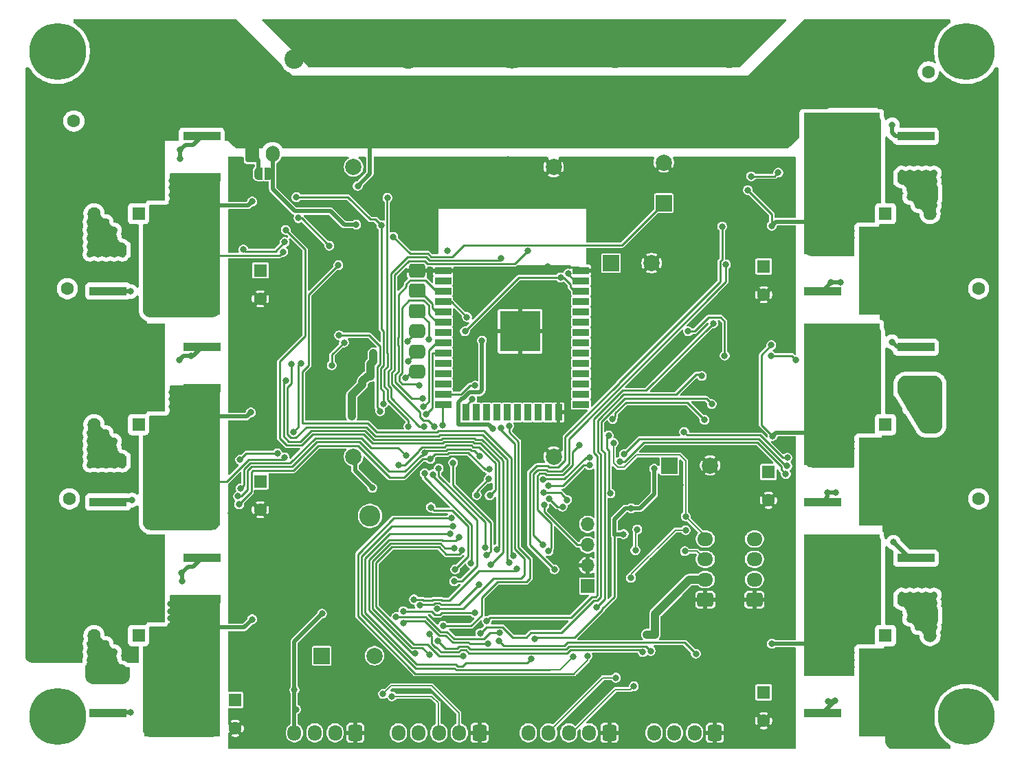
<source format=gbr>
%TF.GenerationSoftware,KiCad,Pcbnew,9.0.3*%
%TF.CreationDate,2025-08-09T21:22:20+02:00*%
%TF.ProjectId,Bobbycontroller,426f6262-7963-46f6-9e74-726f6c6c6572,rev?*%
%TF.SameCoordinates,Original*%
%TF.FileFunction,Copper,L2,Bot*%
%TF.FilePolarity,Positive*%
%FSLAX46Y46*%
G04 Gerber Fmt 4.6, Leading zero omitted, Abs format (unit mm)*
G04 Created by KiCad (PCBNEW 9.0.3) date 2025-08-09 21:22:20*
%MOMM*%
%LPD*%
G01*
G04 APERTURE LIST*
G04 Aperture macros list*
%AMRoundRect*
0 Rectangle with rounded corners*
0 $1 Rounding radius*
0 $2 $3 $4 $5 $6 $7 $8 $9 X,Y pos of 4 corners*
0 Add a 4 corners polygon primitive as box body*
4,1,4,$2,$3,$4,$5,$6,$7,$8,$9,$2,$3,0*
0 Add four circle primitives for the rounded corners*
1,1,$1+$1,$2,$3*
1,1,$1+$1,$4,$5*
1,1,$1+$1,$6,$7*
1,1,$1+$1,$8,$9*
0 Add four rect primitives between the rounded corners*
20,1,$1+$1,$2,$3,$4,$5,0*
20,1,$1+$1,$4,$5,$6,$7,0*
20,1,$1+$1,$6,$7,$8,$9,0*
20,1,$1+$1,$8,$9,$2,$3,0*%
%AMFreePoly0*
4,1,23,0.500000,-0.750000,0.000000,-0.750000,0.000000,-0.745722,-0.065263,-0.745722,-0.191342,-0.711940,-0.304381,-0.646677,-0.396677,-0.554381,-0.461940,-0.441342,-0.495722,-0.315263,-0.495722,-0.250000,-0.500000,-0.250000,-0.500000,0.250000,-0.495722,0.250000,-0.495722,0.315263,-0.461940,0.441342,-0.396677,0.554381,-0.304381,0.646677,-0.191342,0.711940,-0.065263,0.745722,0.000000,0.745722,
0.000000,0.750000,0.500000,0.750000,0.500000,-0.750000,0.500000,-0.750000,$1*%
%AMFreePoly1*
4,1,23,0.000000,0.745722,0.065263,0.745722,0.191342,0.711940,0.304381,0.646677,0.396677,0.554381,0.461940,0.441342,0.495722,0.315263,0.495722,0.250000,0.500000,0.250000,0.500000,-0.250000,0.495722,-0.250000,0.495722,-0.315263,0.461940,-0.441342,0.396677,-0.554381,0.304381,-0.646677,0.191342,-0.711940,0.065263,-0.745722,0.000000,-0.745722,0.000000,-0.750000,-0.500000,-0.750000,
-0.500000,0.750000,0.000000,0.750000,0.000000,0.745722,0.000000,0.745722,$1*%
G04 Aperture macros list end*
%TA.AperFunction,ComponentPad*%
%ADD10R,1.600000X1.600000*%
%TD*%
%TA.AperFunction,ComponentPad*%
%ADD11C,1.600000*%
%TD*%
%TA.AperFunction,ComponentPad*%
%ADD12R,2.000000X2.000000*%
%TD*%
%TA.AperFunction,ComponentPad*%
%ADD13C,2.000000*%
%TD*%
%TA.AperFunction,ComponentPad*%
%ADD14R,2.400000X2.400000*%
%TD*%
%TA.AperFunction,ComponentPad*%
%ADD15C,2.400000*%
%TD*%
%TA.AperFunction,ComponentPad*%
%ADD16C,4.000000*%
%TD*%
%TA.AperFunction,ComponentPad*%
%ADD17RoundRect,0.250000X0.600000X0.725000X-0.600000X0.725000X-0.600000X-0.725000X0.600000X-0.725000X0*%
%TD*%
%TA.AperFunction,ComponentPad*%
%ADD18O,1.700000X1.950000*%
%TD*%
%TA.AperFunction,ComponentPad*%
%ADD19R,1.700000X1.700000*%
%TD*%
%TA.AperFunction,ComponentPad*%
%ADD20O,1.700000X1.700000*%
%TD*%
%TA.AperFunction,ComponentPad*%
%ADD21C,5.400000*%
%TD*%
%TA.AperFunction,ComponentPad*%
%ADD22C,0.900000*%
%TD*%
%TA.AperFunction,ComponentPad*%
%ADD23C,7.000000*%
%TD*%
%TA.AperFunction,ComponentPad*%
%ADD24C,2.600000*%
%TD*%
%TA.AperFunction,ComponentPad*%
%ADD25RoundRect,0.250000X-0.600000X-0.750000X0.600000X-0.750000X0.600000X0.750000X-0.600000X0.750000X0*%
%TD*%
%TA.AperFunction,ComponentPad*%
%ADD26O,1.700000X2.000000*%
%TD*%
%TA.AperFunction,ComponentPad*%
%ADD27RoundRect,0.250000X0.725000X-0.600000X0.725000X0.600000X-0.725000X0.600000X-0.725000X-0.600000X0*%
%TD*%
%TA.AperFunction,ComponentPad*%
%ADD28O,1.950000X1.700000*%
%TD*%
%TA.AperFunction,SMDPad,CuDef*%
%ADD29R,4.600000X1.100000*%
%TD*%
%TA.AperFunction,SMDPad,CuDef*%
%ADD30R,9.400000X10.800000*%
%TD*%
%TA.AperFunction,SMDPad,CuDef*%
%ADD31RoundRect,0.250000X0.375000X0.625000X-0.375000X0.625000X-0.375000X-0.625000X0.375000X-0.625000X0*%
%TD*%
%TA.AperFunction,SMDPad,CuDef*%
%ADD32RoundRect,0.250000X-0.375000X-0.625000X0.375000X-0.625000X0.375000X0.625000X-0.375000X0.625000X0*%
%TD*%
%TA.AperFunction,SMDPad,CuDef*%
%ADD33RoundRect,0.250000X0.625000X-0.375000X0.625000X0.375000X-0.625000X0.375000X-0.625000X-0.375000X0*%
%TD*%
%TA.AperFunction,SMDPad,CuDef*%
%ADD34R,2.000000X0.900000*%
%TD*%
%TA.AperFunction,SMDPad,CuDef*%
%ADD35R,0.900000X2.000000*%
%TD*%
%TA.AperFunction,SMDPad,CuDef*%
%ADD36R,5.000000X5.000000*%
%TD*%
%TA.AperFunction,SMDPad,CuDef*%
%ADD37RoundRect,0.250000X-0.725000X0.600000X-0.725000X-0.600000X0.725000X-0.600000X0.725000X0.600000X0*%
%TD*%
%TA.AperFunction,SMDPad,CuDef*%
%ADD38RoundRect,0.425000X-0.550000X0.425000X-0.550000X-0.425000X0.550000X-0.425000X0.550000X0.425000X0*%
%TD*%
%TA.AperFunction,SMDPad,CuDef*%
%ADD39FreePoly0,180.000000*%
%TD*%
%TA.AperFunction,SMDPad,CuDef*%
%ADD40FreePoly1,180.000000*%
%TD*%
%TA.AperFunction,ViaPad*%
%ADD41C,0.800000*%
%TD*%
%TA.AperFunction,Conductor*%
%ADD42C,0.250000*%
%TD*%
%TA.AperFunction,Conductor*%
%ADD43C,0.500000*%
%TD*%
%TA.AperFunction,Conductor*%
%ADD44C,1.000000*%
%TD*%
%TA.AperFunction,Conductor*%
%ADD45C,0.200000*%
%TD*%
G04 APERTURE END LIST*
D10*
%TO.P,C42,1*%
%TO.N,+VSW*%
X101000000Y-93000000D03*
D11*
%TO.P,C42,2*%
%TO.N,GND*%
X101000000Y-96500000D03*
%TD*%
D10*
%TO.P,C43,1*%
%TO.N,Net-(D20-K)*%
X116000000Y-60000000D03*
D11*
%TO.P,C43,2*%
%TO.N,L_MTR_PHB*%
X112500000Y-60000000D03*
%TD*%
D10*
%TO.P,C46,1*%
%TO.N,+VSW*%
X39000000Y-67000000D03*
D11*
%TO.P,C46,2*%
%TO.N,GND*%
X39000000Y-70500000D03*
%TD*%
D10*
%TO.P,C47,1*%
%TO.N,Net-(D21-K)*%
X116000000Y-34000000D03*
D11*
%TO.P,C47,2*%
%TO.N,L_MTR_PHC*%
X112500000Y-34000000D03*
%TD*%
D10*
%TO.P,C62,1*%
%TO.N,+VSW*%
X39000000Y-41000000D03*
D11*
%TO.P,C62,2*%
%TO.N,GND*%
X39000000Y-44500000D03*
%TD*%
D10*
%TO.P,C63,1*%
%TO.N,Net-(D32-K)*%
X24000000Y-86000000D03*
D11*
%TO.P,C63,2*%
%TO.N,/R_MTR_PHA*%
X27500000Y-86000000D03*
%TD*%
D10*
%TO.P,C66,1*%
%TO.N,+VSW*%
X101590000Y-65840000D03*
D11*
%TO.P,C66,2*%
%TO.N,GND*%
X101590000Y-69340000D03*
%TD*%
D10*
%TO.P,C67,1*%
%TO.N,Net-(D33-K)*%
X24000000Y-60000000D03*
D11*
%TO.P,C67,2*%
%TO.N,R_MTR_PHB*%
X27500000Y-60000000D03*
%TD*%
D10*
%TO.P,C71,1*%
%TO.N,Net-(D34-K)*%
X24000000Y-34000000D03*
D11*
%TO.P,C71,2*%
%TO.N,R_MTR_PHC*%
X27500000Y-34000000D03*
%TD*%
D12*
%TO.P,C85,1*%
%TO.N,+3V3*%
X89400000Y-65050000D03*
D13*
%TO.P,C85,2*%
%TO.N,GND*%
X94400000Y-65050000D03*
%TD*%
D14*
%TO.P,C3,1*%
%TO.N,+BATT*%
X82690000Y-19887918D03*
D15*
%TO.P,C3,2*%
%TO.N,-BATT*%
X82690000Y-14887918D03*
%TD*%
D14*
%TO.P,C6,1*%
%TO.N,+BATT*%
X96740000Y-19887918D03*
D15*
%TO.P,C6,2*%
%TO.N,-BATT*%
X96740000Y-14887918D03*
%TD*%
D14*
%TO.P,C14,1*%
%TO.N,+BATT*%
X57240000Y-19987918D03*
D15*
%TO.P,C14,2*%
%TO.N,-BATT*%
X57240000Y-14987918D03*
%TD*%
D10*
%TO.P,C41,1*%
%TO.N,+BATT*%
X125000000Y-60000000D03*
D11*
%TO.P,C41,2*%
%TO.N,L_MTR_SHUNT*%
X121500000Y-60000000D03*
%TD*%
D10*
%TO.P,C45,1*%
%TO.N,+BATT*%
X125000000Y-86000000D03*
D11*
%TO.P,C45,2*%
%TO.N,L_MTR_SHUNT*%
X121500000Y-86000000D03*
%TD*%
D10*
%TO.P,C49,1*%
%TO.N,+BATT*%
X125000000Y-34000000D03*
D11*
%TO.P,C49,2*%
%TO.N,L_MTR_SHUNT*%
X121500000Y-34000000D03*
%TD*%
D10*
%TO.P,C65,1*%
%TO.N,+BATT*%
X15000000Y-34000000D03*
D11*
%TO.P,C65,2*%
%TO.N,R_MTR_SHUNT*%
X18500000Y-34000000D03*
%TD*%
D10*
%TO.P,C69,1*%
%TO.N,+BATT*%
X15000000Y-86000000D03*
D11*
%TO.P,C69,2*%
%TO.N,R_MTR_SHUNT*%
X18500000Y-86000000D03*
%TD*%
D10*
%TO.P,C73,1*%
%TO.N,+BATT*%
X15000000Y-60000000D03*
D11*
%TO.P,C73,2*%
%TO.N,R_MTR_SHUNT*%
X18500000Y-60000000D03*
%TD*%
D12*
%TO.P,C83,1*%
%TO.N,+VSW*%
X82200000Y-40100000D03*
D13*
%TO.P,C83,2*%
%TO.N,GND*%
X87200000Y-40100000D03*
%TD*%
D16*
%TO.P,J4,1,Pin_1*%
%TO.N,/R_MTR_PHA*%
X32000000Y-85000000D03*
%TD*%
%TO.P,J5,1,Pin_1*%
%TO.N,R_MTR_PHB*%
X32000000Y-59000000D03*
%TD*%
D12*
%TO.P,LS1,1,1*%
%TO.N,+VSW*%
X46550000Y-88500000D03*
D13*
%TO.P,LS1,2,2*%
%TO.N,Net-(D26-A)*%
X53050000Y-88500000D03*
%TD*%
D16*
%TO.P,J6,1,Pin_1*%
%TO.N,R_MTR_PHC*%
X32000000Y-33000000D03*
%TD*%
%TO.P,J3,1,Pin_1*%
%TO.N,L_MTR_PHC*%
X108000000Y-35000000D03*
%TD*%
%TO.P,J2,1,Pin_1*%
%TO.N,L_MTR_PHB*%
X108000000Y-61000000D03*
%TD*%
%TO.P,J1,1,Pin_1*%
%TO.N,/L_MTR_PHA*%
X108000000Y-87000000D03*
%TD*%
D10*
%TO.P,C39,1*%
%TO.N,Net-(D19-K)*%
X116000000Y-86000000D03*
D11*
%TO.P,C39,2*%
%TO.N,/L_MTR_PHA*%
X112500000Y-86000000D03*
%TD*%
D10*
%TO.P,C70,1*%
%TO.N,+VSW*%
X35900000Y-93950000D03*
D11*
%TO.P,C70,2*%
%TO.N,GND*%
X35900000Y-97450000D03*
%TD*%
D17*
%TO.P,HALL_L1,1,Pin_1*%
%TO.N,GND*%
X82000000Y-98000000D03*
D18*
%TO.P,HALL_L1,2,Pin_2*%
%TO.N,/CONNECTORS/Hall_L_1*%
X79500000Y-98000000D03*
%TO.P,HALL_L1,3,Pin_3*%
%TO.N,/CONNECTORS/Hall_L_2*%
X77000000Y-98000000D03*
%TO.P,HALL_L1,4,Pin_4*%
%TO.N,/CONNECTORS/Hall_L_3*%
X74500000Y-98000000D03*
%TO.P,HALL_L1,5,Pin_5*%
%TO.N,/CONNECTORS/Hall_L_VCC*%
X72000000Y-98000000D03*
%TD*%
D17*
%TO.P,J14,1,Pin_1*%
%TO.N,GND*%
X50700000Y-98000000D03*
D18*
%TO.P,J14,2,Pin_2*%
%TO.N,Net-(J14-Pin_2)*%
X48200000Y-98000000D03*
%TO.P,J14,3,Pin_3*%
%TO.N,Net-(J14-Pin_3)*%
X45700000Y-98000000D03*
%TO.P,J14,4,Pin_4*%
%TO.N,Net-(D4-K)*%
X43200000Y-98000000D03*
%TD*%
D14*
%TO.P,C11,1*%
%TO.N,+BATT*%
X43190000Y-19987918D03*
D15*
%TO.P,C11,2*%
%TO.N,-BATT*%
X43190000Y-14987918D03*
%TD*%
D19*
%TO.P,J17,1,Pin_1*%
%TO.N,/CONNECTORS/MCU_SWDIO*%
X79320000Y-79910000D03*
D20*
%TO.P,J17,2,Pin_2*%
%TO.N,GND*%
X79320000Y-77370000D03*
%TO.P,J17,3,Pin_3*%
%TO.N,/CONNECTORS/MCU_SWCLK*%
X79320000Y-74830000D03*
%TO.P,J17,4,Pin_4*%
%TO.N,+3V3*%
X79320000Y-72290000D03*
%TD*%
D17*
%TO.P,HALL_R1,1,Pin_1*%
%TO.N,GND*%
X66000000Y-98000000D03*
D18*
%TO.P,HALL_R1,2,Pin_2*%
%TO.N,/CONNECTORS/Hall_R_3*%
X63500000Y-98000000D03*
%TO.P,HALL_R1,3,Pin_3*%
%TO.N,/CONNECTORS/Hall_R_2*%
X61000000Y-98000000D03*
%TO.P,HALL_R1,4,Pin_4*%
%TO.N,/CONNECTORS/Hall_R_1*%
X58500000Y-98000000D03*
%TO.P,HALL_R1,5,Pin_5*%
%TO.N,/CONNECTORS/Hall_R_VCC*%
X56000000Y-98000000D03*
%TD*%
D10*
%TO.P,C38,1*%
%TO.N,+VSW*%
X101000000Y-40500000D03*
D11*
%TO.P,C38,2*%
%TO.N,GND*%
X101000000Y-44000000D03*
%TD*%
D12*
%TO.P,C78,1*%
%TO.N,+5V*%
X88700000Y-32700000D03*
D13*
%TO.P,C78,2*%
%TO.N,GND*%
X88700000Y-27700000D03*
%TD*%
D21*
%TO.P,J7,1,Pin_1*%
%TO.N,-BATT*%
X70000000Y-13400000D03*
%TD*%
D22*
%TO.P,J9,1*%
%TO.N,N/C*%
X11000000Y-14000000D03*
D23*
X14000000Y-14000000D03*
D22*
X11878680Y-11878680D03*
X14000000Y-11000000D03*
%TD*%
%TO.P,J11,1*%
%TO.N,N/C*%
X129000000Y-96000000D03*
D23*
X126000000Y-96000000D03*
D22*
X128121320Y-98121320D03*
X126000000Y-99000000D03*
%TD*%
%TO.P,J12,1*%
%TO.N,N/C*%
X14000000Y-99000000D03*
D23*
X14000000Y-96000000D03*
D22*
X11878680Y-98121320D03*
X11000000Y-96000000D03*
%TD*%
%TO.P,J10,1*%
%TO.N,N/C*%
X126000000Y-11000000D03*
D23*
X126000000Y-14000000D03*
D22*
X128121320Y-11878680D03*
X129000000Y-14000000D03*
%TD*%
D21*
%TO.P,J8,1,Pin_1*%
%TO.N,+BATT*%
X70000000Y-22000000D03*
%TD*%
D11*
%TO.P,RV3,1*%
%TO.N,+BATT*%
X123554972Y-24108791D03*
%TO.P,RV3,2*%
%TO.N,L_MTR_SHUNT*%
X121301028Y-16531209D03*
%TD*%
%TO.P,RV4,1*%
%TO.N,+BATT*%
X23093534Y-19060233D03*
%TO.P,RV4,2*%
%TO.N,R_MTR_SHUNT*%
X16022466Y-22595767D03*
%TD*%
%TO.P,RV6,1*%
%TO.N,+BATT*%
X12720000Y-50740000D03*
%TO.P,RV6,2*%
%TO.N,R_MTR_SHUNT*%
X15220000Y-43240000D03*
%TD*%
%TO.P,RV5,1*%
%TO.N,+BATT*%
X12974000Y-76648000D03*
%TO.P,RV5,2*%
%TO.N,R_MTR_SHUNT*%
X15474000Y-69148000D03*
%TD*%
%TO.P,RV2,1*%
%TO.N,+BATT*%
X124988000Y-76648000D03*
%TO.P,RV2,2*%
%TO.N,L_MTR_SHUNT*%
X127488000Y-69148000D03*
%TD*%
%TO.P,RV1,1*%
%TO.N,+BATT*%
X124988000Y-50740000D03*
%TO.P,RV1,2*%
%TO.N,L_MTR_SHUNT*%
X127488000Y-43240000D03*
%TD*%
D24*
%TO.P,J18,1,Pin_1*%
%TO.N,Net-(J18-Pin_1)*%
X52500000Y-71250000D03*
%TD*%
D25*
%TO.P,J19,1,Pin_1*%
%TO.N,+BATT*%
X38000000Y-26675000D03*
D26*
%TO.P,J19,2,Pin_2*%
%TO.N,KEY_IN*%
X40500000Y-26675000D03*
%TD*%
D27*
%TO.P,J16,1,Pin_1*%
%TO.N,GND*%
X99875000Y-81600000D03*
D28*
%TO.P,J16,2,Pin_2*%
%TO.N,Net-(D13-K)*%
X99875000Y-79100000D03*
%TO.P,J16,3,Pin_3*%
%TO.N,/CAN/CANL*%
X99875000Y-76600000D03*
%TO.P,J16,4,Pin_4*%
%TO.N,/CAN/CANH*%
X99875000Y-74100000D03*
%TD*%
D27*
%TO.P,J15,1,Pin_1*%
%TO.N,GND*%
X93800000Y-81600000D03*
D28*
%TO.P,J15,2,Pin_2*%
%TO.N,Net-(D13-K)*%
X93800000Y-79100000D03*
%TO.P,J15,3,Pin_3*%
%TO.N,/CAN/CANL*%
X93800000Y-76600000D03*
%TO.P,J15,4,Pin_4*%
%TO.N,/CAN/CANH*%
X93800000Y-74100000D03*
%TD*%
D17*
%TO.P,J13,1,Pin_1*%
%TO.N,GND*%
X95000000Y-98000000D03*
D18*
%TO.P,J13,2,Pin_2*%
%TO.N,Net-(J13-Pin_2)*%
X92500000Y-98000000D03*
%TO.P,J13,3,Pin_3*%
%TO.N,Net-(J13-Pin_3)*%
X90000000Y-98000000D03*
%TO.P,J13,4,Pin_4*%
%TO.N,Net-(D3-K)*%
X87500000Y-98000000D03*
%TD*%
D29*
%TO.P,V8,1,G*%
%TO.N,Net-(V8-G)*%
X31775000Y-76460000D03*
D30*
%TO.P,V8,2,D*%
%TO.N,+BATT*%
X22625000Y-79000000D03*
D29*
%TO.P,V8,3,S*%
%TO.N,/R_MTR_PHA*%
X31775000Y-81540000D03*
%TD*%
%TO.P,V9,1,G*%
%TO.N,Net-(V9-G)*%
X20225000Y-95540000D03*
D30*
%TO.P,V9,2,D*%
%TO.N,/R_MTR_PHA*%
X29375000Y-93000000D03*
D29*
%TO.P,V9,3,S*%
%TO.N,R_MTR_SHUNT*%
X20225000Y-90460000D03*
%TD*%
%TO.P,V10,1,G*%
%TO.N,Net-(V10-G)*%
X31775000Y-50460000D03*
D30*
%TO.P,V10,2,D*%
%TO.N,+BATT*%
X22625000Y-53000000D03*
D29*
%TO.P,V10,3,S*%
%TO.N,R_MTR_PHB*%
X31775000Y-55540000D03*
%TD*%
%TO.P,V11,1,G*%
%TO.N,Net-(V11-G)*%
X20225000Y-69540000D03*
D30*
%TO.P,V11,2,D*%
%TO.N,R_MTR_PHB*%
X29375000Y-67000000D03*
D29*
%TO.P,V11,3,S*%
%TO.N,R_MTR_SHUNT*%
X20225000Y-64460000D03*
%TD*%
%TO.P,V13,1,G*%
%TO.N,Net-(V13-G)*%
X20225000Y-43540000D03*
D30*
%TO.P,V13,2,D*%
%TO.N,R_MTR_PHC*%
X29375000Y-41000000D03*
D29*
%TO.P,V13,3,S*%
%TO.N,R_MTR_SHUNT*%
X20225000Y-38460000D03*
%TD*%
%TO.P,V12,1,G*%
%TO.N,Net-(V12-G)*%
X31775000Y-24460000D03*
D30*
%TO.P,V12,2,D*%
%TO.N,+BATT*%
X22625000Y-27000000D03*
D29*
%TO.P,V12,3,S*%
%TO.N,R_MTR_PHC*%
X31775000Y-29540000D03*
%TD*%
%TO.P,V5,1,G*%
%TO.N,Net-(V5-G)*%
X108225000Y-43540000D03*
D30*
%TO.P,V5,2,D*%
%TO.N,+BATT*%
X117375000Y-41000000D03*
D29*
%TO.P,V5,3,S*%
%TO.N,L_MTR_PHC*%
X108225000Y-38460000D03*
%TD*%
%TO.P,V2,1,G*%
%TO.N,Net-(V2-G)*%
X119775000Y-76460000D03*
D30*
%TO.P,V2,2,D*%
%TO.N,/L_MTR_PHA*%
X110625000Y-79000000D03*
D29*
%TO.P,V2,3,S*%
%TO.N,L_MTR_SHUNT*%
X119775000Y-81540000D03*
%TD*%
%TO.P,V6,1,G*%
%TO.N,Net-(V6-G)*%
X119775000Y-24460000D03*
D30*
%TO.P,V6,2,D*%
%TO.N,L_MTR_PHC*%
X110625000Y-27000000D03*
D29*
%TO.P,V6,3,S*%
%TO.N,L_MTR_SHUNT*%
X119775000Y-29540000D03*
%TD*%
%TO.P,V3,1,G*%
%TO.N,Net-(V3-G)*%
X108225000Y-69540000D03*
D30*
%TO.P,V3,2,D*%
%TO.N,+BATT*%
X117375000Y-67000000D03*
D29*
%TO.P,V3,3,S*%
%TO.N,L_MTR_PHB*%
X108225000Y-64460000D03*
%TD*%
%TO.P,V4,1,G*%
%TO.N,Net-(V4-G)*%
X119775000Y-50460000D03*
D30*
%TO.P,V4,2,D*%
%TO.N,L_MTR_PHB*%
X110625000Y-53000000D03*
D29*
%TO.P,V4,3,S*%
%TO.N,L_MTR_SHUNT*%
X119775000Y-55540000D03*
%TD*%
%TO.P,V1,1,G*%
%TO.N,Net-(V1-G)*%
X108225000Y-95540000D03*
D30*
%TO.P,V1,2,D*%
%TO.N,+BATT*%
X117375000Y-93000000D03*
D29*
%TO.P,V1,3,S*%
%TO.N,/L_MTR_PHA*%
X108225000Y-90460000D03*
%TD*%
D31*
%TO.P,C40,1*%
%TO.N,+BATT*%
X124700000Y-31500000D03*
%TO.P,C40,2*%
%TO.N,L_MTR_SHUNT*%
X121900000Y-31500000D03*
%TD*%
%TO.P,C44,1*%
%TO.N,+BATT*%
X124700000Y-83500000D03*
%TO.P,C44,2*%
%TO.N,L_MTR_SHUNT*%
X121900000Y-83500000D03*
%TD*%
%TO.P,C48,1*%
%TO.N,+BATT*%
X124700000Y-57500000D03*
%TO.P,C48,2*%
%TO.N,L_MTR_SHUNT*%
X121900000Y-57500000D03*
%TD*%
D32*
%TO.P,C64,1*%
%TO.N,+BATT*%
X15800000Y-62600000D03*
%TO.P,C64,2*%
%TO.N,R_MTR_SHUNT*%
X18600000Y-62600000D03*
%TD*%
%TO.P,C68,1*%
%TO.N,+BATT*%
X15700000Y-88400000D03*
%TO.P,C68,2*%
%TO.N,R_MTR_SHUNT*%
X18500000Y-88400000D03*
%TD*%
%TO.P,C72,1*%
%TO.N,+BATT*%
X15800000Y-36500000D03*
%TO.P,C72,2*%
%TO.N,R_MTR_SHUNT*%
X18600000Y-36500000D03*
%TD*%
D33*
%TO.P,C7,1*%
%TO.N,+BATT*%
X51300000Y-17890000D03*
%TO.P,C7,2*%
%TO.N,-BATT*%
X51300000Y-15090000D03*
%TD*%
%TO.P,C10,1*%
%TO.N,+BATT*%
X49000000Y-17890000D03*
%TO.P,C10,2*%
%TO.N,-BATT*%
X49000000Y-15090000D03*
%TD*%
%TO.P,C18,1*%
%TO.N,+BATT*%
X60330000Y-17980000D03*
%TO.P,C18,2*%
%TO.N,-BATT*%
X60330000Y-15180000D03*
%TD*%
%TO.P,C17,1*%
%TO.N,+BATT*%
X77300000Y-17900000D03*
%TO.P,C17,2*%
%TO.N,-BATT*%
X77300000Y-15100000D03*
%TD*%
%TO.P,C16,1*%
%TO.N,+BATT*%
X62600000Y-17980000D03*
%TO.P,C16,2*%
%TO.N,-BATT*%
X62600000Y-15180000D03*
%TD*%
%TO.P,C13,1*%
%TO.N,+BATT*%
X79600000Y-17900000D03*
%TO.P,C13,2*%
%TO.N,-BATT*%
X79600000Y-15100000D03*
%TD*%
%TO.P,C8,1*%
%TO.N,+BATT*%
X75000000Y-17900000D03*
%TO.P,C8,2*%
%TO.N,-BATT*%
X75000000Y-15100000D03*
%TD*%
%TO.P,C4,1*%
%TO.N,+BATT*%
X53600000Y-17900000D03*
%TO.P,C4,2*%
%TO.N,-BATT*%
X53600000Y-15100000D03*
%TD*%
%TO.P,C12,1*%
%TO.N,+BATT*%
X64900000Y-17980000D03*
%TO.P,C12,2*%
%TO.N,-BATT*%
X64900000Y-15180000D03*
%TD*%
%TO.P,C9,1*%
%TO.N,+BATT*%
X86600000Y-17900000D03*
%TO.P,C9,2*%
%TO.N,-BATT*%
X86600000Y-15100000D03*
%TD*%
%TO.P,C5,1*%
%TO.N,+BATT*%
X88820000Y-17900000D03*
%TO.P,C5,2*%
%TO.N,-BATT*%
X88820000Y-15100000D03*
%TD*%
%TO.P,C2,1*%
%TO.N,+BATT*%
X91100000Y-17900000D03*
%TO.P,C2,2*%
%TO.N,-BATT*%
X91100000Y-15100000D03*
%TD*%
%TO.P,C1,1*%
%TO.N,+BATT*%
X93400000Y-17900000D03*
%TO.P,C1,2*%
%TO.N,-BATT*%
X93400000Y-15100000D03*
%TD*%
%TO.P,C15,1*%
%TO.N,+BATT*%
X46700000Y-17900000D03*
%TO.P,C15,2*%
%TO.N,-BATT*%
X46700000Y-15100000D03*
%TD*%
D34*
%TO.P,U18,1,GND*%
%TO.N,GND*%
X78500000Y-40995000D03*
%TO.P,U18,2,VDD*%
%TO.N,+3V3*%
X78500000Y-42265000D03*
%TO.P,U18,3,EN*%
%TO.N,/ESP32/ESP_EN*%
X78500000Y-43535000D03*
%TO.P,U18,4,SENSOR_VP*%
%TO.N,unconnected-(U18-SENSOR_VP-Pad4)*%
X78500000Y-44805000D03*
%TO.P,U18,5,SENSOR_VN*%
%TO.N,unconnected-(U18-SENSOR_VN-Pad5)*%
X78500000Y-46075000D03*
%TO.P,U18,6,IO34*%
%TO.N,unconnected-(U18-IO34-Pad6)*%
X78500000Y-47345000D03*
%TO.P,U18,7,IO35*%
%TO.N,unconnected-(U18-IO35-Pad7)*%
X78500000Y-48615000D03*
%TO.P,U18,8,IO32*%
%TO.N,unconnected-(U18-IO32-Pad8)*%
X78500000Y-49885000D03*
%TO.P,U18,9,IO33*%
%TO.N,unconnected-(U18-IO33-Pad9)*%
X78500000Y-51155000D03*
%TO.P,U18,10,IO25*%
%TO.N,unconnected-(U18-IO25-Pad10)*%
X78500000Y-52425000D03*
%TO.P,U18,11,IO26*%
%TO.N,unconnected-(U18-IO26-Pad11)*%
X78500000Y-53695000D03*
%TO.P,U18,12,IO27*%
%TO.N,unconnected-(U18-IO27-Pad12)*%
X78500000Y-54965000D03*
%TO.P,U18,13,IO14*%
%TO.N,unconnected-(U18-IO14-Pad13)*%
X78500000Y-56235000D03*
%TO.P,U18,14,IO12*%
%TO.N,unconnected-(U18-IO12-Pad14)*%
X78500000Y-57505000D03*
D35*
%TO.P,U18,15,GND*%
%TO.N,GND*%
X75715000Y-58505000D03*
%TO.P,U18,16,IO13*%
%TO.N,unconnected-(U18-IO13-Pad16)*%
X74445000Y-58505000D03*
%TO.P,U18,17,SHD/SD2*%
%TO.N,unconnected-(U18-SHD{slash}SD2-Pad17)*%
X73175000Y-58505000D03*
%TO.P,U18,18,SWP/SD3*%
%TO.N,unconnected-(U18-SWP{slash}SD3-Pad18)*%
X71905000Y-58505000D03*
%TO.P,U18,19,SCS/CMD*%
%TO.N,unconnected-(U18-SCS{slash}CMD-Pad19)*%
X70635000Y-58505000D03*
%TO.P,U18,20,SCK/CLK*%
%TO.N,unconnected-(U18-SCK{slash}CLK-Pad20)*%
X69365000Y-58505000D03*
%TO.P,U18,21,SDO/SD0*%
%TO.N,unconnected-(U18-SDO{slash}SD0-Pad21)*%
X68095000Y-58505000D03*
%TO.P,U18,22,SDI/SD1*%
%TO.N,unconnected-(U18-SDI{slash}SD1-Pad22)*%
X66825000Y-58505000D03*
%TO.P,U18,23,IO15*%
%TO.N,unconnected-(U18-IO15-Pad23)*%
X65555000Y-58505000D03*
%TO.P,U18,24,IO2*%
%TO.N,U1_TX*%
X64285000Y-58505000D03*
D34*
%TO.P,U18,25,IO0*%
%TO.N,/ESP32/ESP_IO0*%
X61500000Y-57505000D03*
%TO.P,U18,26,IO4*%
%TO.N,U1_RX*%
X61500000Y-56235000D03*
%TO.P,U18,27,IO16*%
%TO.N,unconnected-(U18-IO16-Pad27)*%
X61500000Y-54965000D03*
%TO.P,U18,28,IO17*%
%TO.N,unconnected-(U18-IO17-Pad28)*%
X61500000Y-53695000D03*
%TO.P,U18,29,IO5*%
%TO.N,unconnected-(U18-IO5-Pad29)*%
X61500000Y-52425000D03*
%TO.P,U18,30,IO18*%
%TO.N,/ESP32/SDA*%
X61500000Y-51155000D03*
%TO.P,U18,31,IO19*%
%TO.N,/ESP32/SCL*%
X61500000Y-49885000D03*
%TO.P,U18,32,NC*%
%TO.N,unconnected-(U18-NC-Pad32)*%
X61500000Y-48615000D03*
%TO.P,U18,33,IO21*%
%TO.N,/ESP32/CAN TRX1/CAN_TX*%
X61500000Y-47345000D03*
%TO.P,U18,34,RXD0/IO3*%
%TO.N,/ESP32/ESP_RX*%
X61500000Y-46075000D03*
%TO.P,U18,35,TXD0/IO1*%
%TO.N,/ESP32/ESP_TX*%
X61500000Y-44805000D03*
%TO.P,U18,36,IO22*%
%TO.N,/ESP32/CAN TRX1/CAN_RX*%
X61500000Y-43535000D03*
%TO.P,U18,37,IO23*%
%TO.N,unconnected-(U18-IO23-Pad37)*%
X61500000Y-42265000D03*
%TO.P,U18,38,GND*%
%TO.N,GND*%
X61500000Y-40995000D03*
D36*
%TO.P,U18,39,GND*%
X71000000Y-48495000D03*
%TD*%
D37*
%TO.P,J20,1,Pin_1*%
%TO.N,GND*%
X58300000Y-41000000D03*
%TO.P,J20,2,Pin_2*%
%TO.N,/ESP32/ESP_RX*%
X58300000Y-43500000D03*
%TO.P,J20,3,Pin_3*%
%TO.N,/ESP32/ESP_TX*%
X58300000Y-46000000D03*
D38*
%TO.P,J20,4,Pin_4*%
%TO.N,/ESP32/ESP_EN*%
X58300000Y-48500000D03*
%TO.P,J20,5,Pin_5*%
%TO.N,/ESP32/ESP_IO0*%
X58300000Y-51000000D03*
%TO.P,J20,6,Pin_6*%
%TO.N,+5V*%
X58300000Y-53500000D03*
%TD*%
D13*
%TO.P,PS1,1,GND*%
%TO.N,GND*%
X75125000Y-28255000D03*
%TO.P,PS1,2,+Vin*%
%TO.N,Net-(D39-K)*%
X50475000Y-28255000D03*
%TO.P,PS1,3,GND*%
%TO.N,GND*%
X75125000Y-63945000D03*
%TO.P,PS1,4,+Vout*%
%TO.N,+VSW*%
X50475000Y-63945000D03*
%TD*%
D39*
%TO.P,JP3,1,A*%
%TO.N,KEY_IN*%
X40050000Y-29050000D03*
D40*
%TO.P,JP3,2,B*%
%TO.N,+BATT*%
X38750000Y-29050000D03*
%TD*%
D41*
%TO.N,GND*%
X59700000Y-80700000D03*
X49250000Y-70750000D03*
X53159011Y-46448108D03*
X80600000Y-55900000D03*
X87300000Y-76800000D03*
X66600000Y-91600000D03*
X75300000Y-53100000D03*
X69500000Y-27300000D03*
X51000000Y-50100000D03*
X79335976Y-86151978D03*
X46850000Y-58500000D03*
X41500000Y-81200000D03*
X55150000Y-29925000D03*
X39100000Y-48500000D03*
X59250000Y-69250000D03*
X57000000Y-77250000D03*
X82674500Y-67100000D03*
X54050000Y-30950000D03*
X77900000Y-96500000D03*
X85300000Y-82900000D03*
X64550000Y-85524500D03*
X82350000Y-70195500D03*
X51300000Y-46450000D03*
X65300000Y-65800000D03*
X50874992Y-52652066D03*
X90900000Y-30400000D03*
X42750000Y-78250000D03*
X64350000Y-49850000D03*
X40950000Y-91200000D03*
X53159011Y-42429711D03*
X40500000Y-62150000D03*
X73850000Y-30150000D03*
X50960423Y-53738202D03*
X82900000Y-82600000D03*
X46300000Y-52550000D03*
X82700000Y-36750000D03*
X39650000Y-74000000D03*
X92400000Y-63500000D03*
X50000000Y-41500000D03*
X69350000Y-96000000D03*
X71450000Y-44750000D03*
X97900000Y-90400000D03*
X52900000Y-38200000D03*
X70607604Y-60402521D03*
X36100000Y-73400000D03*
X92175747Y-60175500D03*
X78750000Y-31850000D03*
X48600000Y-28300000D03*
X76884332Y-68291965D03*
X72400000Y-93600000D03*
X56200000Y-68600000D03*
X53200000Y-97700000D03*
X97900000Y-40500000D03*
X66906580Y-56481981D03*
X55750000Y-79250000D03*
X87200000Y-53000000D03*
X65150000Y-28450000D03*
X41825010Y-30109698D03*
X99100000Y-55600000D03*
X96611829Y-46687230D03*
X91700000Y-37600000D03*
X66900000Y-29350000D03*
X70500000Y-56150000D03*
X71000000Y-85475500D03*
X36600000Y-79300000D03*
X65400000Y-46150000D03*
X62900000Y-29600000D03*
X67500000Y-52550000D03*
X36250000Y-55500000D03*
X91300000Y-83700000D03*
X36300000Y-28250000D03*
X96700000Y-77700000D03*
X89800000Y-69400000D03*
X70250000Y-96000000D03*
X51500000Y-68500000D03*
X86500000Y-46800000D03*
X52678198Y-57493295D03*
X36100000Y-47100000D03*
X47600000Y-63500000D03*
X50029353Y-34500500D03*
X51500000Y-59000000D03*
X55800000Y-60000000D03*
X97400000Y-81600000D03*
X45350000Y-71000000D03*
X66300000Y-96100000D03*
X74500000Y-60500000D03*
X80600498Y-39050500D03*
X42950989Y-42603608D03*
X76800000Y-79000000D03*
X63150000Y-48050000D03*
X42800000Y-49400000D03*
X71500000Y-43750000D03*
X103900000Y-44600000D03*
X59700000Y-37200000D03*
X47750000Y-70750000D03*
X88700000Y-85900000D03*
X83939236Y-59990037D03*
X97700000Y-54400000D03*
X41050000Y-95000000D03*
X47600000Y-86200000D03*
X64000000Y-27500000D03*
X103700000Y-38900000D03*
X54500000Y-78750000D03*
X91700000Y-34600000D03*
X41800000Y-71450000D03*
X76500000Y-82750000D03*
X43250000Y-76000000D03*
X85200000Y-98100000D03*
X53159011Y-44427915D03*
X75200000Y-50700000D03*
X89080764Y-60825500D03*
X53159011Y-48732646D03*
X47750000Y-68750000D03*
X99100000Y-97900000D03*
X65300000Y-52500000D03*
X53512947Y-91561733D03*
X104189501Y-71322948D03*
X50400000Y-38150000D03*
X98200000Y-96100000D03*
X69800000Y-91800000D03*
X38800000Y-95800000D03*
X47900000Y-36200000D03*
X81550000Y-42000000D03*
X70200000Y-98950000D03*
X35600000Y-51700000D03*
X57500000Y-29500000D03*
X41750000Y-68550000D03*
X88700000Y-87900000D03*
X51750000Y-41600000D03*
X76000000Y-74500000D03*
X58500000Y-70250000D03*
X39500000Y-81000000D03*
X66500000Y-45100000D03*
X69000000Y-41850000D03*
X51200000Y-89800000D03*
X51750000Y-44200000D03*
X52694020Y-31511369D03*
X55100000Y-59100000D03*
X65350000Y-48800000D03*
X61000000Y-69500000D03*
X81225000Y-43975000D03*
X39800000Y-78550000D03*
X92950000Y-37050000D03*
X90700500Y-67439143D03*
X78700000Y-67900000D03*
X52400000Y-50100000D03*
X83800000Y-91800000D03*
X57345960Y-67439077D03*
X69700000Y-97500000D03*
X57250000Y-96450000D03*
X69409128Y-84521792D03*
X49563510Y-55176641D03*
X59450000Y-96450000D03*
X38800000Y-76500000D03*
X97250000Y-41875000D03*
X69398823Y-45148823D03*
X62200000Y-80150000D03*
X98100000Y-93700000D03*
X67350000Y-41700000D03*
X74600000Y-62300000D03*
X52653937Y-55155286D03*
X92650000Y-55400000D03*
X56400000Y-35250000D03*
X51100000Y-87500000D03*
X98100000Y-43500000D03*
X69246498Y-80124500D03*
X100100000Y-46600000D03*
X98000000Y-64100000D03*
X99500000Y-53100000D03*
X87911798Y-34512800D03*
X36900000Y-35900000D03*
X52900000Y-33300000D03*
X89900000Y-45750000D03*
X55750000Y-80750000D03*
X94700000Y-49000000D03*
X83750000Y-72200000D03*
X103700000Y-94200000D03*
X103700000Y-41000000D03*
X56000000Y-77250000D03*
X75000000Y-84900000D03*
X83022080Y-68908197D03*
X37100000Y-29600000D03*
X91100000Y-32500000D03*
X62000000Y-38596921D03*
X98500000Y-38100000D03*
X57300000Y-37550000D03*
X85600000Y-31000000D03*
X84000000Y-27750000D03*
X39665050Y-31106553D03*
X97900000Y-72500000D03*
X36600000Y-80900000D03*
X36500000Y-42700000D03*
X80600000Y-86100000D03*
X64700000Y-43250000D03*
X40700000Y-49900000D03*
X99500000Y-68200000D03*
X48650000Y-43400000D03*
X84450000Y-41400000D03*
X39893585Y-56202935D03*
X40750000Y-67000000D03*
X51450000Y-73800000D03*
X69200000Y-98950000D03*
X41931451Y-28668549D03*
X63700000Y-52800000D03*
X56250000Y-33100000D03*
X59111142Y-68361958D03*
X72400000Y-28850000D03*
X74450000Y-56100000D03*
X92300000Y-29900000D03*
X45700000Y-82300000D03*
X63535517Y-47153392D03*
X51960560Y-56540815D03*
X77400000Y-72500000D03*
X85739964Y-38114964D03*
X84500000Y-33400000D03*
X39900000Y-72600000D03*
X95700000Y-72500000D03*
X88776667Y-62923522D03*
X54100000Y-98750000D03*
X82600000Y-32350000D03*
X44000000Y-87700000D03*
X66450000Y-43200000D03*
X44750000Y-91300000D03*
X86100000Y-64600000D03*
X35400000Y-70950000D03*
X96200000Y-75400000D03*
X55400000Y-90600000D03*
X42225500Y-45200000D03*
X75050000Y-47100000D03*
X84675000Y-43650000D03*
X103300000Y-98200000D03*
X96900000Y-84000000D03*
X93700000Y-42000000D03*
X37050000Y-62500000D03*
X68000000Y-54250000D03*
X40000000Y-98300000D03*
X42300000Y-40300000D03*
X96900000Y-88700000D03*
X98100000Y-75300000D03*
X62017941Y-83945165D03*
X51650000Y-47900000D03*
X76400000Y-43000000D03*
X74400000Y-40550000D03*
X103000000Y-90900000D03*
X87250000Y-44500000D03*
X77425000Y-75475000D03*
X71800000Y-81900000D03*
%TO.N,+BATT*%
X25700000Y-51500000D03*
X24800000Y-52400000D03*
X26600000Y-50700000D03*
X25700000Y-52400000D03*
X25700000Y-49800000D03*
X24800000Y-50700000D03*
X25700000Y-50700000D03*
X26600000Y-49800000D03*
X26600000Y-51500000D03*
X24800000Y-51500000D03*
X26600000Y-52400000D03*
X24800000Y-49800000D03*
X26600000Y-24600000D03*
X24800000Y-26300000D03*
X25700000Y-25400000D03*
X24800000Y-24600000D03*
X26600000Y-26300000D03*
X24800000Y-23700000D03*
X26600000Y-23700000D03*
X24800000Y-25400000D03*
X25700000Y-26300000D03*
X25700000Y-23700000D03*
X25700000Y-24600000D03*
X26600000Y-25400000D03*
X114300000Y-43400000D03*
X114300000Y-42600000D03*
X114300000Y-41700000D03*
X115200000Y-41700000D03*
X114300000Y-44300000D03*
X113400000Y-43400000D03*
X113400000Y-41700000D03*
X115200000Y-42600000D03*
X113400000Y-42600000D03*
X115200000Y-43400000D03*
X113400000Y-44300000D03*
X115200000Y-44300000D03*
X52490000Y-25480000D03*
X50995020Y-30600207D03*
%TO.N,+VSW*%
X52900000Y-51200000D03*
X52800000Y-67800000D03*
X50250000Y-59000000D03*
%TO.N,+5V*%
X84659312Y-70319719D03*
X55374010Y-36850000D03*
X53883511Y-35435107D03*
X87515000Y-65435000D03*
X72800500Y-86400000D03*
X54127199Y-57430235D03*
X83750000Y-73500000D03*
X56849898Y-54245600D03*
X43425008Y-31975000D03*
%TO.N,+3V3*%
X67621808Y-60463242D03*
X47800000Y-52700000D03*
X36558771Y-67871152D03*
X49300000Y-49900000D03*
X96200000Y-51500000D03*
X91700000Y-48500000D03*
X76900000Y-41400000D03*
X103917249Y-64092650D03*
X91200000Y-60900000D03*
X66300000Y-49650000D03*
X56939833Y-63835569D03*
%TO.N,-BATT*%
X64000000Y-11000000D03*
X67000000Y-11000000D03*
X80000000Y-11000000D03*
X75000000Y-11000000D03*
X65000000Y-11000000D03*
X71000000Y-11000000D03*
X83000000Y-11000000D03*
X68000000Y-11000000D03*
X79000000Y-11000000D03*
X78000000Y-11000000D03*
X82000000Y-11000000D03*
X69000000Y-11000000D03*
X74000000Y-11000000D03*
X81000000Y-11000000D03*
X72000000Y-11000000D03*
X84000000Y-11000000D03*
X70000000Y-11000000D03*
X66000000Y-11000000D03*
X63000000Y-11000000D03*
X73000000Y-11000000D03*
X77000000Y-11000000D03*
X76000000Y-11000000D03*
X88000000Y-11000000D03*
X95000000Y-11000000D03*
X99000000Y-11000000D03*
X86000000Y-11000000D03*
X93000000Y-11000000D03*
X102000000Y-11000000D03*
X97000000Y-11000000D03*
X87000000Y-11000000D03*
X100000000Y-11000000D03*
X90000000Y-11000000D03*
X92000000Y-11000000D03*
X91000000Y-11000000D03*
X85000000Y-11000000D03*
X98000000Y-11000000D03*
X101000000Y-11000000D03*
X96000000Y-11000000D03*
X94000000Y-11000000D03*
X89000000Y-11000000D03*
X56000000Y-12000000D03*
X60000000Y-12000000D03*
X63000000Y-12000000D03*
X42000000Y-12000000D03*
X51000000Y-12000000D03*
X59000000Y-12000000D03*
X45000000Y-12000000D03*
X54000000Y-12000000D03*
X49000000Y-12000000D03*
X53000000Y-12000000D03*
X46000000Y-12000000D03*
X48000000Y-12000000D03*
X62000000Y-12000000D03*
X57000000Y-12000000D03*
X44000000Y-12000000D03*
X61000000Y-12000000D03*
X52000000Y-12000000D03*
X58000000Y-12000000D03*
X55000000Y-12000000D03*
X47000000Y-12000000D03*
X50000000Y-12000000D03*
X43000000Y-12000000D03*
X55000000Y-13000000D03*
X46000000Y-13000000D03*
X45000000Y-13000000D03*
X52000000Y-13000000D03*
X60000000Y-13000000D03*
X50000000Y-13000000D03*
X54000000Y-13000000D03*
X47000000Y-13000000D03*
X58000000Y-13000000D03*
X49000000Y-13000000D03*
X53000000Y-13000000D03*
X51000000Y-13000000D03*
X62000000Y-13000000D03*
X61000000Y-13000000D03*
X63000000Y-13000000D03*
X48000000Y-13000000D03*
X59000000Y-13000000D03*
X64000000Y-13000000D03*
X57000000Y-13000000D03*
X43000000Y-13000000D03*
X56000000Y-13000000D03*
X44000000Y-13000000D03*
X80000000Y-12000000D03*
X75000000Y-12000000D03*
X83000000Y-12000000D03*
X82000000Y-12000000D03*
X64000000Y-12000000D03*
X79000000Y-12000000D03*
X73000000Y-12000000D03*
X67000000Y-12000000D03*
X77000000Y-12000000D03*
X78000000Y-12000000D03*
X84000000Y-12000000D03*
X66000000Y-12000000D03*
X81000000Y-12000000D03*
X76000000Y-12000000D03*
X74000000Y-12000000D03*
X65000000Y-12000000D03*
X68000000Y-12000000D03*
X72000000Y-12000000D03*
X85000000Y-12000000D03*
X80000000Y-13000000D03*
X75000000Y-13000000D03*
X67000000Y-13000000D03*
X86000000Y-13000000D03*
X77000000Y-13000000D03*
X79000000Y-13000000D03*
X84000000Y-13000000D03*
X73000000Y-13000000D03*
X65000000Y-13000000D03*
X83000000Y-13000000D03*
X74000000Y-13000000D03*
X82000000Y-13000000D03*
X66000000Y-13000000D03*
X85000000Y-13000000D03*
X81000000Y-13000000D03*
X78000000Y-13000000D03*
X76000000Y-13000000D03*
X96000000Y-12000000D03*
X93000000Y-12000000D03*
X86000000Y-12000000D03*
X100000000Y-12000000D03*
X94000000Y-12000000D03*
X97000000Y-12000000D03*
X95000000Y-12000000D03*
X90000000Y-12000000D03*
X87000000Y-12000000D03*
X91000000Y-12000000D03*
X99000000Y-12000000D03*
X92000000Y-12000000D03*
X101000000Y-12000000D03*
X88000000Y-12000000D03*
X89000000Y-12000000D03*
X98000000Y-12000000D03*
X93000000Y-13000000D03*
X97000000Y-13000000D03*
X98000000Y-13000000D03*
X100000000Y-13000000D03*
X87000000Y-13000000D03*
X95000000Y-13000000D03*
X91000000Y-13000000D03*
X99000000Y-13000000D03*
X92000000Y-13000000D03*
X90000000Y-13000000D03*
X96000000Y-13000000D03*
X94000000Y-13000000D03*
X88000000Y-13000000D03*
X89000000Y-13000000D03*
X49000000Y-11000000D03*
X44000000Y-11000000D03*
X46000000Y-11000000D03*
X43000000Y-11000000D03*
X61000000Y-11000000D03*
X62000000Y-11000000D03*
X52000000Y-11000000D03*
X55000000Y-11000000D03*
X60000000Y-11000000D03*
X50000000Y-11000000D03*
X48000000Y-11000000D03*
X41000000Y-11000000D03*
X51000000Y-11000000D03*
X56000000Y-11000000D03*
X58000000Y-11000000D03*
X59000000Y-11000000D03*
X57000000Y-11000000D03*
X42000000Y-11000000D03*
X47000000Y-11000000D03*
X54000000Y-11000000D03*
X53000000Y-11000000D03*
X45000000Y-11000000D03*
%TO.N,L_MTR_SHUNT*%
X122000000Y-57000000D03*
X122000000Y-58000000D03*
X122000000Y-59000000D03*
X121000000Y-58000000D03*
X121000000Y-57000000D03*
X121000000Y-59000000D03*
X120000000Y-59000000D03*
X120000000Y-58000000D03*
X120000000Y-57000000D03*
X119000000Y-57000000D03*
X119000000Y-58000000D03*
X118000000Y-56000000D03*
X119000000Y-56000000D03*
X120000000Y-56000000D03*
X121000000Y-56000000D03*
X122000000Y-56000000D03*
X122000000Y-55000000D03*
X121000000Y-55000000D03*
X120000000Y-55000000D03*
X119000000Y-55000000D03*
X118000000Y-55000000D03*
X121000000Y-84000000D03*
X119000000Y-84000000D03*
X121000000Y-83000000D03*
X120000000Y-84000000D03*
X122000000Y-83000000D03*
X119000000Y-83000000D03*
X120000000Y-85000000D03*
X120000000Y-83000000D03*
X121000000Y-85000000D03*
X122000000Y-84000000D03*
X122000000Y-85000000D03*
X118000000Y-81000000D03*
X118000000Y-82000000D03*
X121000000Y-82000000D03*
X122000000Y-81000000D03*
X120000000Y-82000000D03*
X120000000Y-81000000D03*
X119000000Y-81000000D03*
X121000000Y-81000000D03*
X119000000Y-82000000D03*
X122000000Y-82000000D03*
X122000000Y-29000000D03*
X120000000Y-33000000D03*
X120000000Y-32000000D03*
X121000000Y-33000000D03*
X119000000Y-30000000D03*
X122000000Y-31000000D03*
X122000000Y-30000000D03*
X121000000Y-31000000D03*
X120000000Y-29000000D03*
X121000000Y-32000000D03*
X122000000Y-32000000D03*
X118000000Y-29000000D03*
X119000000Y-29000000D03*
X120000000Y-30000000D03*
X121000000Y-30000000D03*
X119000000Y-32000000D03*
X120000000Y-31000000D03*
X122000000Y-33000000D03*
X119000000Y-31000000D03*
X118000000Y-30000000D03*
X121000000Y-29000000D03*
X99450000Y-29400000D03*
X105000000Y-52050000D03*
X101919316Y-51525033D03*
X102800000Y-28950000D03*
%TO.N,R_MTR_SHUNT*%
X19000000Y-35000000D03*
X19000000Y-38000000D03*
X18000000Y-35000000D03*
X18000000Y-39000000D03*
X18000000Y-38000000D03*
X22000000Y-39000000D03*
X21000000Y-38000000D03*
X18000000Y-37000000D03*
X19000000Y-37000000D03*
X18000000Y-36000000D03*
X21000000Y-37000000D03*
X22000000Y-38000000D03*
X20000000Y-37000000D03*
X20000000Y-36000000D03*
X20000000Y-39000000D03*
X19000000Y-39000000D03*
X21000000Y-39000000D03*
X19000000Y-36000000D03*
X20000000Y-38000000D03*
X21000000Y-36000000D03*
X20000000Y-35000000D03*
X20000000Y-63000000D03*
X21000000Y-63000000D03*
X20000000Y-62000000D03*
X18000000Y-65000000D03*
X21000000Y-64000000D03*
X18000000Y-62000000D03*
X19000000Y-64000000D03*
X18000000Y-64000000D03*
X18000000Y-63000000D03*
X22000000Y-64000000D03*
X20000000Y-65000000D03*
X19000000Y-65000000D03*
X21000000Y-65000000D03*
X19000000Y-63000000D03*
X20000000Y-64000000D03*
X20000000Y-61000000D03*
X22000000Y-65000000D03*
X19000000Y-62000000D03*
X18000000Y-61000000D03*
X21000000Y-62000000D03*
X19000000Y-61000000D03*
X18000000Y-90000000D03*
X21000000Y-88000000D03*
X18000000Y-91000000D03*
X21000000Y-91000000D03*
X19000000Y-91000000D03*
X20000000Y-89000000D03*
X20000000Y-91000000D03*
X21000000Y-89000000D03*
X20000000Y-88000000D03*
X20000000Y-90000000D03*
X19000000Y-89000000D03*
X19000000Y-87000000D03*
X22000000Y-91000000D03*
X22000000Y-90000000D03*
X18000000Y-88000000D03*
X18000000Y-89000000D03*
X20000000Y-87000000D03*
X21000000Y-90000000D03*
X19000000Y-88000000D03*
X19000000Y-90000000D03*
X18000000Y-87000000D03*
X41990198Y-37490199D03*
X36487083Y-64332184D03*
X36907669Y-38424990D03*
X41107986Y-63552322D03*
%TO.N,/L_MTR_PHA*%
X109100000Y-89000000D03*
X110000000Y-89000000D03*
X109100000Y-89900000D03*
X110000000Y-89900000D03*
X106500000Y-81100000D03*
X109200000Y-82000000D03*
X107400000Y-81100000D03*
X109200000Y-81100000D03*
X106500000Y-82000000D03*
X108300000Y-82000000D03*
X108300000Y-81100000D03*
X107400000Y-83800000D03*
X110100000Y-83800000D03*
X106500000Y-82900000D03*
X106500000Y-83800000D03*
X109200000Y-82900000D03*
X108300000Y-82900000D03*
X109200000Y-83800000D03*
X107400000Y-82000000D03*
X107400000Y-82900000D03*
X111000000Y-82900000D03*
X110100000Y-82900000D03*
X111000000Y-83800000D03*
X108300000Y-83800000D03*
X114600000Y-82000000D03*
X114600000Y-81100000D03*
X113700000Y-81100000D03*
X111000000Y-81100000D03*
X110100000Y-81100000D03*
X111900000Y-82000000D03*
X113700000Y-82000000D03*
X110100000Y-82000000D03*
X112800000Y-81100000D03*
X111000000Y-82000000D03*
X112800000Y-82000000D03*
X111900000Y-81100000D03*
X111900000Y-82900000D03*
X114600000Y-83800000D03*
X112800000Y-82900000D03*
X112800000Y-83800000D03*
X114600000Y-82900000D03*
X113700000Y-83800000D03*
X111900000Y-83800000D03*
X113700000Y-82900000D03*
X110900000Y-89000000D03*
X111800000Y-89000000D03*
X111800000Y-89900000D03*
X110000000Y-87200000D03*
X110000000Y-88100000D03*
X110900000Y-87200000D03*
X111800000Y-87200000D03*
X110900000Y-88100000D03*
X111800000Y-88100000D03*
X102000031Y-87000000D03*
%TO.N,L_MTR_PHB*%
X111000000Y-57900000D03*
X106500000Y-55200000D03*
X111000000Y-57000000D03*
X106500000Y-56100000D03*
X110100000Y-57000000D03*
X109200000Y-55200000D03*
X107400000Y-57000000D03*
X106500000Y-57000000D03*
X108300000Y-57900000D03*
X108300000Y-55200000D03*
X110100000Y-57900000D03*
X106500000Y-57900000D03*
X109200000Y-57000000D03*
X107400000Y-56100000D03*
X109200000Y-56100000D03*
X107400000Y-57900000D03*
X107400000Y-55200000D03*
X109200000Y-57900000D03*
X108300000Y-56100000D03*
X108300000Y-57000000D03*
X111900000Y-57900000D03*
X114600000Y-57900000D03*
X111900000Y-55200000D03*
X111900000Y-57000000D03*
X110100000Y-56100000D03*
X113700000Y-57000000D03*
X114600000Y-56100000D03*
X112800000Y-55200000D03*
X112800000Y-57900000D03*
X112800000Y-57000000D03*
X113700000Y-57900000D03*
X112800000Y-56100000D03*
X111000000Y-56100000D03*
X114600000Y-55200000D03*
X110100000Y-55200000D03*
X113700000Y-56100000D03*
X111900000Y-56100000D03*
X111000000Y-55200000D03*
X114600000Y-57000000D03*
X113700000Y-55200000D03*
X109100000Y-63900000D03*
X109100000Y-63000000D03*
X110000000Y-63000000D03*
X110000000Y-63900000D03*
X110900000Y-63000000D03*
X111800000Y-63000000D03*
X110886759Y-63872439D03*
X111800000Y-61200000D03*
X110000000Y-62100000D03*
X110000000Y-61200000D03*
X110900000Y-62100000D03*
X110900000Y-61200000D03*
X111800000Y-62100000D03*
X102101048Y-61398952D03*
X101949991Y-50206260D03*
%TO.N,L_MTR_PHC*%
X114700000Y-31900000D03*
X112000000Y-31000000D03*
X112000000Y-30100000D03*
X113800000Y-29200000D03*
X106600000Y-31900000D03*
X107500000Y-29200000D03*
X111100000Y-29200000D03*
X111100000Y-31900000D03*
X112900000Y-31900000D03*
X113800000Y-31000000D03*
X112000000Y-29200000D03*
X112900000Y-29200000D03*
X110200000Y-31000000D03*
X107500000Y-30100000D03*
X112000000Y-31900000D03*
X108400000Y-31000000D03*
X108400000Y-29200000D03*
X112900000Y-30100000D03*
X110200000Y-31900000D03*
X113800000Y-31900000D03*
X106600000Y-29200000D03*
X114700000Y-29200000D03*
X111100000Y-31000000D03*
X109300000Y-31900000D03*
X111100000Y-30100000D03*
X113800000Y-30100000D03*
X114700000Y-31000000D03*
X107500000Y-31900000D03*
X114700000Y-30100000D03*
X108400000Y-31900000D03*
X108400000Y-30100000D03*
X109300000Y-29200000D03*
X109300000Y-31000000D03*
X109300000Y-30100000D03*
X112900000Y-31000000D03*
X107500000Y-31000000D03*
X110200000Y-30100000D03*
X110200000Y-29200000D03*
X106600000Y-31000000D03*
X106600000Y-30100000D03*
X109100000Y-37900000D03*
X109100000Y-37000000D03*
X110000000Y-37900000D03*
X110900000Y-35200000D03*
X110000000Y-37000000D03*
X110900000Y-37000000D03*
X111800000Y-37000000D03*
X110000000Y-36100000D03*
X111800000Y-35200000D03*
X110000000Y-35200000D03*
X110900000Y-37900000D03*
X111800000Y-36100000D03*
X110900000Y-36100000D03*
X99050000Y-31100000D03*
X102000000Y-35500000D03*
%TO.N,/CONNECTORS/MCU_SWCLK*%
X73972911Y-69901568D03*
%TO.N,/R_MTR_PHA*%
X29800000Y-89800000D03*
X25300000Y-89800000D03*
X26200000Y-90700000D03*
X31600000Y-88000000D03*
X33400000Y-90700000D03*
X29800000Y-90700000D03*
X29800000Y-88000000D03*
X28900000Y-88000000D03*
X32500000Y-88900000D03*
X29800000Y-88900000D03*
X27100000Y-88900000D03*
X26200000Y-88900000D03*
X28900000Y-89800000D03*
X27100000Y-88000000D03*
X32500000Y-89800000D03*
X28000000Y-89800000D03*
X32500000Y-90700000D03*
X30700000Y-90700000D03*
X28000000Y-88000000D03*
X33400000Y-88000000D03*
X25300000Y-88000000D03*
X25300000Y-88900000D03*
X32500000Y-88000000D03*
X27100000Y-90700000D03*
X33400000Y-88900000D03*
X28900000Y-90700000D03*
X30700000Y-88900000D03*
X30700000Y-88000000D03*
X33400000Y-89800000D03*
X25300000Y-90700000D03*
X31600000Y-88900000D03*
X28000000Y-90700000D03*
X27100000Y-89800000D03*
X31600000Y-89800000D03*
X30700000Y-89800000D03*
X26200000Y-89800000D03*
X28000000Y-88900000D03*
X31600000Y-90700000D03*
X26200000Y-88000000D03*
X28900000Y-88900000D03*
X28850000Y-84800000D03*
X28850000Y-83900000D03*
X28850000Y-82100000D03*
X29750000Y-83900000D03*
X29750000Y-84800000D03*
X29750000Y-82100000D03*
X30650000Y-82100000D03*
X29750000Y-83000000D03*
X27950000Y-83000000D03*
X30650000Y-83000000D03*
X27950000Y-84800000D03*
X27950000Y-83900000D03*
X27950000Y-82100000D03*
X28850000Y-83000000D03*
X38000000Y-84000000D03*
%TO.N,R_MTR_PHB*%
X29800000Y-63800000D03*
X26200000Y-64700000D03*
X28000000Y-62000000D03*
X33400000Y-62000000D03*
X29800000Y-62900000D03*
X25300000Y-63800000D03*
X31600000Y-62000000D03*
X33400000Y-64700000D03*
X27100000Y-62900000D03*
X29800000Y-64700000D03*
X26200000Y-62900000D03*
X29800000Y-62000000D03*
X30700000Y-64700000D03*
X27100000Y-62000000D03*
X28900000Y-62000000D03*
X28900000Y-63800000D03*
X32500000Y-62900000D03*
X32500000Y-63800000D03*
X28000000Y-63800000D03*
X32500000Y-64700000D03*
X28000000Y-64700000D03*
X33400000Y-63800000D03*
X28900000Y-64700000D03*
X25300000Y-62900000D03*
X32500000Y-62000000D03*
X30700000Y-63800000D03*
X28000000Y-62900000D03*
X25300000Y-62000000D03*
X26200000Y-63800000D03*
X30700000Y-62900000D03*
X25300000Y-64700000D03*
X30700000Y-62000000D03*
X31600000Y-62900000D03*
X26200000Y-62000000D03*
X33400000Y-62900000D03*
X27100000Y-63800000D03*
X31600000Y-63800000D03*
X31600000Y-64700000D03*
X28900000Y-62900000D03*
X27100000Y-64700000D03*
X28050000Y-56000000D03*
X28050000Y-57800000D03*
X28050000Y-58700000D03*
X30750000Y-56900000D03*
X28050000Y-56900000D03*
X29850000Y-56900000D03*
X30750000Y-56000000D03*
X29850000Y-56000000D03*
X29850000Y-58700000D03*
X29850000Y-57800000D03*
X28950000Y-56000000D03*
X28950000Y-56900000D03*
X28950000Y-57800000D03*
X28950000Y-58700000D03*
X41987861Y-64026479D03*
X37824172Y-58501279D03*
%TO.N,R_MTR_PHC*%
X27200000Y-36000000D03*
X32600000Y-37800000D03*
X30800000Y-38700000D03*
X25400000Y-38700000D03*
X29000000Y-38700000D03*
X25400000Y-36000000D03*
X30800000Y-37800000D03*
X26300000Y-38700000D03*
X27200000Y-36900000D03*
X28100000Y-36900000D03*
X26300000Y-37800000D03*
X30800000Y-36000000D03*
X33500000Y-37800000D03*
X29900000Y-36900000D03*
X29000000Y-36000000D03*
X31700000Y-36000000D03*
X25400000Y-37800000D03*
X32600000Y-36900000D03*
X25400000Y-36900000D03*
X32600000Y-36000000D03*
X31700000Y-36900000D03*
X28100000Y-37800000D03*
X30800000Y-36900000D03*
X33500000Y-38700000D03*
X29900000Y-38700000D03*
X29000000Y-37800000D03*
X26300000Y-36900000D03*
X26300000Y-36000000D03*
X29900000Y-36000000D03*
X32600000Y-38700000D03*
X29900000Y-37800000D03*
X28100000Y-38700000D03*
X28100000Y-36000000D03*
X33500000Y-36000000D03*
X29000000Y-36900000D03*
X33500000Y-36900000D03*
X27200000Y-37800000D03*
X27200000Y-38700000D03*
X31700000Y-37800000D03*
X31700000Y-38700000D03*
X28050000Y-29900000D03*
X29850000Y-31700000D03*
X29850000Y-32600000D03*
X28050000Y-31700000D03*
X28950000Y-29900000D03*
X29850000Y-30800000D03*
X29850000Y-29900000D03*
X28950000Y-30800000D03*
X28050000Y-30800000D03*
X30750000Y-29900000D03*
X30750000Y-30800000D03*
X28950000Y-32600000D03*
X28050000Y-32600000D03*
X28950000Y-31700000D03*
X38000000Y-32500000D03*
X41802497Y-38702498D03*
%TO.N,/MCU/V_BATT_MEAS*%
X59234226Y-66006736D03*
X57250219Y-60227945D03*
X54650000Y-32050000D03*
X64933628Y-77101109D03*
%TO.N,/CONNECTORS/L_MTR_HALL_PHA*%
X62387340Y-73487340D03*
X72400000Y-88900000D03*
%TO.N,/CONNECTORS/R_MTR_HALL_PHC*%
X63850797Y-75496890D03*
X64000000Y-88500000D03*
%TO.N,/CONNECTORS/L_MTR_HALL_PHB*%
X62734246Y-72523328D03*
X77550000Y-88639244D03*
%TO.N,/CONNECTORS/R_MTR_HALL_PHB*%
X59800000Y-88399500D03*
X62896239Y-75198826D03*
%TO.N,/CONNECTORS/L_MTR_HALL_PHC*%
X62540180Y-71542328D03*
X79285301Y-88540228D03*
%TO.N,/CONNECTORS/R_MTR_HALL_PHA*%
X58079506Y-88230881D03*
X63497967Y-73849988D03*
%TO.N,/CURRENT_SENSE/L_MTR_CURR*%
X66900000Y-76100000D03*
X60430549Y-60236104D03*
X71950000Y-38600000D03*
X62735776Y-64698177D03*
%TO.N,/CURRENT_SENSE/R_MTR_CURR*%
X66653944Y-75125183D03*
X59167566Y-60218818D03*
X60950000Y-65400000D03*
X68625688Y-39495989D03*
%TO.N,/L_MTR_PHC/H_BRIDGE_HI*%
X73823716Y-74776284D03*
X96350011Y-40250011D03*
%TO.N,/L_MTR_PHB/H_BRIDGE_HI*%
X74476752Y-75589288D03*
X93700000Y-59400000D03*
X82392930Y-59317826D03*
X78305810Y-62564948D03*
%TO.N,/L_MTR_PH_SENSE/PH_AMP_A_OUT*%
X94800000Y-47524500D03*
X66874968Y-84200000D03*
%TO.N,/L_MTR_PH_SENSE/PH_AMP_B_OUT*%
X93400000Y-54000000D03*
X66100000Y-85700000D03*
%TO.N,/MCU/R_MTR_PHA_SENSE*%
X48700000Y-49000000D03*
X53756683Y-58358526D03*
X60225500Y-66134722D03*
X62875500Y-79300039D03*
%TO.N,/L_MTR_PHC/H_BRIDGE_LO*%
X95893956Y-35593956D03*
X75222675Y-77849025D03*
%TO.N,/L_MTR_PHB/H_BRIDGE_LO*%
X94602930Y-57474010D03*
X80375980Y-82524500D03*
%TO.N,/MCU/R_MTR_PHB_SENSE*%
X60000000Y-70200000D03*
X62986850Y-77850034D03*
%TO.N,/MCU/R_MTR_PHA_HI*%
X70575500Y-77805010D03*
X57918945Y-81549980D03*
%TO.N,/MCU/R_MTR_PHA_LO*%
X65925010Y-79742152D03*
X58613034Y-82274990D03*
%TO.N,/CAN/CAN_TX*%
X76782227Y-69286238D03*
X73867420Y-68375453D03*
%TO.N,/CAN/CAN_RX*%
X74569919Y-69099953D03*
X76226163Y-70116779D03*
%TO.N,/MCU/R_MTR_PHB_HI*%
X69663432Y-77031075D03*
X42821908Y-52575500D03*
%TO.N,Net-(D13-K)*%
X87600000Y-85874040D03*
X86625960Y-85874040D03*
%TO.N,/CONNECTORS/Hall_L_2*%
X85000000Y-92250000D03*
%TO.N,/CONNECTORS/Hall_L_3*%
X82800000Y-91200000D03*
%TO.N,/MCU/R_MTR_PHB_LO*%
X67346960Y-77270555D03*
X42124500Y-54600000D03*
%TO.N,/MCU/R_MTR_PHC_HI*%
X70144849Y-76155151D03*
X48600000Y-40350000D03*
%TO.N,/MCU/R_MTR_PHC_LO*%
X68103956Y-75363312D03*
X42120570Y-36014610D03*
%TO.N,Net-(D4-K)*%
X43200000Y-92700000D03*
X46600000Y-83300000D03*
X43400000Y-95100000D03*
%TO.N,Net-(JP1-B)*%
X85421944Y-72935500D03*
X85200000Y-75500000D03*
%TO.N,Net-(JP2-A)*%
X84650000Y-78900000D03*
X91400000Y-73000000D03*
%TO.N,Net-(V1-G)*%
X108950010Y-94100000D03*
X109765000Y-94000000D03*
%TO.N,Net-(V2-G)*%
X117000000Y-74500000D03*
%TO.N,Net-(V3-G)*%
X108850000Y-68400000D03*
X109850000Y-68350000D03*
%TO.N,Net-(V4-G)*%
X116800000Y-49800000D03*
%TO.N,Net-(V5-G)*%
X110500000Y-42500000D03*
X109265000Y-42500000D03*
%TO.N,Net-(V6-G)*%
X116850000Y-23050000D03*
%TO.N,Net-(U10-BOOT0)*%
X65650565Y-68674432D03*
X67156031Y-66673445D03*
%TO.N,Net-(U10-PB2)*%
X92649502Y-88250000D03*
X68382039Y-86682381D03*
%TO.N,Net-(U10-PA4)*%
X56600000Y-83000000D03*
X65400000Y-83200000D03*
%TO.N,Net-(V8-G)*%
X29300000Y-78300000D03*
X29350000Y-79300000D03*
%TO.N,Net-(V9-G)*%
X23000000Y-95500000D03*
%TO.N,Net-(U13-LIN)*%
X43971842Y-52448149D03*
X43050000Y-60900000D03*
%TO.N,Net-(V10-G)*%
X29000000Y-52000000D03*
X30500000Y-51500000D03*
%TO.N,Net-(V11-G)*%
X23200000Y-69300000D03*
%TO.N,Net-(U14-HIN)*%
X43698087Y-34549500D03*
X47500000Y-37950000D03*
%TO.N,Net-(V12-G)*%
X29100000Y-27250000D03*
X29099996Y-26150004D03*
%TO.N,Net-(V13-G)*%
X23000000Y-43600000D03*
%TO.N,Net-(U10-PB3)*%
X67250000Y-68750000D03*
X56000000Y-65000000D03*
%TO.N,KEY_IN*%
X50800000Y-35350000D03*
%TO.N,/CAN/CANH*%
X91400000Y-71300000D03*
X82500000Y-62250000D03*
%TO.N,/CAN/CANL*%
X81900000Y-61350000D03*
X91300000Y-75600000D03*
X82118523Y-68480893D03*
%TO.N,/ESP32/ESP_TX*%
X59712299Y-49525500D03*
X64450000Y-46750000D03*
%TO.N,/ESP32/ESP_EN*%
X75981033Y-41870343D03*
X57147418Y-49746449D03*
X64200000Y-48500000D03*
%TO.N,/ESP32/ESP_IO0*%
X61412328Y-60048713D03*
X57181709Y-52222564D03*
%TO.N,U1_TX*%
X65119629Y-56894228D03*
X60775000Y-82725000D03*
X59806197Y-85791100D03*
X68618562Y-60389171D03*
X86100000Y-88050489D03*
%TO.N,U1_RX*%
X65450500Y-55195217D03*
X69637299Y-60162701D03*
X61500000Y-84800000D03*
X60842373Y-86677962D03*
X87087699Y-87897339D03*
%TO.N,/ESP32/SDA*%
X67200000Y-65524500D03*
X83318627Y-64583131D03*
X36379043Y-69829845D03*
X79544970Y-65023497D03*
X74455774Y-67567465D03*
X59929984Y-64225500D03*
X103734627Y-66099384D03*
X59400042Y-58750131D03*
%TO.N,/ESP32/SCL*%
X59232403Y-63501000D03*
X66036053Y-63878064D03*
X83769869Y-63665035D03*
X79550509Y-64024010D03*
X73823522Y-66793345D03*
X36252747Y-68822654D03*
X103900000Y-65100000D03*
X59099020Y-57797036D03*
%TO.N,/ESP32/CAN TRX1/CAN_TX*%
X58530922Y-55155521D03*
%TO.N,/ESP32/CAN TRX1/CAN_RX*%
X58950244Y-56808599D03*
%TO.N,/CONNECTORS/UART_R_RX*%
X67000000Y-86975500D03*
X56660868Y-84450011D03*
%TO.N,/CONNECTORS/UART_R_TX*%
X55702532Y-83725010D03*
X68460102Y-85685421D03*
%TO.N,/CONNECTORS/Hall_R_3*%
X54100000Y-93200000D03*
%TO.N,/CONNECTORS/Hall_R_2*%
X55200000Y-93500000D03*
%TD*%
D42*
%TO.N,GND*%
X78180489Y-40675489D02*
X78105000Y-40600000D01*
X60950000Y-64300000D02*
X60300000Y-64950000D01*
X78105000Y-40600000D02*
X75650000Y-40600000D01*
X62399901Y-63925499D02*
X62025400Y-64300000D01*
X65300000Y-65800000D02*
X63800000Y-64300000D01*
X60300000Y-64950000D02*
X59100000Y-64950000D01*
X57345960Y-66704040D02*
X57345960Y-67439077D01*
X62025400Y-64300000D02*
X60950000Y-64300000D01*
X78500000Y-40995000D02*
X78180489Y-40675489D01*
X63800000Y-64300000D02*
X63374600Y-64300000D01*
X63000099Y-63925499D02*
X62399901Y-63925499D01*
X59100000Y-64950000D02*
X57345960Y-66704040D01*
X63374600Y-64300000D02*
X63000099Y-63925499D01*
D43*
%TO.N,+BATT*%
X38750000Y-29050000D02*
X38750000Y-27425000D01*
D42*
X22625000Y-79000000D02*
X23700000Y-79000000D01*
D43*
X38750000Y-27425000D02*
X38000000Y-26675000D01*
X52490000Y-29105227D02*
X50995020Y-30600207D01*
D42*
X23700000Y-79000000D02*
X25700000Y-77000000D01*
D43*
X52490000Y-25480000D02*
X52490000Y-29105227D01*
D44*
%TO.N,+VSW*%
X52900000Y-51200000D02*
X52900000Y-52190642D01*
X52900000Y-52190642D02*
X52553923Y-52536721D01*
X52553924Y-54055785D02*
X52198508Y-54055785D01*
X52198508Y-54055785D02*
X51554436Y-54699857D01*
D43*
X50676239Y-65676239D02*
X50676239Y-64146239D01*
D44*
X51554436Y-55071420D02*
X50250000Y-56375856D01*
X51554436Y-54699857D02*
X51554436Y-55071420D01*
X50250000Y-56375856D02*
X50250000Y-59000000D01*
D43*
X50676239Y-65676239D02*
X52800000Y-67800000D01*
D44*
X52553923Y-52536721D02*
X52553924Y-54055785D01*
D43*
X50676239Y-64146239D02*
X50475000Y-63945000D01*
%TO.N,+5V*%
X82600000Y-71650000D02*
X83930281Y-70319719D01*
D42*
X54175363Y-48515385D02*
X54175363Y-51535857D01*
X54196304Y-52696075D02*
X53827945Y-53064436D01*
X62603133Y-39321467D02*
X60030368Y-39321467D01*
X59635360Y-38926459D02*
X57450469Y-38926459D01*
D43*
X82600000Y-73600000D02*
X82600000Y-71650000D01*
X87515000Y-68585000D02*
X85780281Y-70319719D01*
D42*
X82600000Y-73600000D02*
X82600000Y-73350000D01*
X72973533Y-86226967D02*
X72800500Y-86400000D01*
X57595498Y-53500000D02*
X56849898Y-54245600D01*
X54175363Y-51535857D02*
X54196302Y-51556796D01*
X81100481Y-82724599D02*
X81100481Y-82824599D01*
X58300000Y-53500000D02*
X57595498Y-53500000D01*
D43*
X83750000Y-73500000D02*
X82750000Y-73500000D01*
D42*
X57450469Y-38926459D02*
X55374010Y-36850000D01*
X53827948Y-55526568D02*
X54200000Y-55898620D01*
X77698113Y-86226967D02*
X72973533Y-86226967D01*
X54196302Y-51556796D02*
X54196304Y-52696075D01*
X81100481Y-82824599D02*
X77698113Y-86226967D01*
X82600000Y-81225080D02*
X81100481Y-82724599D01*
X49800778Y-31975000D02*
X52547599Y-34721821D01*
X54200000Y-57357434D02*
X54127199Y-57430235D01*
X60030368Y-39321467D02*
X59635360Y-38926459D01*
X54200000Y-55898620D02*
X54200000Y-57357434D01*
X53883511Y-48223533D02*
X54175363Y-48515385D01*
X88700000Y-32700000D02*
X83525000Y-37875000D01*
X53827945Y-53436824D02*
X53827948Y-55526568D01*
D43*
X82750000Y-73500000D02*
X82600000Y-73350000D01*
D42*
X53170225Y-34721821D02*
X53883511Y-35435107D01*
D43*
X83930281Y-70319719D02*
X84659312Y-70319719D01*
D42*
X82600000Y-73600000D02*
X82600000Y-81225080D01*
X53827945Y-53064436D02*
X53827945Y-53436824D01*
D43*
X85780281Y-70319719D02*
X84659312Y-70319719D01*
D42*
X43425008Y-31975000D02*
X49800778Y-31975000D01*
X53883511Y-35435107D02*
X53883511Y-48223533D01*
X83525000Y-37875000D02*
X64049600Y-37875000D01*
X64049600Y-37875000D02*
X62603133Y-39321467D01*
X52547599Y-34721821D02*
X53170225Y-34721821D01*
D43*
X87515000Y-65435000D02*
X87515000Y-68585000D01*
%TO.N,+3V3*%
X67621808Y-60463242D02*
X67113077Y-59954511D01*
D42*
X37728590Y-64750980D02*
X42663316Y-64750980D01*
X100570430Y-61300000D02*
X91600000Y-61300000D01*
X51450000Y-61650000D02*
X52650000Y-62850000D01*
D43*
X66005283Y-56044717D02*
X66300000Y-55750000D01*
D42*
X76900000Y-41400000D02*
X76900000Y-41494022D01*
X95700000Y-46800000D02*
X94200000Y-46800000D01*
X47800000Y-52700000D02*
X47800000Y-51400000D01*
X96200000Y-47300000D02*
X95700000Y-46800000D01*
D43*
X64767749Y-56044717D02*
X66005283Y-56044717D01*
D42*
X52650000Y-62850000D02*
X55954264Y-62850000D01*
X47800000Y-51400000D02*
X49300000Y-49900000D01*
X92500000Y-48500000D02*
X91700000Y-48500000D01*
D43*
X63852971Y-56809511D02*
X64002955Y-56809511D01*
D42*
X77670978Y-42265000D02*
X78500000Y-42265000D01*
X36558771Y-67871152D02*
X36976467Y-67453456D01*
D43*
X63385489Y-59954511D02*
X63385489Y-57276993D01*
D42*
X76900000Y-41494022D02*
X77670978Y-42265000D01*
X103363080Y-64092650D02*
X100570430Y-61300000D01*
X103917249Y-64092650D02*
X103363080Y-64092650D01*
X55954264Y-62850000D02*
X56939833Y-63835569D01*
X94200000Y-46800000D02*
X92500000Y-48500000D01*
X45764296Y-61650000D02*
X51450000Y-61650000D01*
D43*
X64002955Y-56809511D02*
X64767749Y-56044717D01*
D42*
X96200000Y-51500000D02*
X96200000Y-47300000D01*
D43*
X67113077Y-59954511D02*
X63385489Y-59954511D01*
D42*
X36976467Y-65503103D02*
X37728590Y-64750980D01*
X42663316Y-64750980D02*
X45764296Y-61650000D01*
D43*
X66300000Y-55750000D02*
X66300000Y-49650000D01*
X63385489Y-57276993D02*
X63852971Y-56809511D01*
D42*
X91600000Y-61300000D02*
X91200000Y-60900000D01*
X36976467Y-67453456D02*
X36976467Y-65503103D01*
%TO.N,L_MTR_SHUNT*%
X105000000Y-52050000D02*
X104475033Y-51525033D01*
X102350000Y-29400000D02*
X99450000Y-29400000D01*
X104475033Y-51525033D02*
X101919316Y-51525033D01*
X102800000Y-28950000D02*
X102350000Y-29400000D01*
%TO.N,R_MTR_SHUNT*%
X37132679Y-38650000D02*
X40830397Y-38650000D01*
X36487083Y-64332184D02*
X37266945Y-63552322D01*
X36907669Y-38424990D02*
X37132679Y-38650000D01*
X37266945Y-63552322D02*
X41107986Y-63552322D01*
X40830397Y-38650000D02*
X41990198Y-37490199D01*
D43*
%TO.N,/L_MTR_PHA*%
X108000000Y-87000000D02*
X102000031Y-87000000D01*
D44*
X109000000Y-86000000D02*
X108000000Y-87000000D01*
X112500000Y-86000000D02*
X109000000Y-86000000D01*
D42*
%TO.N,L_MTR_PHB*%
X100750000Y-51406251D02*
X101949991Y-50206260D01*
D44*
X109000000Y-60000000D02*
X108000000Y-61000000D01*
X112500000Y-60000000D02*
X109000000Y-60000000D01*
D43*
X102500000Y-61000000D02*
X102101048Y-61398952D01*
D42*
X100750000Y-60047904D02*
X100750000Y-51406251D01*
X102101048Y-61398952D02*
X100750000Y-60047904D01*
D43*
X108000000Y-61000000D02*
X102500000Y-61000000D01*
D44*
%TO.N,L_MTR_PHC*%
X109000000Y-34000000D02*
X108000000Y-35000000D01*
X112500000Y-34000000D02*
X109000000Y-34000000D01*
D43*
X102000000Y-35500000D02*
X102500000Y-35000000D01*
X102500000Y-35000000D02*
X108000000Y-35000000D01*
D42*
X102000000Y-34050000D02*
X102000000Y-35500000D01*
X99050000Y-31100000D02*
X102000000Y-34050000D01*
%TO.N,/CONNECTORS/MCU_SWCLK*%
X78066410Y-74830000D02*
X73972911Y-70736501D01*
X79320000Y-74830000D02*
X78066410Y-74830000D01*
X73972911Y-70736501D02*
X73972911Y-69901568D01*
D43*
%TO.N,/R_MTR_PHA*%
X38000000Y-84000000D02*
X37000000Y-85000000D01*
D44*
X31000000Y-86000000D02*
X32000000Y-85000000D01*
X27500000Y-86000000D02*
X31000000Y-86000000D01*
D43*
X37000000Y-85000000D02*
X32000000Y-85000000D01*
D44*
%TO.N,R_MTR_PHB*%
X31000000Y-60000000D02*
X32000000Y-59000000D01*
D43*
X32000000Y-59000000D02*
X37325451Y-59000000D01*
X37325451Y-59000000D02*
X37824172Y-58501279D01*
D42*
X37542397Y-64301469D02*
X41712871Y-64301469D01*
X29375000Y-67000000D02*
X34843866Y-67000000D01*
D44*
X27500000Y-60000000D02*
X31000000Y-60000000D01*
D42*
X41712871Y-64301469D02*
X41987861Y-64026479D01*
X34843866Y-67000000D02*
X37542397Y-64301469D01*
%TO.N,R_MTR_PHC*%
X29375000Y-41000000D02*
X31225000Y-39150000D01*
D44*
X31000000Y-34000000D02*
X32000000Y-33000000D01*
D43*
X37500000Y-33000000D02*
X32000000Y-33000000D01*
D42*
X41354995Y-39150000D02*
X41802497Y-38702498D01*
X31225000Y-39150000D02*
X41354995Y-39150000D01*
D43*
X38000000Y-32500000D02*
X37500000Y-33000000D01*
D44*
X27500000Y-34000000D02*
X31000000Y-34000000D01*
D42*
%TO.N,/MCU/V_BATT_MEAS*%
X65028912Y-72321645D02*
X59234226Y-66526959D01*
X54645815Y-52882269D02*
X54277456Y-53250629D01*
X54649510Y-55712426D02*
X54649510Y-56927946D01*
X65028912Y-77005825D02*
X65028912Y-72321645D01*
X57250219Y-59528655D02*
X57250219Y-60227945D01*
X54649510Y-56927946D02*
X57250219Y-59528655D01*
X54277456Y-53250629D02*
X54277458Y-55340374D01*
X54624876Y-51165810D02*
X54645813Y-51186747D01*
X54650000Y-32050000D02*
X54624876Y-32075124D01*
X64933628Y-77101109D02*
X65028912Y-77005825D01*
X54624876Y-32075124D02*
X54624876Y-48701576D01*
X54645813Y-51186747D02*
X54645815Y-52882269D01*
X54624874Y-48701578D02*
X54624876Y-51165810D01*
X54277458Y-55340374D02*
X54649510Y-55712426D01*
X59234226Y-66526959D02*
X59234226Y-66006736D01*
X54624876Y-48701576D02*
X54624874Y-48701578D01*
%TO.N,/CONNECTORS/L_MTR_HALL_PHA*%
X54903427Y-73487340D02*
X51899967Y-76490800D01*
X62387340Y-73487340D02*
X54903427Y-73487340D01*
X71900000Y-89400000D02*
X72400000Y-88900000D01*
X63892627Y-89798512D02*
X64291139Y-89400000D01*
X58223522Y-89523522D02*
X63017439Y-89523522D01*
X51898967Y-79418798D02*
X51898967Y-83198967D01*
X51899967Y-79417798D02*
X51898967Y-79418798D01*
X64291139Y-89400000D02*
X71900000Y-89400000D01*
X51899967Y-76490800D02*
X51899967Y-79417798D01*
X51898967Y-83198967D02*
X58223522Y-89523522D01*
X63292429Y-89798512D02*
X63892627Y-89798512D01*
X63017439Y-89523522D02*
X63292429Y-89798512D01*
%TO.N,/CONNECTORS/R_MTR_HALL_PHC*%
X53250000Y-79976998D02*
X53247500Y-79979498D01*
X55200000Y-75100000D02*
X53250000Y-77050000D01*
X63850797Y-75649203D02*
X63500000Y-76000000D01*
X63850797Y-75496890D02*
X63850797Y-75649203D01*
X61064297Y-88500001D02*
X63611102Y-88500002D01*
X53247500Y-79979498D02*
X53247500Y-82447500D01*
X61000000Y-75100000D02*
X55200000Y-75100000D01*
X53247500Y-82447500D02*
X57855869Y-87055869D01*
X59580469Y-87055869D02*
X59668362Y-87143762D01*
X63611102Y-88500002D02*
X63611104Y-88500000D01*
X63500000Y-76000000D02*
X61900000Y-76000000D01*
X61900000Y-76000000D02*
X61000000Y-75100000D01*
X60376574Y-87851974D02*
X61024600Y-88500000D01*
X61024600Y-88500000D02*
X61064297Y-88500001D01*
X53250000Y-77050000D02*
X53250000Y-79976998D01*
X59668362Y-87164255D02*
X60356081Y-87851974D01*
X59668362Y-87143762D02*
X59668362Y-87164255D01*
X57855869Y-87055869D02*
X59580469Y-87055869D01*
X60356081Y-87851974D02*
X60376574Y-87851974D01*
X63611104Y-88500000D02*
X64000000Y-88500000D01*
%TO.N,/CONNECTORS/L_MTR_HALL_PHB*%
X51449956Y-79231398D02*
X51449956Y-76213633D01*
D45*
X75939255Y-90249989D02*
X77550000Y-88639244D01*
D42*
X51449956Y-76213633D02*
X55140261Y-72523328D01*
X63255747Y-90248023D02*
X63106235Y-90248022D01*
X51449456Y-83385867D02*
X51449456Y-79231898D01*
X63257713Y-90249989D02*
X63255747Y-90248023D01*
D45*
X74650011Y-90249989D02*
X75939255Y-90249989D01*
D42*
X62908202Y-90049989D02*
X58113578Y-90049989D01*
X58113578Y-90049989D02*
X51449456Y-83385867D01*
X74650011Y-90249989D02*
X63257713Y-90249989D01*
X51449456Y-79231898D02*
X51449956Y-79231398D01*
X63106235Y-90248022D02*
X62908202Y-90049989D01*
X55140261Y-72523328D02*
X62734246Y-72523328D01*
%TO.N,/CONNECTORS/R_MTR_HALL_PHB*%
X58906380Y-87505880D02*
X59800000Y-88399500D01*
X52799989Y-76863600D02*
X52799989Y-79790598D01*
X52797989Y-79792598D02*
X52797989Y-82697989D01*
X62896239Y-75198826D02*
X61735237Y-75198826D01*
X55013600Y-74649989D02*
X52799989Y-76863600D01*
X61186400Y-74649989D02*
X55013600Y-74649989D01*
X52797989Y-82697989D02*
X57605880Y-87505880D01*
X61735237Y-75198826D02*
X61186400Y-74649989D01*
X57605880Y-87505880D02*
X58906380Y-87505880D01*
X52799989Y-79790598D02*
X52797989Y-79792598D01*
%TO.N,/CONNECTORS/L_MTR_HALL_PHC*%
X50999945Y-83599945D02*
X58100000Y-90700000D01*
X55421261Y-71542328D02*
X50999945Y-75963644D01*
D45*
X79285301Y-89014699D02*
X79285301Y-88540228D01*
X77600000Y-90700000D02*
X79285301Y-89014699D01*
D42*
X62540180Y-71542328D02*
X55421261Y-71542328D01*
X50999945Y-75963644D02*
X50999945Y-83599945D01*
X58100000Y-90700000D02*
X77600000Y-90700000D01*
%TO.N,/CONNECTORS/R_MTR_HALL_PHA*%
X61472800Y-74299978D02*
X61372800Y-74199978D01*
X61372800Y-74199978D02*
X54827200Y-74199978D01*
X54827200Y-74199978D02*
X52349978Y-76677200D01*
X52348478Y-82884889D02*
X57694470Y-88230881D01*
X57694470Y-88230881D02*
X58079506Y-88230881D01*
X52349978Y-79604198D02*
X52348478Y-79605698D01*
X63047977Y-74299978D02*
X61472800Y-74299978D01*
X52348478Y-79605698D02*
X52348478Y-82884889D01*
X63497967Y-73849988D02*
X63047977Y-74299978D01*
X52349978Y-76677200D02*
X52349978Y-79604198D01*
%TO.N,/CURRENT_SENSE/L_MTR_CURR*%
X55176478Y-53623014D02*
X55176478Y-54967986D01*
X55544835Y-52904104D02*
X55548532Y-52907801D01*
X59599520Y-40220489D02*
X59599520Y-40162027D01*
X59686130Y-59491685D02*
X60430549Y-60236104D01*
X57274520Y-39825480D02*
X55548532Y-41551468D01*
X59262973Y-39825480D02*
X57274520Y-39825480D01*
X59599520Y-40162027D02*
X59262973Y-39825480D01*
X55548532Y-52907801D02*
X55548532Y-53250960D01*
X55548532Y-41551468D02*
X55548532Y-49049327D01*
X55548532Y-53250960D02*
X55176478Y-53623014D01*
X70329511Y-40220489D02*
X59599520Y-40220489D01*
X55523896Y-49073963D02*
X55523896Y-50418935D01*
X58675499Y-58467007D02*
X58675499Y-59051099D01*
X55176478Y-54967986D02*
X58675499Y-58467007D01*
X59116085Y-59491685D02*
X59686130Y-59491685D01*
X55548532Y-51555435D02*
X55544835Y-51559132D01*
X67378946Y-72126035D02*
X67378946Y-75621054D01*
X55523896Y-50418935D02*
X55548532Y-50443571D01*
X71950000Y-38600000D02*
X70329511Y-40220489D01*
X55548532Y-50443571D02*
X55548532Y-51555435D01*
X55548532Y-49049327D02*
X55523896Y-49073963D01*
X62735776Y-67482865D02*
X67378946Y-72126035D01*
X62735776Y-64698177D02*
X62735776Y-67482865D01*
X67378946Y-75621054D02*
X66900000Y-76100000D01*
X55544835Y-51559132D02*
X55544835Y-52904104D01*
X58675499Y-59051099D02*
X59116085Y-59491685D01*
%TO.N,/CURRENT_SENSE/R_MTR_CURR*%
X55099022Y-50629765D02*
X55099022Y-51369241D01*
X66653944Y-75125183D02*
X66653944Y-72037444D01*
X54726968Y-53809208D02*
X54726968Y-55154180D01*
X55099022Y-56732678D02*
X58585162Y-60218818D01*
X55074386Y-49260157D02*
X55074386Y-50605129D01*
X66653944Y-72037444D02*
X60950000Y-66333500D01*
X55095325Y-51745326D02*
X55095325Y-53068463D01*
X68350698Y-39770979D02*
X59844176Y-39770979D01*
X60950000Y-66333500D02*
X60950000Y-65400000D01*
X55095324Y-51372939D02*
X55095325Y-51745326D01*
X59449166Y-39375969D02*
X57088326Y-39375970D01*
X55099022Y-55526234D02*
X55099022Y-56732678D01*
X58585162Y-60218818D02*
X59167566Y-60218818D01*
X55074385Y-48887770D02*
X55074386Y-49260157D01*
X54726967Y-53436821D02*
X54726968Y-53809208D01*
X55095325Y-53068463D02*
X54726967Y-53436821D01*
X55099021Y-41365275D02*
X55099021Y-48863134D01*
X59844176Y-39770979D02*
X59449166Y-39375969D01*
X57088326Y-39375970D02*
X55099021Y-41365275D01*
X54726968Y-55154180D02*
X55099022Y-55526234D01*
X68625688Y-39495989D02*
X68350698Y-39770979D01*
X55074386Y-50605129D02*
X55099022Y-50629765D01*
X55099022Y-51369241D02*
X55095324Y-51372939D01*
X55099021Y-48863134D02*
X55074385Y-48887770D01*
%TO.N,/L_MTR_PHC/H_BRIDGE_HI*%
X76999511Y-64836193D02*
X76116682Y-65719022D01*
X96350011Y-42386401D02*
X76999511Y-61736901D01*
X73060424Y-65675988D02*
X72649511Y-66086901D01*
X74205910Y-65543810D02*
X73233326Y-65543810D01*
X73101148Y-65675988D02*
X73060424Y-65675988D01*
X76999511Y-61736901D02*
X76999511Y-64836193D01*
X74381123Y-65719021D02*
X74205910Y-65543810D01*
X73233326Y-65543810D02*
X73101148Y-65675988D01*
X76116682Y-65719022D02*
X74381123Y-65719021D01*
X96350011Y-40250011D02*
X96350011Y-42386401D01*
X72649511Y-73602079D02*
X73823716Y-74776284D01*
X72649511Y-66086901D02*
X72649511Y-73602079D01*
%TO.N,/L_MTR_PHB/H_BRIDGE_HI*%
X82727325Y-58983431D02*
X82392930Y-59317826D01*
X74019718Y-65993320D02*
X74201897Y-66175499D01*
X84024501Y-57275499D02*
X82727325Y-58572675D01*
X74476752Y-75589288D02*
X74799999Y-75266041D01*
X82727325Y-58572675D02*
X82727325Y-58983431D01*
X77450000Y-65025598D02*
X77450000Y-63420758D01*
X93700000Y-59400000D02*
X91575499Y-57275499D01*
X74799999Y-72199999D02*
X73099022Y-70499022D01*
X91575499Y-57275499D02*
X84024501Y-57275499D01*
X77450000Y-63420758D02*
X78305810Y-62564948D01*
X74201897Y-66175499D02*
X76300099Y-66175499D01*
X73419520Y-65993320D02*
X74019718Y-65993320D01*
X73099022Y-70499022D02*
X73099022Y-66313818D01*
X73099022Y-66313818D02*
X73419520Y-65993320D01*
X76300099Y-66175499D02*
X77450000Y-65025598D01*
X74799999Y-75266041D02*
X74799999Y-72199999D01*
%TO.N,/L_MTR_PH_SENSE/PH_AMP_A_OUT*%
X80100978Y-59291205D02*
X80100980Y-60035979D01*
X94800000Y-47524500D02*
X86524478Y-55800022D01*
X86524478Y-55800022D02*
X83590745Y-55800022D01*
X83590745Y-55800022D02*
X80100980Y-59289787D01*
X79852938Y-81212327D02*
X77268474Y-83796791D01*
X80495001Y-81006859D02*
X80289533Y-81212327D01*
X67278177Y-83796791D02*
X66874968Y-84200000D01*
X77268474Y-83796791D02*
X67278177Y-83796791D01*
X80289533Y-81212327D02*
X79852938Y-81212327D01*
X80100980Y-59289787D02*
X80100978Y-59291205D01*
X80495001Y-63866409D02*
X80495001Y-81006859D01*
X80100980Y-60035979D02*
X80100980Y-63472388D01*
X80100980Y-63472388D02*
X80495001Y-63866409D01*
%TO.N,/L_MTR_PH_SENSE/PH_AMP_B_OUT*%
X93179617Y-53779617D02*
X92729617Y-53779617D01*
X66846404Y-84953596D02*
X66100000Y-85700000D01*
X80489075Y-81662338D02*
X80064658Y-81662338D01*
X70062017Y-86200000D02*
X68815613Y-84953596D01*
X93400000Y-54000000D02*
X93179617Y-53779617D01*
X80064658Y-81662338D02*
X76051997Y-85674999D01*
X80944511Y-64052603D02*
X80944512Y-69104816D01*
X72325001Y-85674999D02*
X71800000Y-86200000D01*
X80944512Y-63680216D02*
X80944511Y-64052603D01*
X68815613Y-84953596D02*
X66846404Y-84953596D01*
X80550490Y-59477396D02*
X80550490Y-63286194D01*
X83727178Y-56300000D02*
X80725989Y-59301189D01*
X80725989Y-59301189D02*
X80725989Y-59301897D01*
X80945012Y-69105316D02*
X80945012Y-81206401D01*
X80945012Y-81206401D02*
X80489075Y-81662338D01*
X92729617Y-53779617D02*
X90209233Y-56300000D01*
X71800000Y-86200000D02*
X70062017Y-86200000D01*
X80944512Y-69104816D02*
X80945012Y-69105316D01*
X80550490Y-63286194D02*
X80944512Y-63680216D01*
X80725989Y-59301897D02*
X80550490Y-59477396D01*
X90209233Y-56300000D02*
X83727178Y-56300000D01*
X76051997Y-85674999D02*
X72325001Y-85674999D01*
%TO.N,/MCU/R_MTR_PHA_SENSE*%
X53402699Y-57827299D02*
X53402699Y-55737023D01*
X52401765Y-49000000D02*
X48700000Y-49000000D01*
X53378438Y-55712762D02*
X53378438Y-52878238D01*
X53756683Y-58358526D02*
X53500490Y-58102333D01*
X60225500Y-66342595D02*
X60225500Y-66134722D01*
X65658630Y-71775725D02*
X60225500Y-66342595D01*
X53378438Y-52878238D02*
X53725854Y-52530822D01*
X65658630Y-77449111D02*
X65658630Y-71775725D01*
X53725854Y-52530822D02*
X53725852Y-50324087D01*
X62875500Y-79300039D02*
X63807702Y-79300039D01*
X53500490Y-58102333D02*
X53500490Y-57925090D01*
X53500490Y-57925090D02*
X53402699Y-57827299D01*
X53725852Y-50324087D02*
X52401765Y-49000000D01*
X63807702Y-79300039D02*
X65658630Y-77449111D01*
X53402699Y-55737023D02*
X53378438Y-55712762D01*
%TO.N,/L_MTR_PHC/H_BRIDGE_LO*%
X72200000Y-65900000D02*
X72200000Y-74826350D01*
X74392104Y-65094298D02*
X74019717Y-65094299D01*
X95625010Y-39902010D02*
X95625010Y-42374990D01*
X75673632Y-65269511D02*
X74567317Y-65269511D01*
X76550000Y-64393143D02*
X75673632Y-65269511D01*
X76550000Y-61550000D02*
X76550000Y-64393143D01*
X95893956Y-35593956D02*
X95900000Y-35600000D01*
X74567317Y-65269511D02*
X74392104Y-65094298D01*
X74019717Y-65094299D02*
X73047132Y-65094300D01*
X83200000Y-54900000D02*
X76550000Y-61550000D01*
X95625010Y-42374990D02*
X83200000Y-54800000D01*
X83200000Y-54800000D02*
X83200000Y-54900000D01*
X72923523Y-65176477D02*
X72200000Y-65900000D01*
X72964955Y-65176477D02*
X72923523Y-65176477D01*
X72200000Y-74826350D02*
X75222675Y-77849025D01*
X95900000Y-39627020D02*
X95625010Y-39902010D01*
X73047132Y-65094300D02*
X72964955Y-65176477D01*
X95900000Y-35600000D02*
X95900000Y-39627020D01*
%TO.N,/L_MTR_PHB/H_BRIDGE_LO*%
X93928920Y-56800000D02*
X83863590Y-56800000D01*
X81394023Y-68796085D02*
X81399020Y-68801082D01*
X81399020Y-68801082D02*
X81399020Y-68923620D01*
X94602930Y-57474010D02*
X93928920Y-56800000D01*
X81400000Y-81500480D02*
X80375980Y-82524500D01*
X81394023Y-68165701D02*
X81394023Y-68796085D01*
X81399020Y-68160704D02*
X81394023Y-68165701D01*
X81399020Y-68923620D02*
X81400000Y-68924600D01*
X81000001Y-59663589D02*
X81000000Y-63100000D01*
X81000000Y-63100000D02*
X81399020Y-63499020D01*
X81399020Y-63499020D02*
X81399020Y-68160704D01*
X83863590Y-56800000D02*
X81000001Y-59663589D01*
X81400000Y-68924600D02*
X81400000Y-81500480D01*
%TO.N,/MCU/R_MTR_PHB_SENSE*%
X64578901Y-76257983D02*
X64578901Y-72508045D01*
X60399999Y-70599999D02*
X60000000Y-70200000D01*
X62986850Y-77850034D02*
X64578901Y-76257983D01*
X64578901Y-72508045D02*
X62670855Y-70599999D01*
X62670855Y-70599999D02*
X60399999Y-70599999D01*
%TO.N,/MCU/R_MTR_PHA_HI*%
X61261293Y-81550989D02*
X61366958Y-81656654D01*
X57918945Y-81549980D02*
X58960909Y-81549980D01*
X59067583Y-81656654D02*
X60183042Y-81656654D01*
X60183042Y-81656654D02*
X60288708Y-81550988D01*
X62270342Y-81656654D02*
X65901994Y-78025002D01*
X58960909Y-81549980D02*
X59067583Y-81656654D01*
X61366958Y-81656654D02*
X62270342Y-81656654D01*
X60288708Y-81550988D02*
X61261293Y-81550989D01*
X65901994Y-78025002D02*
X70355508Y-78025002D01*
X70355508Y-78025002D02*
X70575500Y-77805010D01*
%TO.N,/MCU/R_MTR_PHA_LO*%
X60474901Y-82000499D02*
X60324911Y-82150489D01*
X60324911Y-82150489D02*
X58737535Y-82150489D01*
X61075099Y-82000499D02*
X60474901Y-82000499D01*
X65925010Y-79742152D02*
X63516673Y-82150489D01*
X63516673Y-82150489D02*
X61225089Y-82150489D01*
X61225089Y-82150489D02*
X61075099Y-82000499D01*
X58737535Y-82150489D02*
X58613034Y-82274990D01*
%TO.N,/CAN/CAN_TX*%
X76584233Y-69016466D02*
X76159831Y-68592064D01*
X76159831Y-68559831D02*
X75975453Y-68375453D01*
X76782227Y-69182227D02*
X76616466Y-69016466D01*
X76616466Y-69016466D02*
X76584233Y-69016466D01*
X76782227Y-69286238D02*
X76782227Y-69182227D01*
X76159831Y-68592064D02*
X76159831Y-68559831D01*
X75975453Y-68375453D02*
X73867420Y-68375453D01*
%TO.N,/CAN/CAN_RX*%
X76226163Y-70116779D02*
X75586745Y-70116779D01*
X75586745Y-70116779D02*
X74569919Y-69099953D01*
%TO.N,/MCU/R_MTR_PHB_HI*%
X42849001Y-52602593D02*
X42849001Y-54900099D01*
X42300000Y-61196702D02*
X42727799Y-61624501D01*
X53173364Y-61401956D02*
X59928353Y-61401956D01*
X61098521Y-61228436D02*
X66318132Y-61228436D01*
X59936512Y-61410115D02*
X60916842Y-61410115D01*
X42821908Y-52575500D02*
X42849001Y-52602593D01*
X44673621Y-60300979D02*
X52072389Y-60300981D01*
X42849001Y-54900099D02*
X42300000Y-55449100D01*
X69400489Y-76768132D02*
X69663432Y-77031075D01*
X59928353Y-61401956D02*
X59936512Y-61410115D01*
X43350099Y-61624501D02*
X44673621Y-60300979D01*
X42727799Y-61624501D02*
X43350099Y-61624501D01*
X66318132Y-61228436D02*
X69400489Y-64310793D01*
X69400489Y-64310793D02*
X69400489Y-76768132D01*
X52072389Y-60300981D02*
X53173364Y-61401956D01*
X60916842Y-61410115D02*
X61098521Y-61228436D01*
X42300000Y-55449100D02*
X42300000Y-61196702D01*
D44*
%TO.N,Net-(D13-K)*%
X91825000Y-79100000D02*
X93800000Y-79100000D01*
X86625960Y-85874040D02*
X87574040Y-85874040D01*
X87600000Y-85874040D02*
X87600000Y-83325000D01*
X87600000Y-83325000D02*
X91825000Y-79100000D01*
D43*
X93800000Y-79100000D02*
X93200000Y-79100000D01*
D45*
%TO.N,/CONNECTORS/Hall_L_2*%
X77389245Y-98000000D02*
X82739246Y-92649999D01*
X84600001Y-92649999D02*
X85000000Y-92250000D01*
X76920000Y-98000000D02*
X77389245Y-98000000D01*
X82739246Y-92649999D02*
X84600001Y-92649999D01*
%TO.N,/CONNECTORS/Hall_L_3*%
X74380000Y-98000000D02*
X81180000Y-91200000D01*
X81180000Y-91200000D02*
X82800000Y-91200000D01*
D42*
%TO.N,/MCU/R_MTR_PHB_LO*%
X51886195Y-60750491D02*
X52987171Y-61851467D01*
X68882497Y-64526981D02*
X68882497Y-75735018D01*
X68814620Y-64398257D02*
X68878277Y-64525573D01*
X45259815Y-60750489D02*
X51886195Y-60750491D01*
X61295412Y-61851468D02*
X61468934Y-61677946D01*
X41850000Y-61450000D02*
X42498493Y-62098493D01*
X59758065Y-61859627D02*
X61103036Y-61859625D01*
X66305464Y-61851468D02*
X68776986Y-64322990D01*
X42124500Y-54600000D02*
X41850000Y-54874500D01*
X59742161Y-61851468D02*
X59748391Y-61857697D01*
X59756134Y-61857697D02*
X59758065Y-61859627D01*
X68878277Y-64525573D02*
X68878280Y-64525574D01*
X43911811Y-62098493D02*
X45259815Y-60750489D01*
X65527673Y-61851468D02*
X66305464Y-61851468D01*
X68882497Y-75735018D02*
X67346960Y-77270555D01*
X65354151Y-61677946D02*
X65527673Y-61851468D01*
X61103036Y-61859625D02*
X61111193Y-61851468D01*
X68878280Y-64525574D02*
X68878281Y-64525576D01*
X61111193Y-61851468D02*
X61295412Y-61851468D01*
X59748391Y-61857697D02*
X59756134Y-61857697D01*
X42498493Y-62098493D02*
X43911811Y-62098493D01*
X68878281Y-64525576D02*
X68882497Y-64526981D01*
X61468934Y-61677946D02*
X65354151Y-61677946D01*
X68776986Y-64322990D02*
X68814620Y-64398257D01*
X52987171Y-61851467D02*
X59742161Y-61851468D01*
X41850000Y-54874500D02*
X41850000Y-61450000D01*
%TO.N,/MCU/R_MTR_PHC_HI*%
X53359557Y-60952445D02*
X60122290Y-60952445D01*
X44200000Y-59850000D02*
X52257112Y-59850000D01*
X60130450Y-60960605D02*
X60730648Y-60960605D01*
X69900979Y-64175579D02*
X69900979Y-75911281D01*
X52257112Y-59850000D02*
X53359557Y-60952445D01*
X48600000Y-40350000D02*
X44950000Y-44000000D01*
X60912329Y-60778924D02*
X66504324Y-60778924D01*
X44150000Y-59800000D02*
X44200000Y-59850000D01*
X66504324Y-60778924D02*
X69900979Y-64175579D01*
X69900979Y-75911281D02*
X70144849Y-76155151D01*
X60730648Y-60960605D02*
X60912329Y-60778924D01*
X60122290Y-60952445D02*
X60130450Y-60960605D01*
X44950000Y-44000000D02*
X44950000Y-52700000D01*
X44950000Y-52700000D02*
X44150000Y-53500000D01*
X44150000Y-53500000D02*
X44150000Y-59800000D01*
%TO.N,/MCU/R_MTR_PHC_LO*%
X61297387Y-62300978D02*
X61289229Y-62309136D01*
X59562198Y-62307208D02*
X59555969Y-62300979D01*
X59569956Y-62307222D02*
X59562233Y-62307223D01*
X51700002Y-61200002D02*
X45446008Y-61200000D01*
X44098004Y-62548004D02*
X42248004Y-62548004D01*
X68374011Y-75093257D02*
X68374011Y-64555719D01*
X68103956Y-75363312D02*
X68374011Y-75093257D01*
X61655127Y-62127457D02*
X61481605Y-62300979D01*
X59571939Y-62309138D02*
X59571872Y-62309138D01*
X42248004Y-62548004D02*
X41400000Y-61700000D01*
X41400000Y-61700000D02*
X41400000Y-52200000D01*
X59571872Y-62309138D02*
X59569956Y-62307222D01*
X59571987Y-62309186D02*
X59571939Y-62309138D01*
X65167958Y-62127457D02*
X61655127Y-62127457D01*
X59757090Y-62309138D02*
X59571987Y-62309186D01*
X61481605Y-62300979D02*
X61297387Y-62300978D01*
X44500000Y-49100000D02*
X44500000Y-38394040D01*
X65341479Y-62300978D02*
X65167958Y-62127457D01*
X59562218Y-62307208D02*
X59562198Y-62307208D01*
X59555969Y-62300979D02*
X52800977Y-62300977D01*
X44500000Y-38394040D02*
X42120570Y-36014610D01*
X45446008Y-61200000D02*
X44098004Y-62548004D01*
X61289229Y-62309136D02*
X59757090Y-62309138D01*
X68374011Y-64555719D02*
X66119271Y-62300979D01*
X59562233Y-62307223D02*
X59562218Y-62307208D01*
X52800977Y-62300977D02*
X51700002Y-61200002D01*
X41400000Y-52200000D02*
X44500000Y-49100000D01*
X66119271Y-62300979D02*
X65341479Y-62300978D01*
D43*
%TO.N,Net-(D4-K)*%
X43149999Y-97930001D02*
X43149999Y-86750001D01*
X43149999Y-86750001D02*
X46600000Y-83300000D01*
D45*
%TO.N,Net-(JP1-B)*%
X85200000Y-75500000D02*
X85200000Y-73157444D01*
X85200000Y-73157444D02*
X85421944Y-72935500D01*
%TO.N,Net-(JP2-A)*%
X91400000Y-73000000D02*
X90110755Y-73000000D01*
X90110755Y-73000000D02*
X84650000Y-78460755D01*
X84650000Y-78460755D02*
X84650000Y-78900000D01*
D43*
%TO.N,Net-(V1-G)*%
X109765000Y-94000000D02*
X109665000Y-94100000D01*
X109665000Y-94100000D02*
X108950010Y-94100000D01*
X109765000Y-94000000D02*
X108225000Y-95540000D01*
%TO.N,Net-(V2-G)*%
X119775000Y-76460000D02*
X118960000Y-76460000D01*
X118960000Y-76460000D02*
X117000000Y-74500000D01*
%TO.N,Net-(V3-G)*%
X108850000Y-68400000D02*
X109800000Y-68400000D01*
X108850000Y-68915000D02*
X108850000Y-68400000D01*
X108225000Y-69540000D02*
X108850000Y-68915000D01*
X109800000Y-68400000D02*
X109850000Y-68350000D01*
%TO.N,Net-(V4-G)*%
X117460000Y-50460000D02*
X116800000Y-49800000D01*
X119775000Y-50460000D02*
X117460000Y-50460000D01*
%TO.N,Net-(V5-G)*%
X110500000Y-42500000D02*
X109265000Y-42500000D01*
X109265000Y-42500000D02*
X108225000Y-43540000D01*
%TO.N,Net-(V6-G)*%
X116850000Y-24050000D02*
X116850000Y-23050000D01*
X117260000Y-24460000D02*
X116850000Y-24050000D01*
X119775000Y-24460000D02*
X117260000Y-24460000D01*
D42*
%TO.N,Net-(U10-BOOT0)*%
X67156031Y-66673445D02*
X65650565Y-68178911D01*
X65650565Y-68178911D02*
X65650565Y-68674432D01*
%TO.N,Net-(U10-PB2)*%
X76838090Y-86876478D02*
X76464568Y-87250000D01*
X76464568Y-87250000D02*
X68949658Y-87250000D01*
X68949658Y-87250000D02*
X68382039Y-86682381D01*
X91275980Y-86876478D02*
X76838090Y-86876478D01*
X92649502Y-88250000D02*
X91275980Y-86876478D01*
%TO.N,Net-(U10-PA4)*%
X60474901Y-83449501D02*
X61075099Y-83449501D01*
X56600000Y-83000000D02*
X60050499Y-83000000D01*
X60050499Y-83025099D02*
X60474901Y-83449501D01*
X61075099Y-83449501D02*
X61324600Y-83200000D01*
X61324600Y-83200000D02*
X65400000Y-83200000D01*
X60050499Y-83000000D02*
X60050499Y-83025099D01*
D43*
%TO.N,Net-(V8-G)*%
X30100000Y-77500000D02*
X29300000Y-78300000D01*
X29350000Y-79300000D02*
X29350000Y-78350000D01*
X29350000Y-78350000D02*
X29300000Y-78300000D01*
X31775000Y-76460000D02*
X30735000Y-77500000D01*
X30735000Y-77500000D02*
X30100000Y-77500000D01*
%TO.N,Net-(V9-G)*%
X23000000Y-95500000D02*
X20265000Y-95500000D01*
X20265000Y-95500000D02*
X20225000Y-95540000D01*
D42*
%TO.N,Net-(U13-LIN)*%
X43700000Y-60250000D02*
X43050000Y-60900000D01*
X43700000Y-52600000D02*
X43700000Y-60250000D01*
D43*
%TO.N,Net-(V10-G)*%
X29000000Y-52000000D02*
X29500000Y-51500000D01*
X30735000Y-51500000D02*
X31775000Y-50460000D01*
X29500000Y-51500000D02*
X30500000Y-51500000D01*
X30500000Y-51500000D02*
X30735000Y-51500000D01*
%TO.N,Net-(V11-G)*%
X20465000Y-69300000D02*
X20225000Y-69540000D01*
X23200000Y-69300000D02*
X20465000Y-69300000D01*
D42*
%TO.N,Net-(U14-HIN)*%
X44099500Y-34549500D02*
X43698087Y-34549500D01*
X47500000Y-37950000D02*
X44099500Y-34549500D01*
D43*
%TO.N,Net-(V12-G)*%
X29100000Y-27250000D02*
X29100000Y-26150008D01*
X30735000Y-25500000D02*
X29750000Y-25500000D01*
X29100000Y-26150008D02*
X29099996Y-26150004D01*
X29750000Y-25500000D02*
X29099996Y-26150004D01*
X31775000Y-24460000D02*
X30735000Y-25500000D01*
%TO.N,Net-(V13-G)*%
X23000000Y-43600000D02*
X22940000Y-43540000D01*
X22940000Y-43540000D02*
X20225000Y-43540000D01*
D42*
%TO.N,Net-(U10-PB3)*%
X59376025Y-62756719D02*
X59376039Y-62756733D01*
X58507902Y-63202112D02*
X58507902Y-63200901D01*
X59369775Y-62750489D02*
X59376005Y-62756719D01*
X59385862Y-62758696D02*
X59385911Y-62758745D01*
X59385793Y-62758696D02*
X59385862Y-62758696D01*
X65933076Y-62750489D02*
X67924500Y-64741913D01*
X58933515Y-62776499D02*
X58959525Y-62750489D01*
X58507902Y-63200901D02*
X58932304Y-62776499D01*
X56800000Y-65000000D02*
X58507889Y-63292111D01*
X67924500Y-64741913D02*
X67924500Y-68075500D01*
X65155286Y-62750489D02*
X65933076Y-62750489D01*
X59385746Y-62758649D02*
X59385793Y-62758696D01*
X61483579Y-62750490D02*
X61667796Y-62750491D01*
X58959525Y-62750489D02*
X59369775Y-62750489D01*
X58507889Y-63202125D02*
X58507902Y-63202112D01*
X61475423Y-62758646D02*
X61483579Y-62750490D01*
X61841320Y-62576968D02*
X64981764Y-62576967D01*
X58932304Y-62776499D02*
X58933515Y-62776499D01*
X59385679Y-62758649D02*
X59385746Y-62758649D01*
X67924500Y-68075500D02*
X67250000Y-68750000D01*
X59376076Y-62756749D02*
X59376089Y-62756749D01*
X59758996Y-62758649D02*
X61475423Y-62758646D01*
X59576340Y-62758696D02*
X59758181Y-62758696D01*
X59383787Y-62756757D02*
X59385679Y-62758649D01*
X58507889Y-63292111D02*
X58507889Y-63202125D01*
X59758181Y-62758696D02*
X59758228Y-62758649D01*
X61667796Y-62750491D02*
X61841320Y-62576968D01*
X59376005Y-62756719D02*
X59376025Y-62756719D01*
X59376060Y-62756733D02*
X59376076Y-62756749D01*
X59376089Y-62756749D02*
X59376098Y-62756758D01*
X56000000Y-65000000D02*
X56800000Y-65000000D01*
X64981764Y-62576967D02*
X65155286Y-62750489D01*
X59376098Y-62756758D02*
X59383787Y-62756757D01*
X59376039Y-62756733D02*
X59376060Y-62756733D01*
X59758228Y-62758649D02*
X59758996Y-62758649D01*
X59385911Y-62758745D02*
X59576340Y-62758696D01*
D43*
%TO.N,KEY_IN*%
X40500000Y-26675000D02*
X40500000Y-30950000D01*
X49300000Y-35350000D02*
X50800000Y-35350000D01*
X40500000Y-30950000D02*
X43250000Y-33700000D01*
X47650000Y-33700000D02*
X49300000Y-35350000D01*
X43250000Y-33700000D02*
X47650000Y-33700000D01*
D45*
%TO.N,/CAN/CANH*%
X93800000Y-73700000D02*
X93800000Y-74100000D01*
X91400000Y-71300000D02*
X93800000Y-73700000D01*
X91400000Y-64500000D02*
X90650489Y-63750489D01*
X90650489Y-63750489D02*
X85309364Y-63750489D01*
X85309364Y-63750489D02*
X83777221Y-65282632D01*
X91245762Y-71300000D02*
X91400000Y-71300000D01*
X82500000Y-64753749D02*
X82500000Y-62250000D01*
X83028883Y-65282632D02*
X82500000Y-64753749D01*
X91400000Y-71300000D02*
X91400000Y-64500000D01*
X83777221Y-65282632D02*
X83028883Y-65282632D01*
D42*
%TO.N,/CAN/CANL*%
X81950000Y-63250000D02*
X81950000Y-68312370D01*
D45*
X91300000Y-75600000D02*
X92800000Y-75600000D01*
D42*
X81900000Y-61350000D02*
X81650000Y-61600000D01*
X81650000Y-62950000D02*
X81950000Y-63250000D01*
X81950000Y-68312370D02*
X82118523Y-68480893D01*
X81650000Y-61600000D02*
X81650000Y-62950000D01*
D45*
X92800000Y-75600000D02*
X93800000Y-76600000D01*
D42*
%TO.N,/ESP32/ESP_RX*%
X60670978Y-46075000D02*
X61500000Y-46075000D01*
X58300000Y-43500000D02*
X58573197Y-43500000D01*
X60175489Y-45579511D02*
X60670978Y-46075000D01*
X58573197Y-43500000D02*
X60175489Y-45102292D01*
X60175489Y-45102292D02*
X60175489Y-45579511D01*
%TO.N,/ESP32/ESP_TX*%
X59712299Y-47412299D02*
X59712299Y-49525500D01*
X61500000Y-44805000D02*
X62505000Y-44805000D01*
X62505000Y-44805000D02*
X64450000Y-46750000D01*
X58300000Y-46000000D02*
X59712299Y-47412299D01*
%TO.N,/ESP32/ESP_EN*%
X77175489Y-43039511D02*
X77670978Y-43535000D01*
X77670978Y-43535000D02*
X78500000Y-43535000D01*
X77175489Y-42725489D02*
X77175489Y-43039511D01*
X57147418Y-49652582D02*
X57147418Y-49746449D01*
X70850000Y-41850000D02*
X64200000Y-48500000D01*
X75981033Y-41870343D02*
X76320343Y-41870343D01*
X75981033Y-41870343D02*
X75960690Y-41850000D01*
X76320343Y-41870343D02*
X77175489Y-42725489D01*
X75960690Y-41850000D02*
X70850000Y-41850000D01*
X58300000Y-48500000D02*
X57147418Y-49652582D01*
%TO.N,/ESP32/ESP_IO0*%
X58300000Y-51000000D02*
X57181709Y-52118291D01*
X57181709Y-52118291D02*
X57181709Y-52222564D01*
X61412328Y-57592672D02*
X61412328Y-60048713D01*
X61500000Y-57505000D02*
X61412328Y-57592672D01*
%TO.N,U1_TX*%
X85975500Y-87775500D02*
X82133192Y-87775499D01*
X82133192Y-87775499D02*
X77210476Y-87775500D01*
X63699901Y-87775499D02*
X63424909Y-88050491D01*
X70350490Y-75336194D02*
X71500000Y-76485704D01*
X86100000Y-87900000D02*
X85975500Y-87775500D01*
X67750000Y-78950000D02*
X63975000Y-82725000D01*
X86100000Y-88050489D02*
X86100000Y-87900000D01*
X68618562Y-60654266D02*
X70350489Y-62386193D01*
X63424909Y-88050491D02*
X61250490Y-88050490D01*
X61250490Y-88050490D02*
X60602463Y-87402463D01*
X64700099Y-88175499D02*
X64300100Y-87775500D01*
X71500000Y-78550000D02*
X71100000Y-78950000D01*
X60117872Y-86102775D02*
X59806197Y-85791100D01*
X60117872Y-86978061D02*
X60117872Y-86102775D01*
X77210476Y-87775500D02*
X76810477Y-88175499D01*
X76810477Y-88175499D02*
X64700099Y-88175499D01*
X64285000Y-58505000D02*
X64285000Y-57728857D01*
X60542274Y-87402463D02*
X60117872Y-86978061D01*
X64285000Y-57728857D02*
X65119629Y-56894228D01*
X71500000Y-76485704D02*
X71500000Y-78550000D01*
X68618562Y-60389171D02*
X68618562Y-60654266D01*
X63975000Y-82725000D02*
X60775000Y-82725000D01*
X70350489Y-62386193D02*
X70350490Y-75336194D01*
X60602463Y-87402463D02*
X60542274Y-87402463D01*
X64300100Y-87775500D02*
X63699901Y-87775499D01*
X71100000Y-78950000D02*
X67750000Y-78950000D01*
%TO.N,U1_RX*%
X72200000Y-78950000D02*
X71750000Y-79400000D01*
X87087699Y-87897339D02*
X86516349Y-87325989D01*
X69637299Y-60937299D02*
X70800000Y-62100000D01*
X64861283Y-87700979D02*
X64486293Y-87325989D01*
X70800000Y-62100000D02*
X70800000Y-75150000D01*
X72200000Y-76550000D02*
X72200000Y-78950000D01*
X64950000Y-84800000D02*
X61500000Y-84800000D01*
X66250000Y-81350000D02*
X66250000Y-83500000D01*
X64804755Y-55195217D02*
X63764972Y-56235000D01*
X63764972Y-56235000D02*
X61500000Y-56235000D01*
X86516349Y-87325989D02*
X77024283Y-87325989D01*
X66250000Y-83500000D02*
X64950000Y-84800000D01*
X65450500Y-55195217D02*
X64804755Y-55195217D01*
X63513708Y-87325988D02*
X63238716Y-87600980D01*
X70800000Y-75150000D02*
X72200000Y-76550000D01*
X61765391Y-87600980D02*
X60842373Y-86677962D01*
X77024283Y-87325989D02*
X76649292Y-87700980D01*
X69637299Y-60162701D02*
X69637299Y-60937299D01*
X68200000Y-79400000D02*
X66250000Y-81350000D01*
X63238716Y-87600980D02*
X61765391Y-87600980D01*
X76649292Y-87700980D02*
X64861283Y-87700979D01*
X64486293Y-87325989D02*
X63513708Y-87325988D01*
X71750000Y-79400000D02*
X68200000Y-79400000D01*
%TO.N,/ESP32/SDA*%
X58974500Y-64225500D02*
X59929984Y-64225500D01*
X56700000Y-66500000D02*
X58974500Y-64225500D01*
X36379043Y-69829845D02*
X37875489Y-68333399D01*
X61855479Y-63650000D02*
X61847811Y-63657668D01*
X60175489Y-51229511D02*
X60175489Y-57974684D01*
X37875489Y-65875489D02*
X38100978Y-65650000D01*
X61500000Y-51155000D02*
X60250000Y-51155000D01*
X51003143Y-62600000D02*
X54903143Y-66500000D01*
X100198044Y-62199022D02*
X86260481Y-62199022D01*
X86260481Y-62199022D02*
X83876372Y-64583131D01*
X103150000Y-65514757D02*
X103150000Y-65150978D01*
X79544970Y-65023497D02*
X78776503Y-65023497D01*
X38100978Y-65650000D02*
X43050000Y-65650000D01*
X103150000Y-65150978D02*
X100198044Y-62199022D01*
X37875489Y-68333399D02*
X37875489Y-65875489D01*
X60497814Y-63657670D02*
X59929984Y-64225500D01*
X76232535Y-67567465D02*
X74455774Y-67567465D01*
X62213707Y-63475989D02*
X62039696Y-63650000D01*
X78776503Y-65023497D02*
X76232535Y-67567465D01*
X60250000Y-51155000D02*
X60175489Y-51229511D01*
X60175489Y-57974684D02*
X59400042Y-58750131D01*
X64609378Y-63475989D02*
X62213707Y-63475989D01*
X67200000Y-65524500D02*
X66657889Y-65524500D01*
X103734627Y-66099384D02*
X103150000Y-65514757D01*
X83876372Y-64583131D02*
X83318627Y-64583131D01*
X61847811Y-63657668D02*
X60497814Y-63657670D01*
X54903143Y-66500000D02*
X56700000Y-66500000D01*
X62039696Y-63650000D02*
X61855479Y-63650000D01*
X43050000Y-65650000D02*
X46100000Y-62600000D01*
X46100000Y-62600000D02*
X51003143Y-62600000D01*
X66657889Y-65524500D02*
X64609378Y-63475989D01*
%TO.N,/ESP32/SCL*%
X59725978Y-50830000D02*
X59725978Y-57170078D01*
X65357989Y-63200000D02*
X64969092Y-63199999D01*
X59525148Y-63208255D02*
X59232403Y-63501000D01*
X56813806Y-65750490D02*
X58788307Y-63775989D01*
X73823522Y-66793345D02*
X73830177Y-66800000D01*
X74149901Y-66725499D02*
X76424501Y-66725499D01*
X58788307Y-63775989D02*
X59020454Y-63775990D01*
X59944421Y-63208160D02*
X59944374Y-63208207D01*
X100384237Y-61749511D02*
X85685393Y-61749511D01*
X54829082Y-65750490D02*
X56813806Y-65750490D01*
X76424501Y-66725499D02*
X79125990Y-64024010D01*
X45964296Y-62100000D02*
X51178592Y-62100000D01*
X36641642Y-68822654D02*
X37425978Y-68038318D01*
X59572105Y-63208255D02*
X59525148Y-63208255D01*
X85685393Y-61749511D02*
X83769869Y-63665035D01*
X36252747Y-68822654D02*
X36641642Y-68822654D01*
X37425978Y-68038318D02*
X37425979Y-65689295D01*
X73830177Y-66800000D02*
X74075400Y-66800000D01*
X59020454Y-63775990D02*
X59232403Y-63564041D01*
X103900000Y-65100000D02*
X103734726Y-65100000D01*
X59725978Y-57170078D02*
X59099020Y-57797036D01*
X59232403Y-63564041D02*
X59232403Y-63501000D01*
X61669772Y-63200002D02*
X61661617Y-63208157D01*
X37425979Y-65689295D02*
X37914785Y-65200489D01*
X59572152Y-63208208D02*
X59572105Y-63208255D01*
X64969092Y-63199999D02*
X64795571Y-63026478D01*
X61853987Y-63200003D02*
X61669772Y-63200002D01*
X64795571Y-63026478D02*
X62027513Y-63026479D01*
X42863806Y-65200490D02*
X45964296Y-62100000D01*
X37914785Y-65200489D02*
X42863806Y-65200490D01*
X61500000Y-49885000D02*
X60670978Y-49885000D01*
X61661617Y-63208157D02*
X59944421Y-63208160D01*
X59944374Y-63208207D02*
X59572152Y-63208208D01*
X51178592Y-62100000D02*
X54829082Y-65750490D01*
X103734726Y-65100000D02*
X100384237Y-61749511D01*
X74075400Y-66800000D02*
X74149901Y-66725499D01*
X62027513Y-63026479D02*
X61853987Y-63200003D01*
X79125990Y-64024010D02*
X79550509Y-64024010D01*
X60670978Y-49885000D02*
X59725978Y-50830000D01*
X66036053Y-63878064D02*
X65357989Y-63200000D01*
%TO.N,/ESP32/CAN TRX1/CAN_TX*%
X56443856Y-52531717D02*
X56450000Y-52537861D01*
X56450000Y-45561547D02*
X56450000Y-49419267D01*
X56450000Y-50073631D02*
X56450000Y-51925375D01*
X56450000Y-52537861D02*
X56450000Y-53620900D01*
X56450000Y-54970100D02*
X58345501Y-54970100D01*
X58345501Y-54970100D02*
X58530922Y-55155521D01*
X56443856Y-51931519D02*
X56443856Y-52531717D01*
X57337027Y-44674520D02*
X56450000Y-45561547D01*
X56422917Y-50046548D02*
X56450000Y-50073631D01*
X59725978Y-46400000D02*
X59725978Y-45288485D01*
X56422917Y-49446350D02*
X56422917Y-50046548D01*
X60670978Y-47345000D02*
X59725978Y-46400000D01*
X56450000Y-51925375D02*
X56443856Y-51931519D01*
X56075499Y-53995401D02*
X56075499Y-54595599D01*
X59112013Y-44674520D02*
X57337027Y-44674520D01*
X56450000Y-49419267D02*
X56422917Y-49446350D01*
X61500000Y-47345000D02*
X60670978Y-47345000D01*
X56450000Y-53620900D02*
X56075499Y-53995401D01*
X59725978Y-45288485D02*
X59112013Y-44674520D01*
X56075499Y-54595599D02*
X56450000Y-54970100D01*
%TO.N,/ESP32/CAN TRX1/CAN_RX*%
X55973407Y-49260156D02*
X55973406Y-50232741D01*
X56000489Y-52724054D02*
X56000489Y-53434707D01*
X56000489Y-49233074D02*
X55973407Y-49260156D01*
X55994346Y-51745325D02*
X55994345Y-52717910D01*
X56000489Y-51739182D02*
X55994346Y-51745325D01*
X57000480Y-42662027D02*
X57000480Y-42963816D01*
X56000489Y-50259824D02*
X56000489Y-51739182D01*
X57000480Y-42963816D02*
X56000489Y-43963807D01*
X56000489Y-53434707D02*
X55625989Y-53809207D01*
X56000489Y-43963807D02*
X56000489Y-49233074D01*
X55625989Y-53809207D02*
X55625988Y-54781792D01*
X59346467Y-42210489D02*
X57452018Y-42210489D01*
X61500000Y-43535000D02*
X60670978Y-43535000D01*
X55994345Y-52717910D02*
X56000489Y-52724054D01*
X60670978Y-43535000D02*
X59346467Y-42210489D01*
X55973406Y-50232741D02*
X56000489Y-50259824D01*
X57452018Y-42210489D02*
X57000480Y-42662027D01*
X57652795Y-56808599D02*
X58950244Y-56808599D01*
X55625988Y-54781792D02*
X57652795Y-56808599D01*
%TO.N,/CONNECTORS/UART_R_RX*%
X64771508Y-86975500D02*
X67000000Y-86975500D01*
X56910879Y-84200000D02*
X59239696Y-84200000D01*
X61798612Y-85974012D02*
X62701079Y-86876479D01*
X59239696Y-84200000D02*
X61013708Y-85974012D01*
X61013708Y-85974012D02*
X61798612Y-85974012D01*
X56660868Y-84450011D02*
X56910879Y-84200000D01*
X62701079Y-86876479D02*
X64672487Y-86876479D01*
X64672487Y-86876479D02*
X64771508Y-86975500D01*
%TO.N,/CONNECTORS/UART_R_TX*%
X62891264Y-86426968D02*
X61988797Y-85524501D01*
X66523932Y-86426968D02*
X62891264Y-86426968D01*
X61199901Y-85524501D02*
X59425889Y-83750489D01*
X59425889Y-83750489D02*
X59400489Y-83750489D01*
X61988797Y-85524501D02*
X61199901Y-85524501D01*
X67265479Y-85685421D02*
X66523932Y-86426968D01*
X68460102Y-85685421D02*
X67265479Y-85685421D01*
X59375010Y-83725010D02*
X55702532Y-83725010D01*
X59400489Y-83750489D02*
X59375010Y-83725010D01*
D45*
%TO.N,/CONNECTORS/Hall_R_3*%
X55100000Y-92200000D02*
X60100000Y-92200000D01*
X54100000Y-93200000D02*
X55100000Y-92200000D01*
X60100000Y-92200000D02*
X63460000Y-95560000D01*
X63460000Y-95560000D02*
X63460000Y-98000000D01*
%TO.N,/CONNECTORS/Hall_R_2*%
X60920000Y-98000000D02*
X60920000Y-94320000D01*
X60920000Y-94320000D02*
X60100000Y-93500000D01*
X60100000Y-93500000D02*
X55200000Y-93500000D01*
%TD*%
%TA.AperFunction,Conductor*%
%TO.N,R_MTR_SHUNT*%
G36*
X18572358Y-85206551D02*
G01*
X18590290Y-85209391D01*
X18676374Y-85223024D01*
X18695585Y-85227637D01*
X18795747Y-85260182D01*
X18813995Y-85267740D01*
X18907840Y-85315556D01*
X18924687Y-85325880D01*
X19009892Y-85387784D01*
X19024920Y-85400620D01*
X19099373Y-85475073D01*
X19112213Y-85490106D01*
X19174115Y-85575305D01*
X19184444Y-85592160D01*
X19232253Y-85685989D01*
X19232255Y-85685993D01*
X19239821Y-85704261D01*
X19272357Y-85804399D01*
X19276972Y-85823622D01*
X19293448Y-85927639D01*
X19295000Y-85947351D01*
X19295000Y-85965509D01*
X19302418Y-86034500D01*
X19306487Y-86072356D01*
X19306735Y-86074655D01*
X19306735Y-86074659D01*
X19318117Y-86126980D01*
X19318123Y-86127001D01*
X19352788Y-86231154D01*
X19352790Y-86231157D01*
X19431808Y-86354112D01*
X19431811Y-86354115D01*
X19431815Y-86354121D01*
X19476075Y-86405200D01*
X19477896Y-86407420D01*
X19588758Y-86503480D01*
X19588761Y-86503482D01*
X19721710Y-86564198D01*
X19789831Y-86584200D01*
X19934500Y-86605000D01*
X20026497Y-86605000D01*
X20051077Y-86607421D01*
X20077059Y-86612589D01*
X20103042Y-86617757D01*
X20126675Y-86624926D01*
X20175635Y-86645206D01*
X20197416Y-86656847D01*
X20241486Y-86686293D01*
X20260578Y-86701963D01*
X20298035Y-86739420D01*
X20313707Y-86758515D01*
X20343151Y-86802583D01*
X20354789Y-86824358D01*
X20354792Y-86824363D01*
X20375068Y-86873311D01*
X20382239Y-86896950D01*
X20392918Y-86950637D01*
X20394379Y-86962171D01*
X20394639Y-86962144D01*
X20395000Y-86965500D01*
X20402891Y-87038905D01*
X20406735Y-87074655D01*
X20406735Y-87074659D01*
X20418117Y-87126980D01*
X20418123Y-87127001D01*
X20452788Y-87231154D01*
X20457763Y-87238895D01*
X20531808Y-87354112D01*
X20531811Y-87354115D01*
X20531815Y-87354121D01*
X20576075Y-87405200D01*
X20577896Y-87407420D01*
X20688758Y-87503480D01*
X20688761Y-87503482D01*
X20821710Y-87564198D01*
X20889831Y-87584200D01*
X21034500Y-87605000D01*
X21034504Y-87605000D01*
X21038955Y-87605640D01*
X21038951Y-87605661D01*
X21049097Y-87607027D01*
X21103048Y-87617758D01*
X21126675Y-87624926D01*
X21175635Y-87645206D01*
X21197416Y-87656847D01*
X21241486Y-87686293D01*
X21260578Y-87701963D01*
X21298035Y-87739420D01*
X21313707Y-87758515D01*
X21343151Y-87802583D01*
X21354792Y-87824363D01*
X21375070Y-87873316D01*
X21382241Y-87896953D01*
X21392579Y-87948921D01*
X21395000Y-87973504D01*
X21395000Y-88026494D01*
X21392579Y-88051076D01*
X21382242Y-88103042D01*
X21375072Y-88126678D01*
X21322662Y-88253207D01*
X21321654Y-88255572D01*
X21321437Y-88256065D01*
X21319861Y-88259594D01*
X21319833Y-88259725D01*
X21317262Y-88265592D01*
X21316159Y-88266903D01*
X21315999Y-88267612D01*
X21306725Y-88301434D01*
X21306715Y-88301471D01*
X21293556Y-88349404D01*
X21293528Y-88349561D01*
X21288893Y-88366466D01*
X21288891Y-88366472D01*
X21270695Y-88511476D01*
X21270695Y-88511485D01*
X21294089Y-88655754D01*
X21315876Y-88725309D01*
X21323921Y-88750994D01*
X21327044Y-88757373D01*
X21375068Y-88873310D01*
X21382239Y-88896948D01*
X21392918Y-88950635D01*
X21394377Y-88962172D01*
X21394639Y-88962144D01*
X21406735Y-89074655D01*
X21406735Y-89074659D01*
X21418117Y-89126980D01*
X21418123Y-89127001D01*
X21452788Y-89231154D01*
X21452790Y-89231157D01*
X21531808Y-89354112D01*
X21531811Y-89354115D01*
X21531815Y-89354121D01*
X21576075Y-89405200D01*
X21577896Y-89407420D01*
X21688758Y-89503480D01*
X21688761Y-89503482D01*
X21821710Y-89564198D01*
X21889831Y-89584200D01*
X22034500Y-89605000D01*
X22034504Y-89605000D01*
X22038955Y-89605640D01*
X22038951Y-89605661D01*
X22049097Y-89607027D01*
X22103048Y-89617758D01*
X22126675Y-89624926D01*
X22175635Y-89645206D01*
X22197416Y-89656848D01*
X22241483Y-89686292D01*
X22260577Y-89701963D01*
X22284793Y-89726179D01*
X22284802Y-89726187D01*
X22284809Y-89726194D01*
X22325690Y-89762917D01*
X22346664Y-89779820D01*
X22346678Y-89779830D01*
X22391259Y-89811979D01*
X22391261Y-89811980D01*
X22391264Y-89811982D01*
X22524213Y-89872698D01*
X22592334Y-89892700D01*
X22737003Y-89913500D01*
X22737007Y-89913500D01*
X22783033Y-89913500D01*
X22786330Y-89914468D01*
X22789674Y-89913675D01*
X22820151Y-89924398D01*
X22851154Y-89933502D01*
X22853404Y-89936099D01*
X22856646Y-89937240D01*
X22876483Y-89962733D01*
X22897647Y-89987158D01*
X22898762Y-89991366D01*
X22900246Y-89993272D01*
X22908522Y-90028167D01*
X22919847Y-90153567D01*
X22920358Y-90164900D01*
X22920358Y-90973467D01*
X22919751Y-90985818D01*
X22902359Y-91162393D01*
X22897541Y-91186617D01*
X22847840Y-91350463D01*
X22838387Y-91373284D01*
X22757676Y-91524282D01*
X22743953Y-91544820D01*
X22635337Y-91677169D01*
X22617872Y-91694634D01*
X22485523Y-91803250D01*
X22464985Y-91816973D01*
X22313987Y-91897684D01*
X22291166Y-91907137D01*
X22127320Y-91956838D01*
X22103096Y-91961656D01*
X21954631Y-91976279D01*
X21926519Y-91979048D01*
X21914171Y-91979655D01*
X18426545Y-91979655D01*
X18414196Y-91979048D01*
X18381453Y-91975823D01*
X18237619Y-91961656D01*
X18213395Y-91956838D01*
X18049549Y-91907137D01*
X18026730Y-91897685D01*
X17978369Y-91871835D01*
X17875730Y-91816973D01*
X17855192Y-91803250D01*
X17722843Y-91694634D01*
X17705378Y-91677169D01*
X17596762Y-91544820D01*
X17583039Y-91524282D01*
X17569422Y-91498808D01*
X17502325Y-91373277D01*
X17492878Y-91350470D01*
X17443173Y-91186614D01*
X17438356Y-91162392D01*
X17420965Y-90985817D01*
X17420358Y-90973467D01*
X17420358Y-89801267D01*
X17440360Y-89733146D01*
X17458865Y-89710598D01*
X17478955Y-89691213D01*
X17522509Y-89635145D01*
X17531282Y-89619739D01*
X17594828Y-89508145D01*
X17594828Y-89508144D01*
X17594830Y-89508141D01*
X17628442Y-89365901D01*
X17634770Y-89295187D01*
X17634770Y-89295185D01*
X17634770Y-89295172D01*
X17634769Y-89295170D01*
X17626948Y-89149244D01*
X17626948Y-89149242D01*
X17607421Y-89051074D01*
X17605000Y-89026492D01*
X17605000Y-88973502D01*
X17607421Y-88948923D01*
X17611277Y-88929534D01*
X17617759Y-88896948D01*
X17624925Y-88873322D01*
X17669312Y-88766168D01*
X17669311Y-88766167D01*
X17677167Y-88747203D01*
X17678546Y-88744001D01*
X17680055Y-88740634D01*
X17680056Y-88740628D01*
X17682809Y-88734485D01*
X17683336Y-88734721D01*
X17683995Y-88732324D01*
X17683996Y-88732321D01*
X17691122Y-88706364D01*
X17691130Y-88706336D01*
X17692307Y-88702042D01*
X17692311Y-88702035D01*
X17692693Y-88700642D01*
X17692692Y-88700641D01*
X17711068Y-88633698D01*
X17711992Y-88626836D01*
X17712054Y-88625860D01*
X17726438Y-88511485D01*
X17729306Y-88488678D01*
X17705947Y-88344399D01*
X17686742Y-88283033D01*
X17686741Y-88283033D01*
X17684121Y-88274661D01*
X17684121Y-88274660D01*
X17676141Y-88249162D01*
X17673018Y-88242779D01*
X17624926Y-88126676D01*
X17617756Y-88103037D01*
X17607421Y-88051076D01*
X17605000Y-88026496D01*
X17605000Y-87973503D01*
X17607421Y-87948924D01*
X17617757Y-87896956D01*
X17624928Y-87873316D01*
X17677167Y-87747204D01*
X17678148Y-87744900D01*
X17678322Y-87744500D01*
X17680055Y-87740634D01*
X17680091Y-87740458D01*
X17682648Y-87734619D01*
X17683781Y-87733268D01*
X17683994Y-87732331D01*
X17691122Y-87706364D01*
X17692307Y-87702042D01*
X17692311Y-87702035D01*
X17692693Y-87700642D01*
X17692692Y-87700641D01*
X17711068Y-87633698D01*
X17711992Y-87626836D01*
X17712054Y-87625860D01*
X17717293Y-87584199D01*
X17729306Y-87488678D01*
X17705947Y-87344399D01*
X17686742Y-87283033D01*
X17686741Y-87283033D01*
X17684121Y-87274661D01*
X17684121Y-87274658D01*
X17676144Y-87249168D01*
X17673017Y-87242779D01*
X17669310Y-87233831D01*
X17669312Y-87233831D01*
X17624925Y-87126675D01*
X17617758Y-87103045D01*
X17607421Y-87051075D01*
X17605000Y-87026495D01*
X17605000Y-86973502D01*
X17607421Y-86948922D01*
X17617758Y-86896952D01*
X17624925Y-86873322D01*
X17645213Y-86824344D01*
X17656847Y-86802579D01*
X17664848Y-86790606D01*
X17664855Y-86790592D01*
X17664860Y-86790586D01*
X17706115Y-86716141D01*
X17706115Y-86716140D01*
X17706121Y-86716130D01*
X17723215Y-86678162D01*
X17751611Y-86597898D01*
X17768273Y-86452693D01*
X17766246Y-86381725D01*
X17766246Y-86381724D01*
X17741323Y-86237707D01*
X17725376Y-86188629D01*
X17723935Y-86181440D01*
X17724017Y-86180504D01*
X17723026Y-86176376D01*
X17706551Y-86072356D01*
X17705000Y-86052645D01*
X17705000Y-85947351D01*
X17706551Y-85927640D01*
X17723025Y-85823626D01*
X17727637Y-85804413D01*
X17760185Y-85704237D01*
X17767737Y-85686006D01*
X17815558Y-85592152D01*
X17825875Y-85575315D01*
X17887787Y-85490102D01*
X17900616Y-85475082D01*
X17975083Y-85400614D01*
X17990102Y-85387787D01*
X18075310Y-85325879D01*
X18092159Y-85315555D01*
X18185995Y-85267742D01*
X18204243Y-85260183D01*
X18304417Y-85227635D01*
X18323614Y-85223026D01*
X18414854Y-85208576D01*
X18427642Y-85206551D01*
X18447351Y-85205000D01*
X18552649Y-85205000D01*
X18572358Y-85206551D01*
G37*
%TD.AperFunction*%
%TD*%
%TA.AperFunction,Conductor*%
%TO.N,R_MTR_SHUNT*%
G36*
X18572358Y-59206551D02*
G01*
X18590545Y-59209431D01*
X18676374Y-59223024D01*
X18695585Y-59227637D01*
X18795747Y-59260182D01*
X18813995Y-59267740D01*
X18907840Y-59315556D01*
X18924687Y-59325880D01*
X19009892Y-59387784D01*
X19024920Y-59400620D01*
X19099373Y-59475073D01*
X19112213Y-59490106D01*
X19174115Y-59575305D01*
X19184447Y-59592164D01*
X19232255Y-59685993D01*
X19239821Y-59704261D01*
X19272357Y-59804399D01*
X19276972Y-59823622D01*
X19293448Y-59927639D01*
X19295000Y-59947351D01*
X19295000Y-59965509D01*
X19303585Y-60045359D01*
X19306487Y-60072356D01*
X19306735Y-60074655D01*
X19306735Y-60074659D01*
X19318117Y-60126980D01*
X19318123Y-60127001D01*
X19352788Y-60231154D01*
X19352790Y-60231157D01*
X19431808Y-60354112D01*
X19431811Y-60354115D01*
X19431815Y-60354121D01*
X19476075Y-60405200D01*
X19477896Y-60407420D01*
X19588758Y-60503480D01*
X19588761Y-60503482D01*
X19721710Y-60564198D01*
X19789831Y-60584200D01*
X19934500Y-60605000D01*
X20026497Y-60605000D01*
X20051077Y-60607421D01*
X20072660Y-60611714D01*
X20103042Y-60617757D01*
X20126675Y-60624926D01*
X20175635Y-60645206D01*
X20197416Y-60656847D01*
X20241486Y-60686293D01*
X20260578Y-60701963D01*
X20298035Y-60739420D01*
X20313707Y-60758515D01*
X20343151Y-60802583D01*
X20354789Y-60824358D01*
X20354792Y-60824363D01*
X20375068Y-60873311D01*
X20382239Y-60896950D01*
X20392918Y-60950637D01*
X20394379Y-60962171D01*
X20394639Y-60962144D01*
X20395000Y-60965500D01*
X20402891Y-61038905D01*
X20406735Y-61074655D01*
X20406735Y-61074659D01*
X20418117Y-61126980D01*
X20418123Y-61127001D01*
X20452788Y-61231154D01*
X20457763Y-61238895D01*
X20531808Y-61354112D01*
X20531811Y-61354115D01*
X20531815Y-61354121D01*
X20576075Y-61405200D01*
X20577896Y-61407420D01*
X20688758Y-61503480D01*
X20688761Y-61503482D01*
X20821710Y-61564198D01*
X20889831Y-61584200D01*
X21034500Y-61605000D01*
X21034504Y-61605000D01*
X21038955Y-61605640D01*
X21038951Y-61605661D01*
X21049097Y-61607027D01*
X21103048Y-61617758D01*
X21126675Y-61624926D01*
X21175635Y-61645206D01*
X21197416Y-61656847D01*
X21241486Y-61686293D01*
X21260578Y-61701963D01*
X21298035Y-61739420D01*
X21313707Y-61758515D01*
X21343151Y-61802583D01*
X21354792Y-61824363D01*
X21375070Y-61873316D01*
X21382241Y-61896953D01*
X21392579Y-61948921D01*
X21395000Y-61973504D01*
X21395000Y-62026494D01*
X21392579Y-62051076D01*
X21382242Y-62103042D01*
X21375072Y-62126678D01*
X21322662Y-62253207D01*
X21321654Y-62255572D01*
X21321437Y-62256065D01*
X21319861Y-62259594D01*
X21319833Y-62259725D01*
X21317262Y-62265592D01*
X21316159Y-62266903D01*
X21315999Y-62267612D01*
X21306725Y-62301434D01*
X21306715Y-62301471D01*
X21293556Y-62349404D01*
X21293528Y-62349561D01*
X21288893Y-62366466D01*
X21288891Y-62366472D01*
X21270695Y-62511476D01*
X21270695Y-62511485D01*
X21294089Y-62655754D01*
X21315876Y-62725309D01*
X21323921Y-62750994D01*
X21327044Y-62757373D01*
X21375068Y-62873310D01*
X21382239Y-62896948D01*
X21392918Y-62950635D01*
X21394377Y-62962172D01*
X21394639Y-62962144D01*
X21395000Y-62965500D01*
X21402891Y-63038906D01*
X21406735Y-63074655D01*
X21406735Y-63074659D01*
X21418117Y-63126980D01*
X21418123Y-63127001D01*
X21452788Y-63231154D01*
X21457763Y-63238895D01*
X21531808Y-63354112D01*
X21531811Y-63354115D01*
X21531815Y-63354121D01*
X21576075Y-63405200D01*
X21577896Y-63407420D01*
X21688758Y-63503480D01*
X21688761Y-63503482D01*
X21821710Y-63564198D01*
X21889831Y-63584200D01*
X22034500Y-63605000D01*
X22034504Y-63605000D01*
X22038955Y-63605640D01*
X22038951Y-63605661D01*
X22049097Y-63607027D01*
X22103048Y-63617758D01*
X22126675Y-63624926D01*
X22175635Y-63645206D01*
X22197416Y-63656847D01*
X22241486Y-63686293D01*
X22260573Y-63701958D01*
X22345216Y-63786601D01*
X22430696Y-63855485D01*
X22430698Y-63855486D01*
X22430697Y-63855486D01*
X22441016Y-63862117D01*
X22462119Y-63875679D01*
X22508612Y-63929333D01*
X22520000Y-63981678D01*
X22520000Y-64949230D01*
X22499998Y-65017351D01*
X22477780Y-65043341D01*
X22442762Y-65074514D01*
X22413514Y-65105371D01*
X22413495Y-65105393D01*
X22359229Y-65173353D01*
X22313703Y-65241487D01*
X22298033Y-65260580D01*
X22260578Y-65298035D01*
X22241483Y-65313707D01*
X22197415Y-65343151D01*
X22175635Y-65354792D01*
X22126682Y-65375070D01*
X22103046Y-65382240D01*
X22051079Y-65392578D01*
X22026495Y-65395000D01*
X21973511Y-65395000D01*
X21948930Y-65392579D01*
X21923116Y-65387444D01*
X21896949Y-65382239D01*
X21873316Y-65375069D01*
X21752700Y-65325109D01*
X21749186Y-65323590D01*
X21743188Y-65320887D01*
X21743184Y-65320886D01*
X21737145Y-65318164D01*
X21737489Y-65317399D01*
X21735032Y-65316726D01*
X21735014Y-65316721D01*
X21732441Y-65316015D01*
X21732440Y-65316014D01*
X21703936Y-65308198D01*
X21703925Y-65308195D01*
X21650410Y-65293514D01*
X21650334Y-65293500D01*
X21633536Y-65288894D01*
X21633529Y-65288892D01*
X21488526Y-65270695D01*
X21488523Y-65270695D01*
X21347877Y-65293500D01*
X21344244Y-65294089D01*
X21274693Y-65315875D01*
X21274690Y-65315875D01*
X21249025Y-65323913D01*
X21242638Y-65327039D01*
X21126678Y-65375072D01*
X21103041Y-65382242D01*
X21051075Y-65392579D01*
X21026495Y-65395000D01*
X20973511Y-65395000D01*
X20948930Y-65392579D01*
X20923116Y-65387444D01*
X20896949Y-65382239D01*
X20873316Y-65375069D01*
X20752700Y-65325109D01*
X20751982Y-65324809D01*
X20750558Y-65324209D01*
X20743188Y-65320887D01*
X20742135Y-65320659D01*
X20736163Y-65318142D01*
X20733991Y-65316369D01*
X20732460Y-65316020D01*
X20703936Y-65308198D01*
X20703925Y-65308195D01*
X20650410Y-65293514D01*
X20650334Y-65293500D01*
X20633536Y-65288894D01*
X20633529Y-65288892D01*
X20488526Y-65270695D01*
X20488523Y-65270695D01*
X20347877Y-65293500D01*
X20344244Y-65294089D01*
X20274693Y-65315875D01*
X20274690Y-65315875D01*
X20249025Y-65323913D01*
X20242638Y-65327039D01*
X20126678Y-65375072D01*
X20103041Y-65382242D01*
X20051075Y-65392579D01*
X20026495Y-65395000D01*
X19973511Y-65395000D01*
X19948930Y-65392579D01*
X19923116Y-65387444D01*
X19896949Y-65382239D01*
X19873316Y-65375069D01*
X19752700Y-65325109D01*
X19751982Y-65324809D01*
X19750558Y-65324209D01*
X19743188Y-65320887D01*
X19742135Y-65320659D01*
X19736163Y-65318142D01*
X19733991Y-65316369D01*
X19732460Y-65316020D01*
X19703936Y-65308198D01*
X19703925Y-65308195D01*
X19650410Y-65293514D01*
X19650334Y-65293500D01*
X19633536Y-65288894D01*
X19633529Y-65288892D01*
X19488526Y-65270695D01*
X19488523Y-65270695D01*
X19347877Y-65293500D01*
X19344244Y-65294089D01*
X19274693Y-65315875D01*
X19274690Y-65315875D01*
X19249025Y-65323913D01*
X19242638Y-65327039D01*
X19126678Y-65375072D01*
X19103041Y-65382242D01*
X19051075Y-65392579D01*
X19026495Y-65395000D01*
X18973511Y-65395000D01*
X18948930Y-65392579D01*
X18923116Y-65387444D01*
X18896949Y-65382239D01*
X18873316Y-65375069D01*
X18752700Y-65325109D01*
X18751982Y-65324809D01*
X18750558Y-65324209D01*
X18743188Y-65320887D01*
X18742135Y-65320659D01*
X18736163Y-65318142D01*
X18733991Y-65316369D01*
X18732460Y-65316020D01*
X18703936Y-65308198D01*
X18703925Y-65308195D01*
X18650410Y-65293514D01*
X18650334Y-65293500D01*
X18633536Y-65288894D01*
X18633529Y-65288892D01*
X18488526Y-65270695D01*
X18488523Y-65270695D01*
X18347877Y-65293500D01*
X18344244Y-65294089D01*
X18274693Y-65315875D01*
X18274690Y-65315875D01*
X18249025Y-65323913D01*
X18242638Y-65327039D01*
X18126678Y-65375072D01*
X18103041Y-65382242D01*
X18051075Y-65392579D01*
X18026495Y-65395000D01*
X17973511Y-65395000D01*
X17948929Y-65392579D01*
X17923295Y-65387480D01*
X17896948Y-65382239D01*
X17873311Y-65375068D01*
X17824363Y-65354792D01*
X17802583Y-65343151D01*
X17764041Y-65317399D01*
X17758513Y-65313705D01*
X17739420Y-65298035D01*
X17701963Y-65260578D01*
X17686292Y-65241483D01*
X17656849Y-65197417D01*
X17645207Y-65175638D01*
X17624924Y-65126672D01*
X17617756Y-65103039D01*
X17607421Y-65051076D01*
X17605000Y-65026497D01*
X17605000Y-64973502D01*
X17607421Y-64948923D01*
X17611277Y-64929534D01*
X17617758Y-64896950D01*
X17624925Y-64873322D01*
X17669312Y-64766168D01*
X17669311Y-64766167D01*
X17677167Y-64747203D01*
X17678546Y-64744001D01*
X17680055Y-64740634D01*
X17680056Y-64740628D01*
X17682809Y-64734485D01*
X17683336Y-64734721D01*
X17683995Y-64732324D01*
X17683996Y-64732321D01*
X17691122Y-64706364D01*
X17691130Y-64706336D01*
X17692307Y-64702042D01*
X17692311Y-64702035D01*
X17692693Y-64700642D01*
X17692692Y-64700641D01*
X17711068Y-64633698D01*
X17711992Y-64626836D01*
X17712054Y-64625860D01*
X17729306Y-64488677D01*
X17705947Y-64344402D01*
X17705947Y-64344399D01*
X17686742Y-64283033D01*
X17686741Y-64283033D01*
X17684121Y-64274661D01*
X17684121Y-64274660D01*
X17676141Y-64249162D01*
X17673018Y-64242779D01*
X17624926Y-64126676D01*
X17617756Y-64103037D01*
X17607421Y-64051076D01*
X17605000Y-64026496D01*
X17605000Y-63973503D01*
X17607421Y-63948924D01*
X17610611Y-63932881D01*
X17617758Y-63896952D01*
X17624928Y-63873316D01*
X17632314Y-63855485D01*
X17669312Y-63766168D01*
X17669311Y-63766167D01*
X17677167Y-63747204D01*
X17678148Y-63744900D01*
X17678322Y-63744500D01*
X17680055Y-63740634D01*
X17680091Y-63740458D01*
X17682648Y-63734619D01*
X17683781Y-63733268D01*
X17683994Y-63732331D01*
X17691122Y-63706364D01*
X17692307Y-63702042D01*
X17692311Y-63702035D01*
X17692693Y-63700642D01*
X17692692Y-63700641D01*
X17711068Y-63633698D01*
X17711992Y-63626836D01*
X17712054Y-63625860D01*
X17717293Y-63584199D01*
X17729306Y-63488678D01*
X17705947Y-63344399D01*
X17686742Y-63283033D01*
X17686741Y-63283033D01*
X17684121Y-63274661D01*
X17684121Y-63274658D01*
X17676143Y-63249166D01*
X17673018Y-63242780D01*
X17669311Y-63233831D01*
X17669312Y-63233831D01*
X17624923Y-63126670D01*
X17617759Y-63103054D01*
X17607419Y-63051070D01*
X17605000Y-63026497D01*
X17605000Y-62973502D01*
X17607421Y-62948923D01*
X17611277Y-62929534D01*
X17617759Y-62896948D01*
X17624925Y-62873322D01*
X17669312Y-62766168D01*
X17669311Y-62766167D01*
X17677167Y-62747203D01*
X17678148Y-62744900D01*
X17678322Y-62744500D01*
X17680055Y-62740634D01*
X17680091Y-62740458D01*
X17682648Y-62734619D01*
X17683781Y-62733268D01*
X17683994Y-62732331D01*
X17691122Y-62706364D01*
X17692307Y-62702042D01*
X17692311Y-62702035D01*
X17692693Y-62700642D01*
X17692692Y-62700641D01*
X17711068Y-62633698D01*
X17711992Y-62626836D01*
X17712054Y-62625860D01*
X17726438Y-62511485D01*
X17729306Y-62488678D01*
X17705947Y-62344399D01*
X17686742Y-62283033D01*
X17686741Y-62283033D01*
X17684121Y-62274661D01*
X17684121Y-62274660D01*
X17676141Y-62249162D01*
X17673018Y-62242779D01*
X17624926Y-62126676D01*
X17617756Y-62103037D01*
X17607421Y-62051076D01*
X17605000Y-62026496D01*
X17605000Y-61973503D01*
X17607421Y-61948924D01*
X17617757Y-61896956D01*
X17624928Y-61873316D01*
X17677167Y-61747204D01*
X17678148Y-61744900D01*
X17678322Y-61744500D01*
X17680055Y-61740634D01*
X17680091Y-61740458D01*
X17682648Y-61734619D01*
X17683781Y-61733268D01*
X17683994Y-61732331D01*
X17691122Y-61706364D01*
X17692307Y-61702042D01*
X17692311Y-61702035D01*
X17692693Y-61700642D01*
X17692692Y-61700641D01*
X17711068Y-61633698D01*
X17711992Y-61626836D01*
X17712054Y-61625860D01*
X17717293Y-61584199D01*
X17729306Y-61488678D01*
X17705947Y-61344399D01*
X17686742Y-61283033D01*
X17686741Y-61283033D01*
X17684121Y-61274661D01*
X17684121Y-61274658D01*
X17676144Y-61249168D01*
X17673017Y-61242779D01*
X17669310Y-61233831D01*
X17669312Y-61233831D01*
X17624925Y-61126675D01*
X17617758Y-61103045D01*
X17607421Y-61051075D01*
X17605000Y-61026495D01*
X17605000Y-60973502D01*
X17607421Y-60948922D01*
X17617758Y-60896952D01*
X17624925Y-60873322D01*
X17645213Y-60824344D01*
X17656847Y-60802579D01*
X17664848Y-60790606D01*
X17664855Y-60790592D01*
X17664860Y-60790586D01*
X17706115Y-60716141D01*
X17706115Y-60716140D01*
X17706121Y-60716130D01*
X17723215Y-60678162D01*
X17751611Y-60597898D01*
X17768273Y-60452693D01*
X17766246Y-60381725D01*
X17766246Y-60381724D01*
X17741323Y-60237707D01*
X17725376Y-60188629D01*
X17723935Y-60181440D01*
X17724017Y-60180504D01*
X17723026Y-60176376D01*
X17706551Y-60072356D01*
X17705000Y-60052645D01*
X17705000Y-59947351D01*
X17706551Y-59927640D01*
X17723025Y-59823626D01*
X17727637Y-59804413D01*
X17760185Y-59704237D01*
X17767737Y-59686006D01*
X17815558Y-59592152D01*
X17825875Y-59575315D01*
X17887787Y-59490102D01*
X17900616Y-59475082D01*
X17975083Y-59400614D01*
X17990102Y-59387787D01*
X18075310Y-59325879D01*
X18092159Y-59315555D01*
X18185995Y-59267742D01*
X18204243Y-59260183D01*
X18304417Y-59227635D01*
X18323614Y-59223026D01*
X18414854Y-59208576D01*
X18427642Y-59206551D01*
X18447351Y-59205000D01*
X18552649Y-59205000D01*
X18572358Y-59206551D01*
G37*
%TD.AperFunction*%
%TD*%
%TA.AperFunction,Conductor*%
%TO.N,R_MTR_SHUNT*%
G36*
X18572358Y-33206551D02*
G01*
X18590290Y-33209391D01*
X18676374Y-33223024D01*
X18695585Y-33227637D01*
X18795747Y-33260182D01*
X18813995Y-33267740D01*
X18907840Y-33315556D01*
X18924687Y-33325880D01*
X19009892Y-33387784D01*
X19024920Y-33400620D01*
X19099373Y-33475073D01*
X19112213Y-33490106D01*
X19174115Y-33575305D01*
X19184444Y-33592160D01*
X19232253Y-33685989D01*
X19232255Y-33685993D01*
X19239821Y-33704261D01*
X19272357Y-33804399D01*
X19276972Y-33823622D01*
X19293448Y-33927639D01*
X19295000Y-33947351D01*
X19295000Y-33965509D01*
X19302418Y-34034500D01*
X19306487Y-34072356D01*
X19306735Y-34074655D01*
X19306735Y-34074659D01*
X19318117Y-34126980D01*
X19318123Y-34127001D01*
X19352788Y-34231154D01*
X19352790Y-34231157D01*
X19431808Y-34354112D01*
X19431811Y-34354115D01*
X19431815Y-34354121D01*
X19476075Y-34405200D01*
X19477896Y-34407420D01*
X19588758Y-34503480D01*
X19588761Y-34503482D01*
X19721710Y-34564198D01*
X19789831Y-34584200D01*
X19934500Y-34605000D01*
X20026497Y-34605000D01*
X20051077Y-34607421D01*
X20077059Y-34612589D01*
X20103042Y-34617757D01*
X20126675Y-34624926D01*
X20175635Y-34645206D01*
X20197416Y-34656847D01*
X20241486Y-34686293D01*
X20260578Y-34701963D01*
X20298035Y-34739420D01*
X20313707Y-34758515D01*
X20343151Y-34802583D01*
X20354789Y-34824358D01*
X20354792Y-34824363D01*
X20375068Y-34873311D01*
X20382239Y-34896950D01*
X20392918Y-34950637D01*
X20394379Y-34962171D01*
X20394639Y-34962144D01*
X20395000Y-34965500D01*
X20402891Y-35038905D01*
X20406735Y-35074655D01*
X20406735Y-35074659D01*
X20418117Y-35126980D01*
X20418123Y-35127001D01*
X20452788Y-35231154D01*
X20457763Y-35238895D01*
X20531808Y-35354112D01*
X20531811Y-35354115D01*
X20531815Y-35354121D01*
X20576075Y-35405200D01*
X20577896Y-35407420D01*
X20688758Y-35503480D01*
X20688761Y-35503482D01*
X20821710Y-35564198D01*
X20889831Y-35584200D01*
X21034500Y-35605000D01*
X21034504Y-35605000D01*
X21038955Y-35605640D01*
X21038951Y-35605661D01*
X21049097Y-35607027D01*
X21103048Y-35617758D01*
X21126675Y-35624926D01*
X21175635Y-35645206D01*
X21197416Y-35656847D01*
X21241486Y-35686293D01*
X21260578Y-35701963D01*
X21298035Y-35739420D01*
X21313707Y-35758515D01*
X21343151Y-35802583D01*
X21354792Y-35824363D01*
X21375070Y-35873316D01*
X21382241Y-35896953D01*
X21392579Y-35948921D01*
X21395000Y-35973504D01*
X21395000Y-36026494D01*
X21392579Y-36051076D01*
X21382242Y-36103042D01*
X21375072Y-36126678D01*
X21322662Y-36253207D01*
X21321654Y-36255572D01*
X21321437Y-36256065D01*
X21319861Y-36259594D01*
X21319833Y-36259725D01*
X21317262Y-36265592D01*
X21316159Y-36266903D01*
X21315999Y-36267612D01*
X21306725Y-36301434D01*
X21306715Y-36301471D01*
X21293556Y-36349404D01*
X21293528Y-36349561D01*
X21288893Y-36366466D01*
X21288891Y-36366472D01*
X21270695Y-36511476D01*
X21270695Y-36511485D01*
X21294089Y-36655754D01*
X21315876Y-36725309D01*
X21323921Y-36750994D01*
X21327044Y-36757373D01*
X21375068Y-36873310D01*
X21382239Y-36896948D01*
X21392918Y-36950635D01*
X21394377Y-36962172D01*
X21394639Y-36962144D01*
X21395000Y-36965500D01*
X21402891Y-37038906D01*
X21406735Y-37074655D01*
X21406735Y-37074659D01*
X21418117Y-37126980D01*
X21418123Y-37127001D01*
X21452788Y-37231154D01*
X21457763Y-37238895D01*
X21531808Y-37354112D01*
X21531811Y-37354115D01*
X21531815Y-37354121D01*
X21576075Y-37405200D01*
X21577896Y-37407420D01*
X21688758Y-37503480D01*
X21688761Y-37503482D01*
X21821710Y-37564198D01*
X21889831Y-37584200D01*
X22034500Y-37605000D01*
X22034504Y-37605000D01*
X22038955Y-37605640D01*
X22038951Y-37605661D01*
X22049097Y-37607027D01*
X22103048Y-37617758D01*
X22126675Y-37624926D01*
X22175635Y-37645206D01*
X22197416Y-37656847D01*
X22241486Y-37686293D01*
X22260573Y-37701958D01*
X22345216Y-37786601D01*
X22430696Y-37855485D01*
X22430698Y-37855486D01*
X22430697Y-37855486D01*
X22441016Y-37862117D01*
X22462119Y-37875679D01*
X22508612Y-37929333D01*
X22520000Y-37981678D01*
X22520000Y-38949230D01*
X22499998Y-39017351D01*
X22477780Y-39043341D01*
X22442762Y-39074514D01*
X22413514Y-39105371D01*
X22413495Y-39105393D01*
X22359229Y-39173353D01*
X22313703Y-39241487D01*
X22298033Y-39260580D01*
X22260578Y-39298035D01*
X22241483Y-39313707D01*
X22197415Y-39343151D01*
X22175635Y-39354792D01*
X22126682Y-39375070D01*
X22103046Y-39382240D01*
X22051079Y-39392578D01*
X22026495Y-39395000D01*
X21973511Y-39395000D01*
X21948930Y-39392579D01*
X21923116Y-39387444D01*
X21896949Y-39382239D01*
X21873316Y-39375069D01*
X21752700Y-39325109D01*
X21749186Y-39323590D01*
X21743188Y-39320887D01*
X21743184Y-39320886D01*
X21737145Y-39318164D01*
X21737489Y-39317399D01*
X21735032Y-39316726D01*
X21735014Y-39316721D01*
X21732441Y-39316015D01*
X21732440Y-39316014D01*
X21703936Y-39308198D01*
X21703925Y-39308195D01*
X21650410Y-39293514D01*
X21650334Y-39293500D01*
X21633536Y-39288894D01*
X21633529Y-39288892D01*
X21488526Y-39270695D01*
X21488523Y-39270695D01*
X21347877Y-39293500D01*
X21344244Y-39294089D01*
X21274693Y-39315875D01*
X21274690Y-39315875D01*
X21249025Y-39323913D01*
X21242638Y-39327039D01*
X21126678Y-39375072D01*
X21103041Y-39382242D01*
X21051075Y-39392579D01*
X21026495Y-39395000D01*
X20973511Y-39395000D01*
X20948930Y-39392579D01*
X20923116Y-39387444D01*
X20896949Y-39382239D01*
X20873316Y-39375069D01*
X20752700Y-39325109D01*
X20751982Y-39324809D01*
X20750558Y-39324209D01*
X20743188Y-39320887D01*
X20742135Y-39320659D01*
X20736163Y-39318142D01*
X20733991Y-39316369D01*
X20732460Y-39316020D01*
X20703936Y-39308198D01*
X20703925Y-39308195D01*
X20650410Y-39293514D01*
X20650334Y-39293500D01*
X20633536Y-39288894D01*
X20633529Y-39288892D01*
X20488526Y-39270695D01*
X20488523Y-39270695D01*
X20347877Y-39293500D01*
X20344244Y-39294089D01*
X20274693Y-39315875D01*
X20274690Y-39315875D01*
X20249025Y-39323913D01*
X20242638Y-39327039D01*
X20126678Y-39375072D01*
X20103041Y-39382242D01*
X20051075Y-39392579D01*
X20026495Y-39395000D01*
X19973511Y-39395000D01*
X19948930Y-39392579D01*
X19923116Y-39387444D01*
X19896949Y-39382239D01*
X19873316Y-39375069D01*
X19752700Y-39325109D01*
X19751982Y-39324809D01*
X19750558Y-39324209D01*
X19743188Y-39320887D01*
X19742135Y-39320659D01*
X19736163Y-39318142D01*
X19733991Y-39316369D01*
X19732460Y-39316020D01*
X19703936Y-39308198D01*
X19703925Y-39308195D01*
X19650410Y-39293514D01*
X19650334Y-39293500D01*
X19633536Y-39288894D01*
X19633529Y-39288892D01*
X19488526Y-39270695D01*
X19488523Y-39270695D01*
X19347877Y-39293500D01*
X19344244Y-39294089D01*
X19274693Y-39315875D01*
X19274690Y-39315875D01*
X19249025Y-39323913D01*
X19242638Y-39327039D01*
X19126678Y-39375072D01*
X19103041Y-39382242D01*
X19051075Y-39392579D01*
X19026495Y-39395000D01*
X18973511Y-39395000D01*
X18948930Y-39392579D01*
X18923116Y-39387444D01*
X18896949Y-39382239D01*
X18873316Y-39375069D01*
X18752700Y-39325109D01*
X18751982Y-39324809D01*
X18750558Y-39324209D01*
X18743188Y-39320887D01*
X18742135Y-39320659D01*
X18736163Y-39318142D01*
X18733991Y-39316369D01*
X18732460Y-39316020D01*
X18703936Y-39308198D01*
X18703925Y-39308195D01*
X18650410Y-39293514D01*
X18650334Y-39293500D01*
X18633536Y-39288894D01*
X18633529Y-39288892D01*
X18488526Y-39270695D01*
X18488523Y-39270695D01*
X18347877Y-39293500D01*
X18344244Y-39294089D01*
X18274693Y-39315875D01*
X18274690Y-39315875D01*
X18249025Y-39323913D01*
X18242638Y-39327039D01*
X18126678Y-39375072D01*
X18103041Y-39382242D01*
X18051075Y-39392579D01*
X18026495Y-39395000D01*
X17973511Y-39395000D01*
X17948929Y-39392579D01*
X17923295Y-39387480D01*
X17896948Y-39382239D01*
X17873311Y-39375068D01*
X17824363Y-39354792D01*
X17802583Y-39343151D01*
X17764041Y-39317399D01*
X17758513Y-39313705D01*
X17739420Y-39298035D01*
X17701963Y-39260578D01*
X17686292Y-39241483D01*
X17656849Y-39197417D01*
X17645207Y-39175638D01*
X17624924Y-39126672D01*
X17617756Y-39103039D01*
X17607421Y-39051076D01*
X17605000Y-39026497D01*
X17605000Y-38973502D01*
X17607421Y-38948923D01*
X17611277Y-38929534D01*
X17617758Y-38896950D01*
X17624925Y-38873322D01*
X17669312Y-38766168D01*
X17669311Y-38766167D01*
X17677167Y-38747203D01*
X17678546Y-38744001D01*
X17680055Y-38740634D01*
X17680056Y-38740628D01*
X17682809Y-38734485D01*
X17683336Y-38734721D01*
X17683995Y-38732324D01*
X17683996Y-38732321D01*
X17691122Y-38706364D01*
X17691130Y-38706336D01*
X17692307Y-38702042D01*
X17692311Y-38702035D01*
X17692693Y-38700642D01*
X17692692Y-38700641D01*
X17711068Y-38633698D01*
X17711992Y-38626836D01*
X17712054Y-38625860D01*
X17729306Y-38488677D01*
X17705947Y-38344402D01*
X17705947Y-38344399D01*
X17686742Y-38283033D01*
X17686741Y-38283033D01*
X17684121Y-38274661D01*
X17684121Y-38274660D01*
X17676141Y-38249162D01*
X17673018Y-38242779D01*
X17624926Y-38126676D01*
X17617756Y-38103037D01*
X17607421Y-38051076D01*
X17605000Y-38026496D01*
X17605000Y-37973503D01*
X17607421Y-37948924D01*
X17610611Y-37932881D01*
X17617758Y-37896952D01*
X17624928Y-37873316D01*
X17632314Y-37855485D01*
X17669312Y-37766168D01*
X17669311Y-37766167D01*
X17677167Y-37747204D01*
X17678148Y-37744900D01*
X17678322Y-37744500D01*
X17680055Y-37740634D01*
X17680091Y-37740458D01*
X17682648Y-37734619D01*
X17683781Y-37733268D01*
X17683994Y-37732331D01*
X17691122Y-37706364D01*
X17692307Y-37702042D01*
X17692311Y-37702035D01*
X17692693Y-37700642D01*
X17692692Y-37700641D01*
X17711068Y-37633698D01*
X17711992Y-37626836D01*
X17712054Y-37625860D01*
X17717293Y-37584199D01*
X17729306Y-37488678D01*
X17705947Y-37344399D01*
X17686742Y-37283033D01*
X17686741Y-37283033D01*
X17684121Y-37274661D01*
X17684121Y-37274658D01*
X17676143Y-37249166D01*
X17673018Y-37242780D01*
X17669311Y-37233831D01*
X17669312Y-37233831D01*
X17624923Y-37126670D01*
X17617759Y-37103054D01*
X17607419Y-37051070D01*
X17605000Y-37026497D01*
X17605000Y-36973502D01*
X17607421Y-36948923D01*
X17611277Y-36929534D01*
X17617759Y-36896948D01*
X17624925Y-36873322D01*
X17669312Y-36766168D01*
X17669311Y-36766167D01*
X17677167Y-36747203D01*
X17678148Y-36744900D01*
X17678322Y-36744500D01*
X17680055Y-36740634D01*
X17680091Y-36740458D01*
X17682648Y-36734619D01*
X17683781Y-36733268D01*
X17683994Y-36732331D01*
X17691122Y-36706364D01*
X17692307Y-36702042D01*
X17692311Y-36702035D01*
X17692693Y-36700642D01*
X17692692Y-36700641D01*
X17711068Y-36633698D01*
X17711992Y-36626836D01*
X17712054Y-36625860D01*
X17726438Y-36511485D01*
X17729306Y-36488678D01*
X17705947Y-36344399D01*
X17686742Y-36283033D01*
X17686741Y-36283033D01*
X17684121Y-36274661D01*
X17684121Y-36274660D01*
X17676141Y-36249162D01*
X17673018Y-36242779D01*
X17624926Y-36126676D01*
X17617756Y-36103037D01*
X17607421Y-36051076D01*
X17605000Y-36026496D01*
X17605000Y-35973503D01*
X17607421Y-35948924D01*
X17617757Y-35896956D01*
X17624928Y-35873316D01*
X17645206Y-35824363D01*
X17669312Y-35766168D01*
X17669311Y-35766167D01*
X17677167Y-35747204D01*
X17678148Y-35744900D01*
X17678322Y-35744500D01*
X17680055Y-35740634D01*
X17680091Y-35740458D01*
X17682648Y-35734619D01*
X17683781Y-35733268D01*
X17683994Y-35732331D01*
X17691122Y-35706364D01*
X17692307Y-35702042D01*
X17692311Y-35702035D01*
X17692693Y-35700642D01*
X17692692Y-35700641D01*
X17711068Y-35633698D01*
X17711992Y-35626836D01*
X17712054Y-35625860D01*
X17717293Y-35584199D01*
X17729306Y-35488678D01*
X17705947Y-35344399D01*
X17686742Y-35283033D01*
X17686741Y-35283033D01*
X17684121Y-35274661D01*
X17684121Y-35274658D01*
X17676144Y-35249168D01*
X17673017Y-35242779D01*
X17669310Y-35233831D01*
X17669312Y-35233831D01*
X17624925Y-35126675D01*
X17617758Y-35103045D01*
X17607421Y-35051075D01*
X17605000Y-35026495D01*
X17605000Y-34973502D01*
X17607421Y-34948922D01*
X17617758Y-34896952D01*
X17624925Y-34873322D01*
X17645213Y-34824344D01*
X17656847Y-34802579D01*
X17664848Y-34790606D01*
X17664855Y-34790592D01*
X17664860Y-34790586D01*
X17706115Y-34716141D01*
X17706115Y-34716140D01*
X17706121Y-34716130D01*
X17723215Y-34678162D01*
X17751611Y-34597898D01*
X17768273Y-34452693D01*
X17766246Y-34381725D01*
X17766246Y-34381724D01*
X17741323Y-34237707D01*
X17725376Y-34188629D01*
X17723935Y-34181440D01*
X17724017Y-34180504D01*
X17723026Y-34176376D01*
X17706551Y-34072356D01*
X17705000Y-34052645D01*
X17705000Y-33947351D01*
X17706551Y-33927640D01*
X17723025Y-33823626D01*
X17727637Y-33804413D01*
X17760185Y-33704237D01*
X17767737Y-33686006D01*
X17815558Y-33592152D01*
X17825875Y-33575315D01*
X17887787Y-33490102D01*
X17900616Y-33475082D01*
X17975083Y-33400614D01*
X17990102Y-33387787D01*
X18075310Y-33325879D01*
X18092159Y-33315555D01*
X18185995Y-33267742D01*
X18204243Y-33260183D01*
X18304417Y-33227635D01*
X18323614Y-33223026D01*
X18414854Y-33208576D01*
X18427642Y-33206551D01*
X18447351Y-33205000D01*
X18552649Y-33205000D01*
X18572358Y-33206551D01*
G37*
%TD.AperFunction*%
%TD*%
%TA.AperFunction,Conductor*%
%TO.N,L_MTR_SHUNT*%
G36*
X118051077Y-28607421D02*
G01*
X118076381Y-28612454D01*
X118103038Y-28617756D01*
X118126675Y-28624926D01*
X118259365Y-28679888D01*
X118262323Y-28681158D01*
X118265943Y-28682767D01*
X118267288Y-28683909D01*
X118267703Y-28684003D01*
X118293528Y-28691092D01*
X118293536Y-28691094D01*
X118297870Y-28692284D01*
X118297875Y-28692286D01*
X118299267Y-28692668D01*
X118299267Y-28692667D01*
X118299949Y-28692854D01*
X118299949Y-28692855D01*
X118366308Y-28711070D01*
X118366309Y-28711070D01*
X118366374Y-28711078D01*
X118373161Y-28711993D01*
X118374134Y-28712054D01*
X118511324Y-28729305D01*
X118511325Y-28729304D01*
X118511327Y-28729305D01*
X118571636Y-28719540D01*
X118655603Y-28705947D01*
X118655606Y-28705946D01*
X118655608Y-28705946D01*
X118725339Y-28684122D01*
X118750843Y-28676139D01*
X118757224Y-28673017D01*
X118766168Y-28669312D01*
X118873320Y-28624926D01*
X118896952Y-28617757D01*
X118934220Y-28610345D01*
X118948923Y-28607421D01*
X118973502Y-28605000D01*
X119026497Y-28605000D01*
X119051077Y-28607421D01*
X119076381Y-28612454D01*
X119103038Y-28617756D01*
X119126675Y-28624926D01*
X119259365Y-28679888D01*
X119262323Y-28681158D01*
X119265943Y-28682767D01*
X119267288Y-28683909D01*
X119267703Y-28684003D01*
X119293528Y-28691092D01*
X119293536Y-28691094D01*
X119297870Y-28692284D01*
X119297875Y-28692286D01*
X119299267Y-28692668D01*
X119299267Y-28692667D01*
X119299949Y-28692854D01*
X119299949Y-28692855D01*
X119366308Y-28711070D01*
X119366309Y-28711070D01*
X119366374Y-28711078D01*
X119373161Y-28711993D01*
X119374134Y-28712054D01*
X119511324Y-28729305D01*
X119511325Y-28729304D01*
X119511327Y-28729305D01*
X119571636Y-28719540D01*
X119655603Y-28705947D01*
X119655606Y-28705946D01*
X119655608Y-28705946D01*
X119725339Y-28684122D01*
X119750843Y-28676139D01*
X119757224Y-28673017D01*
X119766168Y-28669312D01*
X119873320Y-28624926D01*
X119896952Y-28617757D01*
X119934220Y-28610345D01*
X119948923Y-28607421D01*
X119973502Y-28605000D01*
X120026497Y-28605000D01*
X120051077Y-28607421D01*
X120076381Y-28612454D01*
X120103038Y-28617756D01*
X120126675Y-28624926D01*
X120259365Y-28679888D01*
X120262323Y-28681158D01*
X120265943Y-28682767D01*
X120267288Y-28683909D01*
X120267703Y-28684003D01*
X120293528Y-28691092D01*
X120293536Y-28691094D01*
X120297870Y-28692284D01*
X120297875Y-28692286D01*
X120299267Y-28692668D01*
X120299267Y-28692667D01*
X120299949Y-28692854D01*
X120299949Y-28692855D01*
X120366308Y-28711070D01*
X120366309Y-28711070D01*
X120366374Y-28711078D01*
X120373161Y-28711993D01*
X120374134Y-28712054D01*
X120511324Y-28729305D01*
X120511325Y-28729304D01*
X120511327Y-28729305D01*
X120571636Y-28719540D01*
X120655603Y-28705947D01*
X120655606Y-28705946D01*
X120655608Y-28705946D01*
X120725339Y-28684122D01*
X120750843Y-28676139D01*
X120757224Y-28673017D01*
X120766168Y-28669312D01*
X120873320Y-28624926D01*
X120896952Y-28617757D01*
X120934220Y-28610345D01*
X120948923Y-28607421D01*
X120973502Y-28605000D01*
X121026497Y-28605000D01*
X121051077Y-28607421D01*
X121076381Y-28612454D01*
X121103038Y-28617756D01*
X121126675Y-28624926D01*
X121259365Y-28679888D01*
X121262323Y-28681158D01*
X121265943Y-28682767D01*
X121267288Y-28683909D01*
X121267703Y-28684003D01*
X121293528Y-28691092D01*
X121293536Y-28691094D01*
X121297870Y-28692284D01*
X121297875Y-28692286D01*
X121299267Y-28692668D01*
X121299267Y-28692667D01*
X121299949Y-28692854D01*
X121299949Y-28692855D01*
X121366308Y-28711070D01*
X121366309Y-28711070D01*
X121366374Y-28711078D01*
X121373161Y-28711993D01*
X121374134Y-28712054D01*
X121511324Y-28729305D01*
X121511325Y-28729304D01*
X121511327Y-28729305D01*
X121571636Y-28719540D01*
X121655603Y-28705947D01*
X121655606Y-28705946D01*
X121655608Y-28705946D01*
X121725339Y-28684122D01*
X121750843Y-28676139D01*
X121757224Y-28673017D01*
X121766168Y-28669312D01*
X121873320Y-28624926D01*
X121896952Y-28617757D01*
X121934220Y-28610345D01*
X121948923Y-28607421D01*
X121973502Y-28605000D01*
X122026497Y-28605000D01*
X122051077Y-28607421D01*
X122077059Y-28612589D01*
X122103042Y-28617757D01*
X122126675Y-28624926D01*
X122175635Y-28645206D01*
X122197416Y-28656847D01*
X122241486Y-28686293D01*
X122260578Y-28701963D01*
X122298035Y-28739420D01*
X122313705Y-28758513D01*
X122321707Y-28770488D01*
X122343151Y-28802583D01*
X122354792Y-28824363D01*
X122375070Y-28873316D01*
X122382241Y-28896953D01*
X122390575Y-28938850D01*
X122392579Y-28948921D01*
X122395000Y-28973504D01*
X122395000Y-29026494D01*
X122392579Y-29051076D01*
X122382242Y-29103042D01*
X122375072Y-29126678D01*
X122322662Y-29253207D01*
X122321294Y-29256384D01*
X122317128Y-29265709D01*
X122316587Y-29265467D01*
X122316000Y-29267604D01*
X122315999Y-29267612D01*
X122306725Y-29301434D01*
X122306715Y-29301471D01*
X122293556Y-29349404D01*
X122293528Y-29349561D01*
X122288893Y-29366466D01*
X122288891Y-29366472D01*
X122270695Y-29511476D01*
X122270695Y-29511485D01*
X122294089Y-29655754D01*
X122315876Y-29725309D01*
X122315877Y-29725312D01*
X122323919Y-29750988D01*
X122327045Y-29757373D01*
X122375072Y-29873319D01*
X122382242Y-29896955D01*
X122392579Y-29948924D01*
X122395000Y-29973502D01*
X122395000Y-30026496D01*
X122392579Y-30051079D01*
X122376258Y-30133126D01*
X122373083Y-30145675D01*
X122361949Y-30181775D01*
X122361948Y-30181780D01*
X122352382Y-30227654D01*
X122352381Y-30227659D01*
X122341653Y-30322991D01*
X122341653Y-30322995D01*
X122359770Y-30468016D01*
X122359771Y-30468023D01*
X122377350Y-30532269D01*
X122377866Y-30534451D01*
X122378512Y-30536514D01*
X122436753Y-30670553D01*
X122436758Y-30670562D01*
X122490824Y-30758218D01*
X122503188Y-30784732D01*
X122513421Y-30815614D01*
X122519158Y-30842381D01*
X122519341Y-30844179D01*
X122519999Y-30857029D01*
X122519999Y-32142958D01*
X122519344Y-32155785D01*
X122519160Y-32157583D01*
X122513419Y-32184389D01*
X122503186Y-32215270D01*
X122490823Y-32241783D01*
X122438891Y-32325979D01*
X122438890Y-32325981D01*
X122436039Y-32330603D01*
X122435951Y-32330746D01*
X122422935Y-32351848D01*
X122422752Y-32355513D01*
X122416776Y-32369768D01*
X122394239Y-32415442D01*
X122394234Y-32415453D01*
X122377482Y-32459215D01*
X122351703Y-32551620D01*
X122346487Y-32697688D01*
X122354075Y-32768270D01*
X122354076Y-32768275D01*
X122364892Y-32810655D01*
X122366384Y-32817230D01*
X122369954Y-32835177D01*
X122369954Y-32835178D01*
X122387890Y-32925351D01*
X122392579Y-32948920D01*
X122395000Y-32973502D01*
X122395000Y-33026494D01*
X122392579Y-33051077D01*
X122382242Y-33103042D01*
X122375071Y-33126679D01*
X122354791Y-33175637D01*
X122343156Y-33197407D01*
X122335155Y-33209383D01*
X122335152Y-33209388D01*
X122293880Y-33283862D01*
X122293871Y-33283880D01*
X122276784Y-33321834D01*
X122248386Y-33402101D01*
X122231724Y-33547305D01*
X122233751Y-33618273D01*
X122233751Y-33618276D01*
X122233752Y-33618284D01*
X122258674Y-33762290D01*
X122258677Y-33762303D01*
X122272358Y-33804408D01*
X122276973Y-33823630D01*
X122293448Y-33927639D01*
X122295000Y-33947352D01*
X122295000Y-34052647D01*
X122293448Y-34072359D01*
X122276972Y-34176376D01*
X122272357Y-34195599D01*
X122239821Y-34295737D01*
X122232255Y-34314005D01*
X122184447Y-34407833D01*
X122174116Y-34424691D01*
X122112215Y-34509890D01*
X122099374Y-34524924D01*
X122024924Y-34599374D01*
X122009890Y-34612215D01*
X121924691Y-34674116D01*
X121907833Y-34684447D01*
X121814005Y-34732255D01*
X121795737Y-34739821D01*
X121695599Y-34772357D01*
X121676376Y-34776972D01*
X121572359Y-34793448D01*
X121552647Y-34795000D01*
X121447354Y-34795000D01*
X121427643Y-34793449D01*
X121409693Y-34790606D01*
X121323623Y-34776973D01*
X121304400Y-34772358D01*
X121296452Y-34769775D01*
X121204252Y-34739818D01*
X121185992Y-34732254D01*
X121092165Y-34684446D01*
X121075309Y-34674117D01*
X120990110Y-34612217D01*
X120975075Y-34599375D01*
X120900624Y-34524924D01*
X120887784Y-34509891D01*
X120846227Y-34452693D01*
X120825877Y-34424684D01*
X120815555Y-34407840D01*
X120767741Y-34313999D01*
X120760178Y-34295739D01*
X120760177Y-34295737D01*
X120741323Y-34237707D01*
X120727642Y-34195601D01*
X120723026Y-34176376D01*
X120706551Y-34072355D01*
X120705000Y-34052645D01*
X120705000Y-34034505D01*
X120704999Y-34034490D01*
X120704333Y-34028296D01*
X120693266Y-33925351D01*
X120681880Y-33873009D01*
X120647210Y-33768843D01*
X120568192Y-33645888D01*
X120523920Y-33594796D01*
X120522100Y-33592577D01*
X120411241Y-33496519D01*
X120411238Y-33496517D01*
X120278289Y-33435801D01*
X120210177Y-33415802D01*
X120210170Y-33415800D01*
X120181235Y-33411640D01*
X120065500Y-33395000D01*
X120065496Y-33395000D01*
X119973511Y-33395000D01*
X119948929Y-33392579D01*
X119923295Y-33387480D01*
X119896948Y-33382239D01*
X119873311Y-33375068D01*
X119824363Y-33354792D01*
X119802583Y-33343151D01*
X119758515Y-33313707D01*
X119739420Y-33298035D01*
X119701963Y-33260578D01*
X119686292Y-33241483D01*
X119656849Y-33197417D01*
X119645207Y-33175638D01*
X119645207Y-33175637D01*
X119624924Y-33126672D01*
X119617757Y-33103042D01*
X119607080Y-33049363D01*
X119605640Y-33037825D01*
X119605361Y-33037856D01*
X119597108Y-32961093D01*
X119593266Y-32925351D01*
X119581880Y-32873009D01*
X119563315Y-32817230D01*
X119547211Y-32768845D01*
X119546844Y-32768274D01*
X119468192Y-32645888D01*
X119461408Y-32638059D01*
X119423924Y-32594800D01*
X119422100Y-32592577D01*
X119311241Y-32496519D01*
X119311238Y-32496517D01*
X119178289Y-32435801D01*
X119110177Y-32415802D01*
X119110170Y-32415800D01*
X119078073Y-32411185D01*
X118965500Y-32395000D01*
X118965496Y-32395000D01*
X118961045Y-32394360D01*
X118961048Y-32394337D01*
X118950903Y-32392971D01*
X118922107Y-32387243D01*
X118859199Y-32354336D01*
X118838647Y-32328492D01*
X118633322Y-31986283D01*
X118615427Y-31917582D01*
X118624957Y-31873244D01*
X118669312Y-31766168D01*
X118669311Y-31766167D01*
X118677167Y-31747203D01*
X118678546Y-31744001D01*
X118680055Y-31740634D01*
X118680056Y-31740628D01*
X118682809Y-31734485D01*
X118683336Y-31734721D01*
X118683995Y-31732324D01*
X118683996Y-31732321D01*
X118691122Y-31706364D01*
X118691130Y-31706336D01*
X118692307Y-31702042D01*
X118692311Y-31702035D01*
X118692693Y-31700642D01*
X118692692Y-31700641D01*
X118711068Y-31633698D01*
X118711992Y-31626836D01*
X118712054Y-31625860D01*
X118729306Y-31488677D01*
X118705947Y-31344402D01*
X118705947Y-31344399D01*
X118686742Y-31283033D01*
X118686741Y-31283033D01*
X118684121Y-31274661D01*
X118684121Y-31274660D01*
X118676141Y-31249162D01*
X118673018Y-31242779D01*
X118624926Y-31126676D01*
X118617756Y-31103038D01*
X118607080Y-31049363D01*
X118605639Y-31037826D01*
X118605361Y-31037856D01*
X118603581Y-31021304D01*
X118593266Y-30925351D01*
X118581880Y-30873009D01*
X118562777Y-30815614D01*
X118547211Y-30768845D01*
X118547210Y-30768843D01*
X118468192Y-30645888D01*
X118423920Y-30594796D01*
X118422100Y-30592577D01*
X118311241Y-30496519D01*
X118311238Y-30496517D01*
X118178289Y-30435801D01*
X118110177Y-30415802D01*
X118110170Y-30415800D01*
X118078073Y-30411185D01*
X117965500Y-30395000D01*
X117965496Y-30395000D01*
X117961045Y-30394360D01*
X117961048Y-30394337D01*
X117950903Y-30392971D01*
X117917229Y-30386273D01*
X117896948Y-30382239D01*
X117873311Y-30375068D01*
X117824363Y-30354792D01*
X117802583Y-30343151D01*
X117758515Y-30313707D01*
X117739424Y-30298039D01*
X117654783Y-30213398D01*
X117584142Y-30156472D01*
X117572017Y-30139010D01*
X117556170Y-30124845D01*
X117545880Y-30101364D01*
X117543651Y-30098154D01*
X117541775Y-30091997D01*
X117519218Y-30010561D01*
X117515157Y-29988260D01*
X117500511Y-29826087D01*
X117500000Y-29814754D01*
X117500000Y-29032962D01*
X117520002Y-28964841D01*
X117542221Y-28938850D01*
X117557239Y-28925480D01*
X117557246Y-28925474D01*
X117586500Y-28894609D01*
X117640765Y-28826651D01*
X117686291Y-28758513D01*
X117701952Y-28739431D01*
X117739435Y-28701949D01*
X117758518Y-28686289D01*
X117802580Y-28656847D01*
X117824350Y-28645211D01*
X117873322Y-28624925D01*
X117896949Y-28617758D01*
X117938587Y-28609476D01*
X117948923Y-28607421D01*
X117973502Y-28605000D01*
X118026497Y-28605000D01*
X118051077Y-28607421D01*
G37*
%TD.AperFunction*%
%TD*%
%TA.AperFunction,Conductor*%
%TO.N,L_MTR_SHUNT*%
G36*
X118051077Y-80607421D02*
G01*
X118076381Y-80612454D01*
X118103038Y-80617756D01*
X118126675Y-80624926D01*
X118259365Y-80679888D01*
X118262323Y-80681158D01*
X118265943Y-80682767D01*
X118267288Y-80683909D01*
X118267703Y-80684003D01*
X118293528Y-80691092D01*
X118293536Y-80691094D01*
X118297870Y-80692284D01*
X118297875Y-80692286D01*
X118299267Y-80692668D01*
X118299267Y-80692667D01*
X118299949Y-80692854D01*
X118299949Y-80692855D01*
X118366308Y-80711070D01*
X118366309Y-80711070D01*
X118366374Y-80711078D01*
X118373161Y-80711993D01*
X118374134Y-80712054D01*
X118511324Y-80729305D01*
X118511325Y-80729304D01*
X118511327Y-80729305D01*
X118571636Y-80719540D01*
X118655603Y-80705947D01*
X118655606Y-80705946D01*
X118655608Y-80705946D01*
X118725339Y-80684122D01*
X118750843Y-80676139D01*
X118757224Y-80673017D01*
X118766168Y-80669312D01*
X118873320Y-80624926D01*
X118896952Y-80617757D01*
X118934220Y-80610345D01*
X118948923Y-80607421D01*
X118973502Y-80605000D01*
X119026497Y-80605000D01*
X119051077Y-80607421D01*
X119076381Y-80612454D01*
X119103038Y-80617756D01*
X119126675Y-80624926D01*
X119259365Y-80679888D01*
X119262323Y-80681158D01*
X119265943Y-80682767D01*
X119267288Y-80683909D01*
X119267703Y-80684003D01*
X119293528Y-80691092D01*
X119293536Y-80691094D01*
X119297870Y-80692284D01*
X119297875Y-80692286D01*
X119299267Y-80692668D01*
X119299267Y-80692667D01*
X119299949Y-80692854D01*
X119299949Y-80692855D01*
X119366308Y-80711070D01*
X119366309Y-80711070D01*
X119366374Y-80711078D01*
X119373161Y-80711993D01*
X119374134Y-80712054D01*
X119511324Y-80729305D01*
X119511325Y-80729304D01*
X119511327Y-80729305D01*
X119571636Y-80719540D01*
X119655603Y-80705947D01*
X119655606Y-80705946D01*
X119655608Y-80705946D01*
X119725339Y-80684122D01*
X119750843Y-80676139D01*
X119757224Y-80673017D01*
X119766168Y-80669312D01*
X119873320Y-80624926D01*
X119896952Y-80617757D01*
X119934220Y-80610345D01*
X119948923Y-80607421D01*
X119973502Y-80605000D01*
X120026497Y-80605000D01*
X120051077Y-80607421D01*
X120076381Y-80612454D01*
X120103038Y-80617756D01*
X120126675Y-80624926D01*
X120259365Y-80679888D01*
X120262323Y-80681158D01*
X120265943Y-80682767D01*
X120267288Y-80683909D01*
X120267703Y-80684003D01*
X120293528Y-80691092D01*
X120293536Y-80691094D01*
X120297870Y-80692284D01*
X120297875Y-80692286D01*
X120299267Y-80692668D01*
X120299267Y-80692667D01*
X120299949Y-80692854D01*
X120299949Y-80692855D01*
X120366308Y-80711070D01*
X120366309Y-80711070D01*
X120366374Y-80711078D01*
X120373161Y-80711993D01*
X120374134Y-80712054D01*
X120511324Y-80729305D01*
X120511325Y-80729304D01*
X120511327Y-80729305D01*
X120571636Y-80719540D01*
X120655603Y-80705947D01*
X120655606Y-80705946D01*
X120655608Y-80705946D01*
X120725339Y-80684122D01*
X120750843Y-80676139D01*
X120757224Y-80673017D01*
X120766168Y-80669312D01*
X120873320Y-80624926D01*
X120896952Y-80617757D01*
X120934220Y-80610345D01*
X120948923Y-80607421D01*
X120973502Y-80605000D01*
X121026497Y-80605000D01*
X121051077Y-80607421D01*
X121076381Y-80612454D01*
X121103038Y-80617756D01*
X121126675Y-80624926D01*
X121259365Y-80679888D01*
X121262323Y-80681158D01*
X121265943Y-80682767D01*
X121267288Y-80683909D01*
X121267703Y-80684003D01*
X121293528Y-80691092D01*
X121293536Y-80691094D01*
X121297870Y-80692284D01*
X121297875Y-80692286D01*
X121299267Y-80692668D01*
X121299267Y-80692667D01*
X121299949Y-80692854D01*
X121299949Y-80692855D01*
X121366308Y-80711070D01*
X121366309Y-80711070D01*
X121366374Y-80711078D01*
X121373161Y-80711993D01*
X121374134Y-80712054D01*
X121511324Y-80729305D01*
X121511325Y-80729304D01*
X121511327Y-80729305D01*
X121571636Y-80719540D01*
X121655603Y-80705947D01*
X121655606Y-80705946D01*
X121655608Y-80705946D01*
X121725339Y-80684122D01*
X121750843Y-80676139D01*
X121757224Y-80673017D01*
X121766168Y-80669312D01*
X121873320Y-80624926D01*
X121896952Y-80617757D01*
X121934220Y-80610345D01*
X121948923Y-80607421D01*
X121973502Y-80605000D01*
X122026497Y-80605000D01*
X122051077Y-80607421D01*
X122077059Y-80612589D01*
X122103042Y-80617757D01*
X122126675Y-80624926D01*
X122175635Y-80645206D01*
X122197416Y-80656847D01*
X122241486Y-80686293D01*
X122260578Y-80701963D01*
X122298035Y-80739420D01*
X122313705Y-80758513D01*
X122321707Y-80770488D01*
X122343151Y-80802583D01*
X122354792Y-80824363D01*
X122375070Y-80873316D01*
X122382241Y-80896953D01*
X122390575Y-80938850D01*
X122392579Y-80948921D01*
X122395000Y-80973504D01*
X122395000Y-81026494D01*
X122392579Y-81051076D01*
X122382242Y-81103042D01*
X122375072Y-81126678D01*
X122322662Y-81253207D01*
X122321294Y-81256384D01*
X122317128Y-81265709D01*
X122316587Y-81265467D01*
X122316000Y-81267604D01*
X122315999Y-81267612D01*
X122306725Y-81301434D01*
X122306715Y-81301471D01*
X122293556Y-81349404D01*
X122293528Y-81349561D01*
X122288893Y-81366466D01*
X122288891Y-81366472D01*
X122270695Y-81511476D01*
X122270695Y-81511485D01*
X122294089Y-81655754D01*
X122315876Y-81725309D01*
X122315877Y-81725312D01*
X122323919Y-81750988D01*
X122327045Y-81757373D01*
X122375072Y-81873319D01*
X122382242Y-81896955D01*
X122392579Y-81948924D01*
X122395000Y-81973502D01*
X122395000Y-82026496D01*
X122392579Y-82051079D01*
X122376258Y-82133126D01*
X122373083Y-82145675D01*
X122361949Y-82181775D01*
X122361948Y-82181780D01*
X122352382Y-82227654D01*
X122352381Y-82227659D01*
X122341653Y-82322991D01*
X122341653Y-82322995D01*
X122359770Y-82468016D01*
X122359771Y-82468023D01*
X122377350Y-82532269D01*
X122377866Y-82534451D01*
X122378512Y-82536514D01*
X122436753Y-82670553D01*
X122436758Y-82670562D01*
X122490824Y-82758218D01*
X122503188Y-82784732D01*
X122513421Y-82815614D01*
X122519158Y-82842381D01*
X122519341Y-82844179D01*
X122519999Y-82857029D01*
X122519999Y-84142958D01*
X122519344Y-84155785D01*
X122519160Y-84157583D01*
X122513419Y-84184389D01*
X122503186Y-84215270D01*
X122490823Y-84241783D01*
X122438891Y-84325979D01*
X122438890Y-84325981D01*
X122436039Y-84330603D01*
X122435951Y-84330746D01*
X122422935Y-84351848D01*
X122422752Y-84355513D01*
X122416776Y-84369768D01*
X122394239Y-84415442D01*
X122394234Y-84415453D01*
X122377482Y-84459215D01*
X122351703Y-84551620D01*
X122346487Y-84697688D01*
X122354075Y-84768270D01*
X122354076Y-84768275D01*
X122364892Y-84810655D01*
X122366384Y-84817230D01*
X122369954Y-84835177D01*
X122369954Y-84835178D01*
X122387890Y-84925351D01*
X122392579Y-84948920D01*
X122395000Y-84973502D01*
X122395000Y-85026494D01*
X122392579Y-85051077D01*
X122382242Y-85103042D01*
X122375071Y-85126679D01*
X122354791Y-85175637D01*
X122343156Y-85197407D01*
X122335155Y-85209383D01*
X122335152Y-85209388D01*
X122293880Y-85283862D01*
X122293871Y-85283880D01*
X122276784Y-85321834D01*
X122248386Y-85402101D01*
X122231724Y-85547305D01*
X122233751Y-85618273D01*
X122233751Y-85618276D01*
X122233752Y-85618284D01*
X122258674Y-85762290D01*
X122258677Y-85762303D01*
X122272358Y-85804408D01*
X122276973Y-85823630D01*
X122293448Y-85927639D01*
X122295000Y-85947352D01*
X122295000Y-86052647D01*
X122293448Y-86072359D01*
X122276972Y-86176376D01*
X122272357Y-86195599D01*
X122239821Y-86295737D01*
X122232255Y-86314005D01*
X122184447Y-86407833D01*
X122174116Y-86424691D01*
X122112215Y-86509890D01*
X122099374Y-86524924D01*
X122024924Y-86599374D01*
X122009890Y-86612215D01*
X121924691Y-86674116D01*
X121907833Y-86684447D01*
X121814005Y-86732255D01*
X121795737Y-86739821D01*
X121695599Y-86772357D01*
X121676376Y-86776972D01*
X121572359Y-86793448D01*
X121552647Y-86795000D01*
X121447354Y-86795000D01*
X121427643Y-86793449D01*
X121409693Y-86790606D01*
X121323623Y-86776973D01*
X121304400Y-86772358D01*
X121296452Y-86769775D01*
X121204252Y-86739818D01*
X121185992Y-86732254D01*
X121092165Y-86684446D01*
X121075309Y-86674117D01*
X120990110Y-86612217D01*
X120975075Y-86599375D01*
X120900624Y-86524924D01*
X120887784Y-86509891D01*
X120846227Y-86452693D01*
X120825877Y-86424684D01*
X120815555Y-86407840D01*
X120767741Y-86313999D01*
X120760178Y-86295739D01*
X120760177Y-86295737D01*
X120741323Y-86237707D01*
X120727642Y-86195601D01*
X120723026Y-86176376D01*
X120706551Y-86072355D01*
X120705000Y-86052645D01*
X120705000Y-86034505D01*
X120704999Y-86034490D01*
X120704333Y-86028296D01*
X120693266Y-85925351D01*
X120681880Y-85873009D01*
X120647210Y-85768843D01*
X120568192Y-85645888D01*
X120523920Y-85594796D01*
X120522100Y-85592577D01*
X120411241Y-85496519D01*
X120411238Y-85496517D01*
X120278289Y-85435801D01*
X120210177Y-85415802D01*
X120210170Y-85415800D01*
X120181235Y-85411640D01*
X120065500Y-85395000D01*
X120065496Y-85395000D01*
X119973511Y-85395000D01*
X119948929Y-85392579D01*
X119923295Y-85387480D01*
X119896948Y-85382239D01*
X119873311Y-85375068D01*
X119824363Y-85354792D01*
X119802583Y-85343151D01*
X119758515Y-85313707D01*
X119739420Y-85298035D01*
X119701963Y-85260578D01*
X119686292Y-85241483D01*
X119656849Y-85197417D01*
X119645207Y-85175638D01*
X119645207Y-85175637D01*
X119624924Y-85126672D01*
X119617757Y-85103042D01*
X119607080Y-85049363D01*
X119605640Y-85037825D01*
X119605361Y-85037856D01*
X119597108Y-84961093D01*
X119593266Y-84925351D01*
X119581880Y-84873009D01*
X119563315Y-84817230D01*
X119547211Y-84768845D01*
X119546844Y-84768274D01*
X119468192Y-84645888D01*
X119461408Y-84638059D01*
X119423924Y-84594800D01*
X119422100Y-84592577D01*
X119311241Y-84496519D01*
X119311238Y-84496517D01*
X119178289Y-84435801D01*
X119110177Y-84415802D01*
X119110170Y-84415800D01*
X119078073Y-84411185D01*
X118965500Y-84395000D01*
X118965496Y-84395000D01*
X118961045Y-84394360D01*
X118961048Y-84394337D01*
X118950903Y-84392971D01*
X118922107Y-84387243D01*
X118859199Y-84354336D01*
X118838647Y-84328492D01*
X118633322Y-83986283D01*
X118615427Y-83917582D01*
X118624957Y-83873244D01*
X118669312Y-83766168D01*
X118669311Y-83766167D01*
X118677167Y-83747203D01*
X118678546Y-83744001D01*
X118680055Y-83740634D01*
X118680056Y-83740628D01*
X118682809Y-83734485D01*
X118683336Y-83734721D01*
X118683995Y-83732324D01*
X118683996Y-83732321D01*
X118691122Y-83706364D01*
X118691130Y-83706336D01*
X118692307Y-83702042D01*
X118692311Y-83702035D01*
X118692693Y-83700642D01*
X118692692Y-83700641D01*
X118711068Y-83633698D01*
X118711992Y-83626836D01*
X118712054Y-83625860D01*
X118729306Y-83488677D01*
X118705947Y-83344402D01*
X118705947Y-83344399D01*
X118686742Y-83283033D01*
X118686741Y-83283033D01*
X118684121Y-83274661D01*
X118684121Y-83274660D01*
X118676141Y-83249162D01*
X118673018Y-83242779D01*
X118624926Y-83126676D01*
X118617756Y-83103038D01*
X118607080Y-83049363D01*
X118605639Y-83037826D01*
X118605361Y-83037856D01*
X118603581Y-83021304D01*
X118593266Y-82925351D01*
X118581880Y-82873009D01*
X118562777Y-82815614D01*
X118547211Y-82768845D01*
X118547210Y-82768843D01*
X118468192Y-82645888D01*
X118423920Y-82594796D01*
X118422100Y-82592577D01*
X118311241Y-82496519D01*
X118311238Y-82496517D01*
X118178289Y-82435801D01*
X118110177Y-82415802D01*
X118110170Y-82415800D01*
X118078073Y-82411185D01*
X117965500Y-82395000D01*
X117965496Y-82395000D01*
X117961045Y-82394360D01*
X117961048Y-82394337D01*
X117950903Y-82392971D01*
X117917229Y-82386273D01*
X117896948Y-82382239D01*
X117873311Y-82375068D01*
X117824363Y-82354792D01*
X117802583Y-82343151D01*
X117758515Y-82313707D01*
X117739424Y-82298039D01*
X117654783Y-82213398D01*
X117584142Y-82156472D01*
X117572017Y-82139010D01*
X117556170Y-82124845D01*
X117545880Y-82101364D01*
X117543651Y-82098154D01*
X117541775Y-82091997D01*
X117519218Y-82010561D01*
X117515157Y-81988260D01*
X117500511Y-81826087D01*
X117500000Y-81814754D01*
X117500000Y-81032962D01*
X117520002Y-80964841D01*
X117542221Y-80938850D01*
X117557239Y-80925480D01*
X117557246Y-80925474D01*
X117586500Y-80894609D01*
X117640765Y-80826651D01*
X117686291Y-80758513D01*
X117701952Y-80739431D01*
X117739435Y-80701949D01*
X117758518Y-80686289D01*
X117802580Y-80656847D01*
X117824350Y-80645211D01*
X117873322Y-80624925D01*
X117896949Y-80617758D01*
X117938587Y-80609476D01*
X117948923Y-80607421D01*
X117973502Y-80605000D01*
X118026497Y-80605000D01*
X118051077Y-80607421D01*
G37*
%TD.AperFunction*%
%TD*%
%TA.AperFunction,Conductor*%
%TO.N,+BATT*%
G36*
X35819480Y-10030925D02*
G01*
X35956602Y-10072520D01*
X35979409Y-10081967D01*
X36130411Y-10162679D01*
X36150949Y-10176402D01*
X36288113Y-10288970D01*
X36297274Y-10297274D01*
X41572485Y-15572485D01*
X41599798Y-15613361D01*
X41654399Y-15745178D01*
X41654408Y-15745195D01*
X41766383Y-15939142D01*
X41766385Y-15939145D01*
X41766386Y-15939146D01*
X41859806Y-16060894D01*
X41902725Y-16116827D01*
X41902734Y-16116837D01*
X42061080Y-16275183D01*
X42061090Y-16275192D01*
X42061091Y-16275193D01*
X42238772Y-16411532D01*
X42432728Y-16523513D01*
X42564555Y-16578118D01*
X42605428Y-16605428D01*
X43000000Y-17000000D01*
X98585786Y-17000000D01*
X99000000Y-17000000D01*
X105702735Y-10297264D01*
X105711874Y-10288980D01*
X105849055Y-10176398D01*
X105869582Y-10162682D01*
X106020593Y-10081965D01*
X106043394Y-10072521D01*
X106180520Y-10030925D01*
X106217095Y-10025500D01*
X123874000Y-10025500D01*
X123942121Y-10045502D01*
X123988614Y-10099158D01*
X124000000Y-10151500D01*
X124000000Y-10448350D01*
X123979998Y-10516471D01*
X123939298Y-10555919D01*
X123939306Y-10555930D01*
X123939246Y-10555969D01*
X123938782Y-10556420D01*
X123936746Y-10557639D01*
X123609266Y-10776455D01*
X123609251Y-10776466D01*
X123304816Y-11026310D01*
X123304796Y-11026328D01*
X123026328Y-11304796D01*
X123026310Y-11304816D01*
X122776466Y-11609251D01*
X122776455Y-11609266D01*
X122557650Y-11936731D01*
X122371989Y-12284078D01*
X122221268Y-12647949D01*
X122221265Y-12647957D01*
X122106941Y-13024838D01*
X122030104Y-13411120D01*
X122030102Y-13411136D01*
X121991500Y-13803068D01*
X121991500Y-14196931D01*
X122030102Y-14588863D01*
X122030104Y-14588879D01*
X122063040Y-14754456D01*
X122106941Y-14975161D01*
X122182033Y-15222709D01*
X122201983Y-15288474D01*
X122202616Y-15359467D01*
X122164767Y-15419533D01*
X122100452Y-15449602D01*
X122030090Y-15440125D01*
X122007349Y-15426986D01*
X121986836Y-15412083D01*
X121986833Y-15412081D01*
X121986831Y-15412080D01*
X121803318Y-15318575D01*
X121803315Y-15318574D01*
X121803313Y-15318573D01*
X121607440Y-15254930D01*
X121607438Y-15254929D01*
X121607436Y-15254929D01*
X121404009Y-15222709D01*
X121198047Y-15222709D01*
X120994620Y-15254929D01*
X120994618Y-15254929D01*
X120994615Y-15254930D01*
X120798742Y-15318573D01*
X120798736Y-15318576D01*
X120615221Y-15412082D01*
X120448595Y-15533143D01*
X120448592Y-15533145D01*
X120302964Y-15678773D01*
X120302962Y-15678776D01*
X120181901Y-15845402D01*
X120088395Y-16028917D01*
X120088392Y-16028923D01*
X120024749Y-16224796D01*
X120024748Y-16224799D01*
X120024748Y-16224801D01*
X119992528Y-16428228D01*
X119992528Y-16634190D01*
X120024748Y-16837617D01*
X120024749Y-16837621D01*
X120077509Y-17000000D01*
X120088394Y-17033499D01*
X120181899Y-17217012D01*
X120302960Y-17383639D01*
X120302962Y-17383641D01*
X120302964Y-17383644D01*
X120448592Y-17529272D01*
X120448595Y-17529274D01*
X120448598Y-17529277D01*
X120615225Y-17650338D01*
X120798738Y-17743843D01*
X120994620Y-17807489D01*
X121198047Y-17839709D01*
X121198050Y-17839709D01*
X121404006Y-17839709D01*
X121404009Y-17839709D01*
X121607436Y-17807489D01*
X121803318Y-17743843D01*
X121986831Y-17650338D01*
X122153458Y-17529277D01*
X122299096Y-17383639D01*
X122420157Y-17217012D01*
X122513662Y-17033499D01*
X122577308Y-16837617D01*
X122609528Y-16634190D01*
X122609528Y-16539479D01*
X122629530Y-16471358D01*
X122683186Y-16424865D01*
X122753460Y-16414761D01*
X122818040Y-16444255D01*
X122832927Y-16459545D01*
X123026310Y-16695184D01*
X123026328Y-16695203D01*
X123304796Y-16973671D01*
X123304816Y-16973689D01*
X123601305Y-17217012D01*
X123609260Y-17223540D01*
X123936734Y-17442351D01*
X124284079Y-17628011D01*
X124647948Y-17778731D01*
X124647953Y-17778732D01*
X124647957Y-17778734D01*
X124742744Y-17807487D01*
X125024839Y-17893059D01*
X125411122Y-17969896D01*
X125803075Y-18008500D01*
X125803084Y-18008500D01*
X126196916Y-18008500D01*
X126196925Y-18008500D01*
X126588878Y-17969896D01*
X126975161Y-17893059D01*
X127352052Y-17778731D01*
X127715921Y-17628011D01*
X128063266Y-17442351D01*
X128390740Y-17223540D01*
X128695190Y-16973684D01*
X128973684Y-16695190D01*
X129223540Y-16390740D01*
X129442351Y-16063266D01*
X129442367Y-16063235D01*
X129443568Y-16061234D01*
X129443936Y-16060894D01*
X129444070Y-16060694D01*
X129444118Y-16060726D01*
X129495741Y-16013083D01*
X129551649Y-16000000D01*
X129848500Y-16000000D01*
X129916621Y-16020002D01*
X129963114Y-16073658D01*
X129974500Y-16126000D01*
X129974500Y-93874000D01*
X129954498Y-93942121D01*
X129900842Y-93988614D01*
X129848500Y-94000000D01*
X129551649Y-94000000D01*
X129483528Y-93979998D01*
X129444082Y-93939297D01*
X129444070Y-93939306D01*
X129444022Y-93939235D01*
X129443568Y-93938766D01*
X129442362Y-93936755D01*
X129442351Y-93936734D01*
X129223540Y-93609260D01*
X129191044Y-93569664D01*
X128973689Y-93304816D01*
X128973671Y-93304796D01*
X128695203Y-93026328D01*
X128695183Y-93026310D01*
X128390748Y-92776466D01*
X128390733Y-92776455D01*
X128063268Y-92557650D01*
X127715921Y-92371989D01*
X127352050Y-92221268D01*
X127352042Y-92221265D01*
X126975161Y-92106941D01*
X126975162Y-92106941D01*
X126588879Y-92030104D01*
X126588863Y-92030102D01*
X126196931Y-91991500D01*
X126196925Y-91991500D01*
X125803075Y-91991500D01*
X125803068Y-91991500D01*
X125411136Y-92030102D01*
X125411120Y-92030104D01*
X125024838Y-92106941D01*
X124647957Y-92221265D01*
X124647949Y-92221268D01*
X124284078Y-92371989D01*
X123936731Y-92557650D01*
X123609266Y-92776455D01*
X123609251Y-92776466D01*
X123304816Y-93026310D01*
X123304796Y-93026328D01*
X123026328Y-93304796D01*
X123026310Y-93304816D01*
X122776466Y-93609251D01*
X122776455Y-93609266D01*
X122557650Y-93936731D01*
X122371989Y-94284078D01*
X122221268Y-94647949D01*
X122221265Y-94647957D01*
X122106941Y-95024838D01*
X122030104Y-95411120D01*
X122030102Y-95411136D01*
X121991500Y-95803068D01*
X121991500Y-96196931D01*
X122030102Y-96588863D01*
X122030104Y-96588879D01*
X122106941Y-96975161D01*
X122221265Y-97352042D01*
X122221268Y-97352050D01*
X122371989Y-97715921D01*
X122557650Y-98063268D01*
X122776455Y-98390733D01*
X122776466Y-98390748D01*
X123026310Y-98695183D01*
X123026328Y-98695203D01*
X123304796Y-98973671D01*
X123304816Y-98973689D01*
X123459045Y-99100262D01*
X123609260Y-99223540D01*
X123609266Y-99223544D01*
X123936712Y-99442337D01*
X123936722Y-99442343D01*
X123936734Y-99442351D01*
X123936746Y-99442357D01*
X123938749Y-99443557D01*
X123939088Y-99443924D01*
X123939306Y-99444070D01*
X123939270Y-99444122D01*
X123986908Y-99495722D01*
X124000000Y-99551648D01*
X124000000Y-99848500D01*
X123979998Y-99916621D01*
X123926342Y-99963114D01*
X123874000Y-99974500D01*
X116790501Y-99974500D01*
X116789948Y-99974418D01*
X116789675Y-99974497D01*
X116754211Y-99969161D01*
X116619450Y-99928630D01*
X116596784Y-99919325D01*
X116446683Y-99839856D01*
X116426250Y-99826343D01*
X116294360Y-99719322D01*
X116276929Y-99702109D01*
X116168248Y-99571588D01*
X116154476Y-99551327D01*
X116073112Y-99402240D01*
X116063523Y-99379697D01*
X116012551Y-99217682D01*
X116007505Y-99193705D01*
X115988176Y-99018760D01*
X115987424Y-99006518D01*
X115987300Y-98996758D01*
X115840963Y-87436094D01*
X115860101Y-87367726D01*
X115913164Y-87320558D01*
X115966953Y-87308500D01*
X116848632Y-87308500D01*
X116848638Y-87308500D01*
X116848645Y-87308499D01*
X116848649Y-87308499D01*
X116909196Y-87301990D01*
X116909199Y-87301989D01*
X116909201Y-87301989D01*
X117046204Y-87250889D01*
X117163261Y-87163261D01*
X117250889Y-87046204D01*
X117301989Y-86909201D01*
X117308093Y-86852430D01*
X117308499Y-86848649D01*
X117308500Y-86848632D01*
X117308500Y-85151367D01*
X117308499Y-85151350D01*
X117301990Y-85090803D01*
X117301988Y-85090795D01*
X117268843Y-85001932D01*
X117250889Y-84953796D01*
X117250888Y-84953794D01*
X117250887Y-84953792D01*
X117163261Y-84836738D01*
X117046207Y-84749112D01*
X117046202Y-84749110D01*
X116909204Y-84698011D01*
X116909196Y-84698009D01*
X116848649Y-84691500D01*
X116848638Y-84691500D01*
X116139500Y-84691500D01*
X116071379Y-84671498D01*
X116024886Y-84617842D01*
X116013500Y-84565500D01*
X116013500Y-80941350D01*
X116966500Y-80941350D01*
X116966500Y-82138649D01*
X116973009Y-82199196D01*
X116973011Y-82199204D01*
X117024110Y-82336202D01*
X117024112Y-82336207D01*
X117111738Y-82453261D01*
X117228792Y-82540887D01*
X117228794Y-82540888D01*
X117228796Y-82540889D01*
X117238885Y-82544652D01*
X117246622Y-82547538D01*
X117291684Y-82576497D01*
X117294321Y-82579134D01*
X117294322Y-82579135D01*
X117420865Y-82705678D01*
X117569664Y-82805102D01*
X117735000Y-82873587D01*
X117910521Y-82908500D01*
X117910522Y-82908500D01*
X117965500Y-82908500D01*
X118033621Y-82928502D01*
X118080114Y-82982158D01*
X118091500Y-83034500D01*
X118091500Y-83089479D01*
X118126413Y-83265000D01*
X118194898Y-83430336D01*
X118194899Y-83430338D01*
X118194901Y-83430342D01*
X118197816Y-83435796D01*
X118196681Y-83436402D01*
X118215886Y-83497768D01*
X118197671Y-83564126D01*
X118197816Y-83564204D01*
X118197476Y-83564839D01*
X118197094Y-83566232D01*
X118194940Y-83569584D01*
X118194901Y-83569657D01*
X118126414Y-83734996D01*
X118091500Y-83910518D01*
X118091500Y-83910521D01*
X118091500Y-84089479D01*
X118126413Y-84265000D01*
X118194898Y-84430336D01*
X118294322Y-84579135D01*
X118420865Y-84705678D01*
X118569664Y-84805102D01*
X118735000Y-84873587D01*
X118910521Y-84908500D01*
X118910522Y-84908500D01*
X118965500Y-84908500D01*
X119033621Y-84928502D01*
X119080114Y-84982158D01*
X119091500Y-85034500D01*
X119091500Y-85089481D01*
X119091763Y-85090803D01*
X119126413Y-85265000D01*
X119194898Y-85430336D01*
X119294322Y-85579135D01*
X119420865Y-85705678D01*
X119569664Y-85805102D01*
X119735000Y-85873587D01*
X119910521Y-85908500D01*
X119910522Y-85908500D01*
X120065500Y-85908500D01*
X120133621Y-85928502D01*
X120180114Y-85982158D01*
X120191500Y-86034500D01*
X120191500Y-86102981D01*
X120221806Y-86294322D01*
X120223721Y-86306412D01*
X120276014Y-86467354D01*
X120287366Y-86502290D01*
X120380871Y-86685803D01*
X120501932Y-86852430D01*
X120501934Y-86852432D01*
X120501936Y-86852435D01*
X120647564Y-86998063D01*
X120647567Y-86998065D01*
X120647570Y-86998068D01*
X120814197Y-87119129D01*
X120997710Y-87212634D01*
X121193592Y-87276280D01*
X121397019Y-87308500D01*
X121397022Y-87308500D01*
X121602978Y-87308500D01*
X121602981Y-87308500D01*
X121806408Y-87276280D01*
X122002290Y-87212634D01*
X122185803Y-87119129D01*
X122352430Y-86998068D01*
X122498068Y-86852430D01*
X122619129Y-86685803D01*
X122712634Y-86502290D01*
X122776280Y-86306408D01*
X122808500Y-86102981D01*
X122808500Y-85897019D01*
X122776280Y-85693592D01*
X122747042Y-85603610D01*
X122745015Y-85532646D01*
X122762108Y-85494680D01*
X122805102Y-85430336D01*
X122873587Y-85265000D01*
X122908500Y-85089479D01*
X122908500Y-84910521D01*
X122873587Y-84735000D01*
X122864634Y-84713385D01*
X122857045Y-84642795D01*
X122873802Y-84599020D01*
X122874027Y-84598654D01*
X122874030Y-84598652D01*
X122967115Y-84447738D01*
X123022887Y-84279426D01*
X123033500Y-84175545D01*
X123033499Y-82824456D01*
X123022887Y-82720574D01*
X122967115Y-82552262D01*
X122874030Y-82401348D01*
X122874028Y-82401346D01*
X122873802Y-82400979D01*
X122855065Y-82332500D01*
X122864635Y-82286611D01*
X122873587Y-82265000D01*
X122908500Y-82089479D01*
X122908500Y-81910521D01*
X122873587Y-81735000D01*
X122805102Y-81569664D01*
X122805101Y-81569662D01*
X122805100Y-81569660D01*
X122802185Y-81564207D01*
X122803324Y-81563597D01*
X122784112Y-81502262D01*
X122802319Y-81435865D01*
X122802185Y-81435793D01*
X122802502Y-81435199D01*
X122802888Y-81433793D01*
X122805063Y-81430407D01*
X122805100Y-81430339D01*
X122805100Y-81430338D01*
X122805102Y-81430336D01*
X122873587Y-81265000D01*
X122908500Y-81089479D01*
X122908500Y-80910521D01*
X122873587Y-80735000D01*
X122805102Y-80569664D01*
X122705678Y-80420865D01*
X122579135Y-80294322D01*
X122430336Y-80194898D01*
X122313429Y-80146473D01*
X122265003Y-80126414D01*
X122265001Y-80126413D01*
X122265000Y-80126413D01*
X122176645Y-80108838D01*
X122089481Y-80091500D01*
X122089479Y-80091500D01*
X121910521Y-80091500D01*
X121910518Y-80091500D01*
X121779771Y-80117507D01*
X121735000Y-80126413D01*
X121734999Y-80126413D01*
X121734996Y-80126414D01*
X121569657Y-80194901D01*
X121564204Y-80197816D01*
X121563597Y-80196681D01*
X121502232Y-80215886D01*
X121435873Y-80197671D01*
X121435796Y-80197816D01*
X121435160Y-80197476D01*
X121433768Y-80197094D01*
X121430415Y-80194940D01*
X121430342Y-80194901D01*
X121430338Y-80194899D01*
X121430336Y-80194898D01*
X121317976Y-80148356D01*
X121265003Y-80126414D01*
X121265001Y-80126413D01*
X121265000Y-80126413D01*
X121176645Y-80108838D01*
X121089481Y-80091500D01*
X121089479Y-80091500D01*
X120910521Y-80091500D01*
X120910518Y-80091500D01*
X120779771Y-80117507D01*
X120735000Y-80126413D01*
X120734999Y-80126413D01*
X120734996Y-80126414D01*
X120569657Y-80194901D01*
X120564204Y-80197816D01*
X120563597Y-80196681D01*
X120502232Y-80215886D01*
X120435873Y-80197671D01*
X120435796Y-80197816D01*
X120435160Y-80197476D01*
X120433768Y-80197094D01*
X120430415Y-80194940D01*
X120430342Y-80194901D01*
X120430338Y-80194899D01*
X120430336Y-80194898D01*
X120317976Y-80148356D01*
X120265003Y-80126414D01*
X120265001Y-80126413D01*
X120265000Y-80126413D01*
X120176645Y-80108838D01*
X120089481Y-80091500D01*
X120089479Y-80091500D01*
X119910521Y-80091500D01*
X119910518Y-80091500D01*
X119779771Y-80117507D01*
X119735000Y-80126413D01*
X119734999Y-80126413D01*
X119734996Y-80126414D01*
X119569657Y-80194901D01*
X119564204Y-80197816D01*
X119563597Y-80196681D01*
X119502232Y-80215886D01*
X119435873Y-80197671D01*
X119435796Y-80197816D01*
X119435160Y-80197476D01*
X119433768Y-80197094D01*
X119430415Y-80194940D01*
X119430342Y-80194901D01*
X119430338Y-80194899D01*
X119430336Y-80194898D01*
X119317976Y-80148356D01*
X119265003Y-80126414D01*
X119265001Y-80126413D01*
X119265000Y-80126413D01*
X119176645Y-80108838D01*
X119089481Y-80091500D01*
X119089479Y-80091500D01*
X118910521Y-80091500D01*
X118910518Y-80091500D01*
X118779771Y-80117507D01*
X118735000Y-80126413D01*
X118734999Y-80126413D01*
X118734996Y-80126414D01*
X118569657Y-80194901D01*
X118564204Y-80197816D01*
X118563597Y-80196681D01*
X118502232Y-80215886D01*
X118435873Y-80197671D01*
X118435796Y-80197816D01*
X118435160Y-80197476D01*
X118433768Y-80197094D01*
X118430415Y-80194940D01*
X118430342Y-80194901D01*
X118430338Y-80194899D01*
X118430336Y-80194898D01*
X118317976Y-80148356D01*
X118265003Y-80126414D01*
X118265001Y-80126413D01*
X118265000Y-80126413D01*
X118176645Y-80108838D01*
X118089481Y-80091500D01*
X118089479Y-80091500D01*
X117910521Y-80091500D01*
X117910518Y-80091500D01*
X117779771Y-80117507D01*
X117735000Y-80126413D01*
X117734999Y-80126413D01*
X117734996Y-80126414D01*
X117569662Y-80194899D01*
X117420869Y-80294319D01*
X117420867Y-80294320D01*
X117294321Y-80420865D01*
X117213805Y-80541366D01*
X117184551Y-80572231D01*
X117111737Y-80626740D01*
X117024112Y-80743792D01*
X117024110Y-80743797D01*
X116973011Y-80880795D01*
X116973009Y-80880803D01*
X116966500Y-80941350D01*
X116013500Y-80941350D01*
X116013500Y-75074221D01*
X116033502Y-75006100D01*
X116087158Y-74959607D01*
X116157432Y-74949503D01*
X116222012Y-74978997D01*
X116244265Y-75004220D01*
X116294315Y-75079126D01*
X116294320Y-75079132D01*
X116294322Y-75079135D01*
X116420865Y-75205678D01*
X116569664Y-75305102D01*
X116735000Y-75373587D01*
X116779783Y-75382494D01*
X116796808Y-75391399D01*
X116815587Y-75395485D01*
X116841027Y-75414530D01*
X116842692Y-75415401D01*
X116844297Y-75416978D01*
X116985054Y-75557735D01*
X117019080Y-75620047D01*
X117014015Y-75690862D01*
X116973010Y-75800799D01*
X116973009Y-75800803D01*
X116966500Y-75861350D01*
X116966500Y-77058649D01*
X116973009Y-77119196D01*
X116973011Y-77119204D01*
X117024110Y-77256202D01*
X117024112Y-77256207D01*
X117111738Y-77373261D01*
X117228792Y-77460887D01*
X117228794Y-77460888D01*
X117228796Y-77460889D01*
X117287875Y-77482924D01*
X117365795Y-77511988D01*
X117365803Y-77511990D01*
X117426350Y-77518499D01*
X117426355Y-77518499D01*
X117426362Y-77518500D01*
X117426368Y-77518500D01*
X122123632Y-77518500D01*
X122123638Y-77518500D01*
X122123645Y-77518499D01*
X122123649Y-77518499D01*
X122184196Y-77511990D01*
X122184199Y-77511989D01*
X122184201Y-77511989D01*
X122321204Y-77460889D01*
X122367259Y-77426413D01*
X122438261Y-77373261D01*
X122525887Y-77256207D01*
X122525887Y-77256206D01*
X122525889Y-77256204D01*
X122576989Y-77119201D01*
X122583500Y-77058638D01*
X122583500Y-75861362D01*
X122583499Y-75861350D01*
X122576990Y-75800803D01*
X122576988Y-75800795D01*
X122525889Y-75663797D01*
X122525887Y-75663792D01*
X122438261Y-75546738D01*
X122321207Y-75459112D01*
X122321202Y-75459110D01*
X122184204Y-75408011D01*
X122184196Y-75408009D01*
X122123649Y-75401500D01*
X122123638Y-75401500D01*
X119026371Y-75401500D01*
X118958250Y-75381498D01*
X118937276Y-75364595D01*
X117916978Y-74344297D01*
X117882952Y-74281985D01*
X117882494Y-74279782D01*
X117873587Y-74235002D01*
X117873587Y-74235000D01*
X117805102Y-74069664D01*
X117705678Y-73920865D01*
X117579135Y-73794322D01*
X117430336Y-73694898D01*
X117313429Y-73646473D01*
X117265003Y-73626414D01*
X117265001Y-73626413D01*
X117265000Y-73626413D01*
X117176645Y-73608838D01*
X117089481Y-73591500D01*
X117089479Y-73591500D01*
X116910521Y-73591500D01*
X116910518Y-73591500D01*
X116779771Y-73617507D01*
X116735000Y-73626413D01*
X116734999Y-73626413D01*
X116734996Y-73626414D01*
X116569662Y-73694899D01*
X116420869Y-73794319D01*
X116420862Y-73794324D01*
X116294324Y-73920862D01*
X116294319Y-73920869D01*
X116194897Y-74069664D01*
X116194896Y-74069666D01*
X116185998Y-74091149D01*
X116141449Y-74146429D01*
X116074085Y-74168849D01*
X116005294Y-74151290D01*
X115956917Y-74099327D01*
X115949015Y-74079504D01*
X115918876Y-73980147D01*
X115918870Y-73980128D01*
X115901895Y-73932688D01*
X115901878Y-73932644D01*
X115892450Y-73909882D01*
X115870888Y-73864294D01*
X115870887Y-73864292D01*
X115848378Y-73822181D01*
X115833500Y-73762785D01*
X115833500Y-73551367D01*
X115833499Y-73551350D01*
X115826990Y-73490803D01*
X115826988Y-73490795D01*
X115793828Y-73401892D01*
X115775889Y-73353796D01*
X115688261Y-73236739D01*
X115688258Y-73236737D01*
X115685360Y-73232865D01*
X115660549Y-73166344D01*
X115660240Y-73159013D01*
X115608164Y-69045019D01*
X126179500Y-69045019D01*
X126179500Y-69250981D01*
X126211720Y-69454408D01*
X126275366Y-69650290D01*
X126368871Y-69833803D01*
X126489932Y-70000430D01*
X126489934Y-70000432D01*
X126489936Y-70000435D01*
X126635564Y-70146063D01*
X126635567Y-70146065D01*
X126635570Y-70146068D01*
X126802197Y-70267129D01*
X126985710Y-70360634D01*
X127181592Y-70424280D01*
X127385019Y-70456500D01*
X127385022Y-70456500D01*
X127590978Y-70456500D01*
X127590981Y-70456500D01*
X127794408Y-70424280D01*
X127990290Y-70360634D01*
X128173803Y-70267129D01*
X128340430Y-70146068D01*
X128486068Y-70000430D01*
X128607129Y-69833803D01*
X128700634Y-69650290D01*
X128764280Y-69454408D01*
X128796500Y-69250981D01*
X128796500Y-69045019D01*
X128764280Y-68841592D01*
X128700634Y-68645710D01*
X128607129Y-68462197D01*
X128486068Y-68295570D01*
X128486065Y-68295567D01*
X128486063Y-68295564D01*
X128340435Y-68149936D01*
X128340432Y-68149934D01*
X128340430Y-68149932D01*
X128173803Y-68028871D01*
X127990290Y-67935366D01*
X127990287Y-67935365D01*
X127990285Y-67935364D01*
X127794412Y-67871721D01*
X127794410Y-67871720D01*
X127794408Y-67871720D01*
X127590981Y-67839500D01*
X127385019Y-67839500D01*
X127181592Y-67871720D01*
X127181590Y-67871720D01*
X127181587Y-67871721D01*
X126985714Y-67935364D01*
X126985708Y-67935367D01*
X126802193Y-68028873D01*
X126635567Y-68149934D01*
X126635564Y-68149936D01*
X126489936Y-68295564D01*
X126489934Y-68295567D01*
X126368873Y-68462193D01*
X126275367Y-68645708D01*
X126275364Y-68645714D01*
X126211721Y-68841587D01*
X126211720Y-68841590D01*
X126211720Y-68841592D01*
X126179500Y-69045019D01*
X115608164Y-69045019D01*
X115511849Y-61436093D01*
X115530987Y-61367726D01*
X115584050Y-61320558D01*
X115637839Y-61308500D01*
X116848632Y-61308500D01*
X116848638Y-61308500D01*
X116848645Y-61308499D01*
X116848649Y-61308499D01*
X116909196Y-61301990D01*
X116909199Y-61301989D01*
X116909201Y-61301989D01*
X117046204Y-61250889D01*
X117163261Y-61163261D01*
X117199567Y-61114762D01*
X117250887Y-61046207D01*
X117250887Y-61046206D01*
X117250889Y-61046204D01*
X117301989Y-60909201D01*
X117302588Y-60903636D01*
X117308499Y-60848649D01*
X117308500Y-60848632D01*
X117308500Y-59151367D01*
X117308499Y-59151350D01*
X117301990Y-59090803D01*
X117301988Y-59090795D01*
X117250889Y-58953797D01*
X117250887Y-58953792D01*
X117163261Y-58836738D01*
X117046207Y-58749112D01*
X117046202Y-58749110D01*
X116909204Y-58698011D01*
X116909196Y-58698009D01*
X116848649Y-58691500D01*
X116848638Y-58691500D01*
X116139500Y-58691500D01*
X116071379Y-58671498D01*
X116024886Y-58617842D01*
X116013500Y-58565500D01*
X116013500Y-54941362D01*
X116966500Y-54941362D01*
X116966500Y-54952589D01*
X116966500Y-56138649D01*
X116973009Y-56199196D01*
X116973011Y-56199204D01*
X117024110Y-56336202D01*
X117024112Y-56336207D01*
X117111738Y-56453260D01*
X117114769Y-56455529D01*
X117152702Y-56501556D01*
X117177729Y-56553322D01*
X117188274Y-56573934D01*
X117193654Y-56583891D01*
X117205095Y-56603971D01*
X117205104Y-56603986D01*
X118077806Y-58058488D01*
X118093340Y-58098731D01*
X118126413Y-58265000D01*
X118194898Y-58430336D01*
X118294322Y-58579135D01*
X118377962Y-58662775D01*
X118420866Y-58705679D01*
X118420868Y-58705680D01*
X118472901Y-58740447D01*
X118510945Y-58780387D01*
X119765026Y-60870523D01*
X119779205Y-60892832D01*
X119786469Y-60903636D01*
X119801774Y-60925179D01*
X119801783Y-60925191D01*
X119913488Y-61074144D01*
X119913511Y-61074171D01*
X119947343Y-61114752D01*
X119947352Y-61114762D01*
X119952841Y-61120695D01*
X119964961Y-61133796D01*
X120002820Y-61170711D01*
X120137732Y-61289340D01*
X120153963Y-61302192D01*
X120179188Y-61322167D01*
X120200286Y-61337173D01*
X120200297Y-61337180D01*
X120200312Y-61337191D01*
X120238792Y-61361677D01*
X120244938Y-61365588D01*
X120274204Y-61382158D01*
X120401269Y-61454101D01*
X120448564Y-61477751D01*
X120472310Y-61488133D01*
X120472329Y-61488140D01*
X120472331Y-61488141D01*
X120503776Y-61500000D01*
X120521802Y-61506798D01*
X120692946Y-61561453D01*
X120744073Y-61574923D01*
X120769442Y-61580227D01*
X120821714Y-61588372D01*
X120949730Y-61601609D01*
X120949740Y-61601609D01*
X120949752Y-61601611D01*
X120961403Y-61602512D01*
X120976111Y-61603651D01*
X120989070Y-61604319D01*
X121012997Y-61604935D01*
X121015499Y-61605000D01*
X121015504Y-61605000D01*
X122053850Y-61605000D01*
X122066454Y-61604690D01*
X122079060Y-61604381D01*
X122091408Y-61603774D01*
X122108873Y-61602485D01*
X122116520Y-61601921D01*
X122122766Y-61601305D01*
X122233072Y-61590441D01*
X122282908Y-61583049D01*
X122307132Y-61578231D01*
X122356020Y-61565986D01*
X122519866Y-61516285D01*
X122567320Y-61499305D01*
X122571031Y-61497768D01*
X122590116Y-61489863D01*
X122590126Y-61489857D01*
X122590141Y-61489852D01*
X122635693Y-61468307D01*
X122786691Y-61387596D01*
X122829912Y-61361691D01*
X122850450Y-61347968D01*
X122890926Y-61317949D01*
X123023275Y-61209333D01*
X123060613Y-61175491D01*
X123078078Y-61158026D01*
X123111920Y-61120688D01*
X123220536Y-60988339D01*
X123250555Y-60947863D01*
X123264278Y-60927325D01*
X123290183Y-60884104D01*
X123370894Y-60733106D01*
X123392439Y-60687554D01*
X123392444Y-60687539D01*
X123392450Y-60687529D01*
X123401878Y-60664767D01*
X123401879Y-60664763D01*
X123401892Y-60664733D01*
X123418872Y-60617279D01*
X123468573Y-60453433D01*
X123480818Y-60404545D01*
X123485636Y-60380321D01*
X123493028Y-60330485D01*
X123510420Y-60153910D01*
X123512274Y-60128782D01*
X123512881Y-60116431D01*
X123513500Y-60091225D01*
X123513500Y-55006187D01*
X123512881Y-54980981D01*
X123512274Y-54968630D01*
X123510420Y-54943502D01*
X123510419Y-54943498D01*
X123510418Y-54943476D01*
X123493030Y-54766949D01*
X123493029Y-54766942D01*
X123493028Y-54766927D01*
X123485636Y-54717091D01*
X123480818Y-54692867D01*
X123468573Y-54643979D01*
X123418872Y-54480133D01*
X123401892Y-54432679D01*
X123401878Y-54432644D01*
X123392450Y-54409882D01*
X123392439Y-54409858D01*
X123370894Y-54364306D01*
X123290183Y-54213308D01*
X123264278Y-54170087D01*
X123264270Y-54170075D01*
X123264264Y-54170065D01*
X123258603Y-54161594D01*
X123250555Y-54149549D01*
X123220536Y-54109073D01*
X123220534Y-54109070D01*
X123111914Y-53976716D01*
X123111912Y-53976714D01*
X123078079Y-53939386D01*
X123060612Y-53921919D01*
X123023284Y-53888086D01*
X123023282Y-53888084D01*
X122890928Y-53779464D01*
X122850453Y-53749446D01*
X122850180Y-53749263D01*
X122829912Y-53735721D01*
X122829907Y-53735718D01*
X122829894Y-53735709D01*
X122792788Y-53713469D01*
X122786701Y-53709821D01*
X122786690Y-53709815D01*
X122786680Y-53709809D01*
X122762987Y-53697143D01*
X122762785Y-53697036D01*
X122703337Y-53665261D01*
X122635682Y-53629099D01*
X122635674Y-53629095D01*
X122635651Y-53629083D01*
X122590152Y-53607565D01*
X122590141Y-53607560D01*
X122590130Y-53607555D01*
X122567323Y-53598108D01*
X122524531Y-53582796D01*
X122519865Y-53581127D01*
X122356017Y-53531425D01*
X122307131Y-53519180D01*
X122282902Y-53514361D01*
X122256249Y-53510408D01*
X122233073Y-53506971D01*
X122233058Y-53506969D01*
X122233048Y-53506968D01*
X122056522Y-53489581D01*
X122031325Y-53487722D01*
X122018970Y-53487116D01*
X121993818Y-53486500D01*
X121993813Y-53486500D01*
X118506187Y-53486500D01*
X118506183Y-53486500D01*
X118481030Y-53487116D01*
X118468674Y-53487722D01*
X118448049Y-53489243D01*
X118443504Y-53489579D01*
X118443497Y-53489579D01*
X118443479Y-53489581D01*
X118266944Y-53506968D01*
X118217097Y-53514360D01*
X118192882Y-53519176D01*
X118143998Y-53531420D01*
X118143992Y-53531421D01*
X117980127Y-53581129D01*
X117980094Y-53581139D01*
X117932687Y-53598102D01*
X117909879Y-53607549D01*
X117864333Y-53629090D01*
X117864311Y-53629101D01*
X117713320Y-53709807D01*
X117713289Y-53709825D01*
X117670084Y-53735721D01*
X117649538Y-53749450D01*
X117609101Y-53779440D01*
X117476698Y-53888100D01*
X117439381Y-53921924D01*
X117439375Y-53921929D01*
X117421929Y-53939375D01*
X117421924Y-53939381D01*
X117388100Y-53976698D01*
X117279440Y-54109101D01*
X117249450Y-54149538D01*
X117235721Y-54170084D01*
X117209825Y-54213289D01*
X117209807Y-54213320D01*
X117129101Y-54364311D01*
X117129090Y-54364333D01*
X117107549Y-54409879D01*
X117098102Y-54432687D01*
X117081139Y-54480094D01*
X117081120Y-54480153D01*
X117031431Y-54643954D01*
X117031428Y-54643965D01*
X117019180Y-54692868D01*
X117019173Y-54692902D01*
X117014362Y-54717088D01*
X117006969Y-54766942D01*
X117005524Y-54781618D01*
X117003456Y-54790542D01*
X117002793Y-54798078D01*
X117000971Y-54805834D01*
X116973011Y-54880799D01*
X116966500Y-54941362D01*
X116013500Y-54941362D01*
X116013500Y-50601902D01*
X116033502Y-50533781D01*
X116087158Y-50487288D01*
X116157432Y-50477184D01*
X116215393Y-50502724D01*
X116215718Y-50502239D01*
X116218482Y-50504085D01*
X116219440Y-50504508D01*
X116220862Y-50505675D01*
X116220865Y-50505678D01*
X116369664Y-50605102D01*
X116535000Y-50673587D01*
X116579783Y-50682494D01*
X116642692Y-50715401D01*
X116644297Y-50716978D01*
X116932724Y-51005405D01*
X116966750Y-51067717D01*
X116968907Y-51081032D01*
X116973009Y-51119196D01*
X116973011Y-51119204D01*
X117024110Y-51256202D01*
X117024112Y-51256207D01*
X117111738Y-51373261D01*
X117228792Y-51460887D01*
X117228794Y-51460888D01*
X117228796Y-51460889D01*
X117287875Y-51482924D01*
X117365795Y-51511988D01*
X117365803Y-51511990D01*
X117426350Y-51518499D01*
X117426355Y-51518499D01*
X117426362Y-51518500D01*
X117426368Y-51518500D01*
X122123632Y-51518500D01*
X122123638Y-51518500D01*
X122123645Y-51518499D01*
X122123649Y-51518499D01*
X122184196Y-51511990D01*
X122184199Y-51511989D01*
X122184201Y-51511989D01*
X122321204Y-51460889D01*
X122438261Y-51373261D01*
X122525889Y-51256204D01*
X122576989Y-51119201D01*
X122581093Y-51081032D01*
X122583499Y-51058649D01*
X122583500Y-51058632D01*
X122583500Y-49861367D01*
X122583499Y-49861350D01*
X122576990Y-49800803D01*
X122576988Y-49800795D01*
X122525889Y-49663797D01*
X122525887Y-49663792D01*
X122438261Y-49546738D01*
X122321207Y-49459112D01*
X122321202Y-49459110D01*
X122184204Y-49408011D01*
X122184196Y-49408009D01*
X122123649Y-49401500D01*
X122123638Y-49401500D01*
X117693722Y-49401500D01*
X117625601Y-49381498D01*
X117588958Y-49345503D01*
X117505678Y-49220865D01*
X117379135Y-49094322D01*
X117230336Y-48994898D01*
X117113429Y-48946473D01*
X117065003Y-48926414D01*
X117065001Y-48926413D01*
X117065000Y-48926413D01*
X116976645Y-48908838D01*
X116889481Y-48891500D01*
X116889479Y-48891500D01*
X116710521Y-48891500D01*
X116710518Y-48891500D01*
X116579771Y-48917507D01*
X116535000Y-48926413D01*
X116534999Y-48926413D01*
X116534996Y-48926414D01*
X116369662Y-48994899D01*
X116220861Y-49094324D01*
X116219430Y-49095499D01*
X116218533Y-49095879D01*
X116215718Y-49097761D01*
X116215361Y-49097226D01*
X116154082Y-49123250D01*
X116084104Y-49111266D01*
X116031714Y-49063352D01*
X116013500Y-48998097D01*
X116013500Y-48803039D01*
X116013484Y-48802404D01*
X116012881Y-48777834D01*
X116012274Y-48765483D01*
X116010420Y-48740355D01*
X116010419Y-48740351D01*
X116010418Y-48740329D01*
X115993030Y-48563802D01*
X115993028Y-48563780D01*
X115985636Y-48513944D01*
X115980818Y-48489720D01*
X115968573Y-48440832D01*
X115918872Y-48276986D01*
X115901892Y-48229532D01*
X115901878Y-48229497D01*
X115892450Y-48206735D01*
X115870888Y-48161147D01*
X115870887Y-48161145D01*
X115848378Y-48119034D01*
X115833500Y-48059638D01*
X115833500Y-47551367D01*
X115833499Y-47551350D01*
X115826990Y-47490803D01*
X115826988Y-47490795D01*
X115775889Y-47353797D01*
X115775887Y-47353792D01*
X115688261Y-47236738D01*
X115571207Y-47149112D01*
X115571202Y-47149110D01*
X115434204Y-47098011D01*
X115426526Y-47096197D01*
X115427285Y-47092983D01*
X115375633Y-47071530D01*
X115335198Y-47013173D01*
X115328798Y-46975096D01*
X115280215Y-43137019D01*
X126179500Y-43137019D01*
X126179500Y-43342981D01*
X126206036Y-43510521D01*
X126211721Y-43546412D01*
X126258206Y-43689479D01*
X126275366Y-43742290D01*
X126368871Y-43925803D01*
X126489932Y-44092430D01*
X126489934Y-44092432D01*
X126489936Y-44092435D01*
X126635564Y-44238063D01*
X126635567Y-44238065D01*
X126635570Y-44238068D01*
X126802197Y-44359129D01*
X126985710Y-44452634D01*
X127181592Y-44516280D01*
X127385019Y-44548500D01*
X127385022Y-44548500D01*
X127590978Y-44548500D01*
X127590981Y-44548500D01*
X127794408Y-44516280D01*
X127990290Y-44452634D01*
X128173803Y-44359129D01*
X128340430Y-44238068D01*
X128486068Y-44092430D01*
X128607129Y-43925803D01*
X128700634Y-43742290D01*
X128764280Y-43546408D01*
X128796500Y-43342981D01*
X128796500Y-43137019D01*
X128764280Y-42933592D01*
X128700634Y-42737710D01*
X128607129Y-42554197D01*
X128486068Y-42387570D01*
X128486065Y-42387567D01*
X128486063Y-42387564D01*
X128340435Y-42241936D01*
X128340432Y-42241934D01*
X128340430Y-42241932D01*
X128173803Y-42120871D01*
X127990290Y-42027366D01*
X127990287Y-42027365D01*
X127990285Y-42027364D01*
X127794412Y-41963721D01*
X127794410Y-41963720D01*
X127794408Y-41963720D01*
X127590981Y-41931500D01*
X127385019Y-41931500D01*
X127181592Y-41963720D01*
X127181590Y-41963720D01*
X127181587Y-41963721D01*
X126985714Y-42027364D01*
X126985708Y-42027367D01*
X126802193Y-42120873D01*
X126635567Y-42241934D01*
X126635564Y-42241936D01*
X126489936Y-42387564D01*
X126489934Y-42387567D01*
X126368873Y-42554193D01*
X126275367Y-42737708D01*
X126275364Y-42737714D01*
X126211721Y-42933587D01*
X126211720Y-42933590D01*
X126211720Y-42933592D01*
X126179500Y-43137019D01*
X115280215Y-43137019D01*
X115182735Y-35436093D01*
X115201873Y-35367726D01*
X115254936Y-35320558D01*
X115308725Y-35308500D01*
X116848632Y-35308500D01*
X116848638Y-35308500D01*
X116848645Y-35308499D01*
X116848649Y-35308499D01*
X116909196Y-35301990D01*
X116909199Y-35301989D01*
X116909201Y-35301989D01*
X117046204Y-35250889D01*
X117163261Y-35163261D01*
X117250889Y-35046204D01*
X117301989Y-34909201D01*
X117308093Y-34852430D01*
X117308499Y-34848649D01*
X117308500Y-34848632D01*
X117308500Y-33151367D01*
X117308499Y-33151350D01*
X117301990Y-33090803D01*
X117301988Y-33090795D01*
X117268843Y-33001932D01*
X117250889Y-32953796D01*
X117250888Y-32953794D01*
X117250887Y-32953792D01*
X117163261Y-32836738D01*
X117046207Y-32749112D01*
X117046202Y-32749110D01*
X116909204Y-32698011D01*
X116909196Y-32698009D01*
X116848649Y-32691500D01*
X116848638Y-32691500D01*
X116139500Y-32691500D01*
X116071379Y-32671498D01*
X116024886Y-32617842D01*
X116013500Y-32565500D01*
X116013500Y-28941350D01*
X116966500Y-28941350D01*
X116966500Y-30138649D01*
X116973009Y-30199196D01*
X116973011Y-30199204D01*
X117024110Y-30336202D01*
X117024112Y-30336207D01*
X117111738Y-30453261D01*
X117228792Y-30540887D01*
X117228794Y-30540888D01*
X117228796Y-30540889D01*
X117238885Y-30544652D01*
X117246622Y-30547538D01*
X117291684Y-30576497D01*
X117294321Y-30579134D01*
X117294322Y-30579135D01*
X117420865Y-30705678D01*
X117569664Y-30805102D01*
X117735000Y-30873587D01*
X117910521Y-30908500D01*
X117910522Y-30908500D01*
X117965500Y-30908500D01*
X118033621Y-30928502D01*
X118080114Y-30982158D01*
X118091500Y-31034500D01*
X118091500Y-31089479D01*
X118126413Y-31265000D01*
X118194898Y-31430336D01*
X118194899Y-31430338D01*
X118194901Y-31430342D01*
X118197816Y-31435796D01*
X118196681Y-31436402D01*
X118215886Y-31497768D01*
X118197671Y-31564126D01*
X118197816Y-31564204D01*
X118197476Y-31564839D01*
X118197094Y-31566232D01*
X118194940Y-31569584D01*
X118194901Y-31569657D01*
X118126414Y-31734996D01*
X118091500Y-31910518D01*
X118091500Y-31910521D01*
X118091500Y-32089479D01*
X118126413Y-32265000D01*
X118194898Y-32430336D01*
X118294322Y-32579135D01*
X118420865Y-32705678D01*
X118569664Y-32805102D01*
X118735000Y-32873587D01*
X118910521Y-32908500D01*
X118910522Y-32908500D01*
X118965500Y-32908500D01*
X119033621Y-32928502D01*
X119080114Y-32982158D01*
X119091500Y-33034500D01*
X119091500Y-33089481D01*
X119091763Y-33090803D01*
X119126413Y-33265000D01*
X119194898Y-33430336D01*
X119294322Y-33579135D01*
X119420865Y-33705678D01*
X119569664Y-33805102D01*
X119735000Y-33873587D01*
X119910521Y-33908500D01*
X119910522Y-33908500D01*
X120065500Y-33908500D01*
X120133621Y-33928502D01*
X120180114Y-33982158D01*
X120191500Y-34034500D01*
X120191500Y-34102981D01*
X120221806Y-34294322D01*
X120223721Y-34306412D01*
X120276014Y-34467354D01*
X120287366Y-34502290D01*
X120380871Y-34685803D01*
X120501932Y-34852430D01*
X120501934Y-34852432D01*
X120501936Y-34852435D01*
X120647564Y-34998063D01*
X120647567Y-34998065D01*
X120647570Y-34998068D01*
X120814197Y-35119129D01*
X120997710Y-35212634D01*
X121193592Y-35276280D01*
X121397019Y-35308500D01*
X121397022Y-35308500D01*
X121602978Y-35308500D01*
X121602981Y-35308500D01*
X121806408Y-35276280D01*
X122002290Y-35212634D01*
X122185803Y-35119129D01*
X122352430Y-34998068D01*
X122498068Y-34852430D01*
X122619129Y-34685803D01*
X122712634Y-34502290D01*
X122776280Y-34306408D01*
X122808500Y-34102981D01*
X122808500Y-33897019D01*
X122776280Y-33693592D01*
X122747042Y-33603610D01*
X122745015Y-33532646D01*
X122762108Y-33494680D01*
X122805102Y-33430336D01*
X122873587Y-33265000D01*
X122908500Y-33089479D01*
X122908500Y-32910521D01*
X122873587Y-32735000D01*
X122864634Y-32713385D01*
X122857045Y-32642795D01*
X122873802Y-32599020D01*
X122874027Y-32598654D01*
X122874030Y-32598652D01*
X122967115Y-32447738D01*
X123022887Y-32279426D01*
X123033500Y-32175545D01*
X123033499Y-30824456D01*
X123022887Y-30720574D01*
X122967115Y-30552262D01*
X122874030Y-30401348D01*
X122874028Y-30401346D01*
X122873802Y-30400979D01*
X122855065Y-30332500D01*
X122864635Y-30286611D01*
X122873587Y-30265000D01*
X122908500Y-30089479D01*
X122908500Y-29910521D01*
X122873587Y-29735000D01*
X122805102Y-29569664D01*
X122805101Y-29569662D01*
X122805100Y-29569660D01*
X122802185Y-29564207D01*
X122803324Y-29563597D01*
X122784112Y-29502262D01*
X122802319Y-29435865D01*
X122802185Y-29435793D01*
X122802502Y-29435199D01*
X122802888Y-29433793D01*
X122805063Y-29430407D01*
X122805100Y-29430339D01*
X122805100Y-29430338D01*
X122805102Y-29430336D01*
X122873587Y-29265000D01*
X122908500Y-29089479D01*
X122908500Y-28910521D01*
X122873587Y-28735000D01*
X122805102Y-28569664D01*
X122705678Y-28420865D01*
X122579135Y-28294322D01*
X122430336Y-28194898D01*
X122313429Y-28146473D01*
X122265003Y-28126414D01*
X122265001Y-28126413D01*
X122265000Y-28126413D01*
X122176645Y-28108838D01*
X122089481Y-28091500D01*
X122089479Y-28091500D01*
X121910521Y-28091500D01*
X121910518Y-28091500D01*
X121779771Y-28117507D01*
X121735000Y-28126413D01*
X121734999Y-28126413D01*
X121734996Y-28126414D01*
X121569657Y-28194901D01*
X121564204Y-28197816D01*
X121563597Y-28196681D01*
X121502232Y-28215886D01*
X121435873Y-28197671D01*
X121435796Y-28197816D01*
X121435160Y-28197476D01*
X121433768Y-28197094D01*
X121430415Y-28194940D01*
X121430342Y-28194901D01*
X121430338Y-28194899D01*
X121430336Y-28194898D01*
X121317976Y-28148356D01*
X121265003Y-28126414D01*
X121265001Y-28126413D01*
X121265000Y-28126413D01*
X121176645Y-28108838D01*
X121089481Y-28091500D01*
X121089479Y-28091500D01*
X120910521Y-28091500D01*
X120910518Y-28091500D01*
X120779771Y-28117507D01*
X120735000Y-28126413D01*
X120734999Y-28126413D01*
X120734996Y-28126414D01*
X120569657Y-28194901D01*
X120564204Y-28197816D01*
X120563597Y-28196681D01*
X120502232Y-28215886D01*
X120435873Y-28197671D01*
X120435796Y-28197816D01*
X120435160Y-28197476D01*
X120433768Y-28197094D01*
X120430415Y-28194940D01*
X120430342Y-28194901D01*
X120430338Y-28194899D01*
X120430336Y-28194898D01*
X120317976Y-28148356D01*
X120265003Y-28126414D01*
X120265001Y-28126413D01*
X120265000Y-28126413D01*
X120176645Y-28108838D01*
X120089481Y-28091500D01*
X120089479Y-28091500D01*
X119910521Y-28091500D01*
X119910518Y-28091500D01*
X119779771Y-28117507D01*
X119735000Y-28126413D01*
X119734999Y-28126413D01*
X119734996Y-28126414D01*
X119569657Y-28194901D01*
X119564204Y-28197816D01*
X119563597Y-28196681D01*
X119502232Y-28215886D01*
X119435873Y-28197671D01*
X119435796Y-28197816D01*
X119435160Y-28197476D01*
X119433768Y-28197094D01*
X119430415Y-28194940D01*
X119430342Y-28194901D01*
X119430338Y-28194899D01*
X119430336Y-28194898D01*
X119317976Y-28148356D01*
X119265003Y-28126414D01*
X119265001Y-28126413D01*
X119265000Y-28126413D01*
X119176645Y-28108838D01*
X119089481Y-28091500D01*
X119089479Y-28091500D01*
X118910521Y-28091500D01*
X118910518Y-28091500D01*
X118779771Y-28117507D01*
X118735000Y-28126413D01*
X118734999Y-28126413D01*
X118734996Y-28126414D01*
X118569657Y-28194901D01*
X118564204Y-28197816D01*
X118563597Y-28196681D01*
X118502232Y-28215886D01*
X118435873Y-28197671D01*
X118435796Y-28197816D01*
X118435160Y-28197476D01*
X118433768Y-28197094D01*
X118430415Y-28194940D01*
X118430342Y-28194901D01*
X118430338Y-28194899D01*
X118430336Y-28194898D01*
X118317976Y-28148356D01*
X118265003Y-28126414D01*
X118265001Y-28126413D01*
X118265000Y-28126413D01*
X118176645Y-28108838D01*
X118089481Y-28091500D01*
X118089479Y-28091500D01*
X117910521Y-28091500D01*
X117910518Y-28091500D01*
X117779771Y-28117507D01*
X117735000Y-28126413D01*
X117734999Y-28126413D01*
X117734996Y-28126414D01*
X117569662Y-28194899D01*
X117420869Y-28294319D01*
X117420867Y-28294320D01*
X117294321Y-28420865D01*
X117213805Y-28541366D01*
X117184551Y-28572231D01*
X117111737Y-28626740D01*
X117024112Y-28743792D01*
X117024110Y-28743797D01*
X116973011Y-28880795D01*
X116973009Y-28880803D01*
X116966500Y-28941350D01*
X116013500Y-28941350D01*
X116013500Y-24578718D01*
X116033502Y-24510597D01*
X116087158Y-24464104D01*
X116157432Y-24454000D01*
X116222012Y-24483494D01*
X116244263Y-24508714D01*
X116260834Y-24533515D01*
X116670834Y-24943515D01*
X116670835Y-24943516D01*
X116776484Y-25049165D01*
X116900716Y-25132174D01*
X116941271Y-25148972D01*
X116996552Y-25193519D01*
X117011109Y-25221346D01*
X117024110Y-25256203D01*
X117111738Y-25373261D01*
X117228792Y-25460887D01*
X117228794Y-25460888D01*
X117228796Y-25460889D01*
X117287875Y-25482924D01*
X117365795Y-25511988D01*
X117365803Y-25511990D01*
X117426350Y-25518499D01*
X117426355Y-25518499D01*
X117426362Y-25518500D01*
X117426368Y-25518500D01*
X122123632Y-25518500D01*
X122123638Y-25518500D01*
X122123645Y-25518499D01*
X122123649Y-25518499D01*
X122184196Y-25511990D01*
X122184199Y-25511989D01*
X122184201Y-25511989D01*
X122321204Y-25460889D01*
X122438261Y-25373261D01*
X122518535Y-25266028D01*
X122525887Y-25256207D01*
X122525887Y-25256206D01*
X122525889Y-25256204D01*
X122576989Y-25119201D01*
X122583500Y-25058638D01*
X122583500Y-23861362D01*
X122583499Y-23861350D01*
X122576990Y-23800803D01*
X122576988Y-23800795D01*
X122547924Y-23722875D01*
X122525889Y-23663796D01*
X122525888Y-23663794D01*
X122525887Y-23663792D01*
X122438261Y-23546738D01*
X122321207Y-23459112D01*
X122321202Y-23459110D01*
X122184204Y-23408011D01*
X122184196Y-23408009D01*
X122123649Y-23401500D01*
X122123638Y-23401500D01*
X117859912Y-23401500D01*
X117791791Y-23381498D01*
X117745298Y-23327842D01*
X117735194Y-23257568D01*
X117736329Y-23250939D01*
X117758500Y-23139479D01*
X117758500Y-22960521D01*
X117723587Y-22785000D01*
X117655102Y-22619664D01*
X117555678Y-22470865D01*
X117429135Y-22344322D01*
X117280336Y-22244898D01*
X117147396Y-22189832D01*
X117115003Y-22176414D01*
X117115001Y-22176413D01*
X117115000Y-22176413D01*
X117026645Y-22158838D01*
X116939481Y-22141500D01*
X116939479Y-22141500D01*
X116760521Y-22141500D01*
X116760518Y-22141500D01*
X116632091Y-22167046D01*
X116585000Y-22176413D01*
X116584999Y-22176413D01*
X116584996Y-22176414D01*
X116453902Y-22230716D01*
X116437957Y-22237321D01*
X116419662Y-22244899D01*
X116270869Y-22344319D01*
X116270867Y-22344320D01*
X116174346Y-22440841D01*
X116112034Y-22474866D01*
X116041218Y-22469800D01*
X115984382Y-22427253D01*
X115964676Y-22388320D01*
X115934656Y-22289354D01*
X115918872Y-22237321D01*
X115901892Y-22189867D01*
X115901878Y-22189832D01*
X115892450Y-22167070D01*
X115870888Y-22121482D01*
X115870887Y-22121480D01*
X115848378Y-22079369D01*
X115833500Y-22019973D01*
X115833500Y-21551367D01*
X115833499Y-21551350D01*
X115826990Y-21490803D01*
X115826988Y-21490795D01*
X115797924Y-21412875D01*
X115775889Y-21353796D01*
X115775888Y-21353794D01*
X115775887Y-21353792D01*
X115688261Y-21236738D01*
X115571207Y-21149112D01*
X115571202Y-21149110D01*
X115434204Y-21098011D01*
X115434196Y-21098009D01*
X115373649Y-21091500D01*
X115373638Y-21091500D01*
X115125573Y-21091500D01*
X115057452Y-21071498D01*
X115010959Y-21017842D01*
X115008938Y-21008826D01*
X115000000Y-21000000D01*
X114999999Y-21000000D01*
X109000000Y-21000000D01*
X108945403Y-21054596D01*
X108883094Y-21088620D01*
X108856310Y-21091500D01*
X105876350Y-21091500D01*
X105815803Y-21098009D01*
X105815795Y-21098011D01*
X105678797Y-21149110D01*
X105678792Y-21149112D01*
X105561738Y-21236738D01*
X105474112Y-21353792D01*
X105474110Y-21353797D01*
X105423011Y-21490795D01*
X105423009Y-21490803D01*
X105416500Y-21551350D01*
X105416500Y-24531310D01*
X105396498Y-24599431D01*
X105379595Y-24620405D01*
X104297274Y-25702725D01*
X104288113Y-25711029D01*
X104150949Y-25823597D01*
X104130411Y-25837320D01*
X103979416Y-25918029D01*
X103956595Y-25927482D01*
X103792749Y-25977183D01*
X103768525Y-25982001D01*
X103619642Y-25996665D01*
X103591947Y-25999393D01*
X103579599Y-26000000D01*
X41834393Y-26000000D01*
X41766272Y-25979998D01*
X41722126Y-25931203D01*
X41715414Y-25918030D01*
X41661894Y-25812991D01*
X41536206Y-25639996D01*
X41536203Y-25639993D01*
X41536201Y-25639990D01*
X41385009Y-25488798D01*
X41385006Y-25488796D01*
X41385004Y-25488794D01*
X41212009Y-25363106D01*
X41021483Y-25266028D01*
X41021480Y-25266027D01*
X41021478Y-25266026D01*
X40818120Y-25199952D01*
X40818123Y-25199952D01*
X40777506Y-25193519D01*
X40606916Y-25166500D01*
X40393084Y-25166500D01*
X40181884Y-25199951D01*
X40181878Y-25199952D01*
X39978521Y-25266026D01*
X39978515Y-25266029D01*
X39787987Y-25363108D01*
X39614993Y-25488796D01*
X39614990Y-25488798D01*
X39463798Y-25639990D01*
X39463796Y-25639993D01*
X39338108Y-25812987D01*
X39338106Y-25812991D01*
X39301414Y-25885004D01*
X39277874Y-25931203D01*
X39229125Y-25982818D01*
X39165607Y-26000000D01*
X36420401Y-26000000D01*
X36408052Y-25999393D01*
X36375723Y-25996208D01*
X36231474Y-25982001D01*
X36207250Y-25977183D01*
X36043404Y-25927482D01*
X36020585Y-25918030D01*
X35869588Y-25837320D01*
X35849050Y-25823597D01*
X35711886Y-25711029D01*
X35702725Y-25702725D01*
X35292893Y-25292893D01*
X35000000Y-25000000D01*
X34709500Y-25000000D01*
X34641379Y-24979998D01*
X34594886Y-24926342D01*
X34583500Y-24874000D01*
X34583500Y-23861367D01*
X34583499Y-23861350D01*
X34576990Y-23800803D01*
X34576988Y-23800795D01*
X34547924Y-23722875D01*
X34525889Y-23663796D01*
X34525888Y-23663794D01*
X34525887Y-23663792D01*
X34438261Y-23546738D01*
X34321207Y-23459112D01*
X34321202Y-23459110D01*
X34184204Y-23408011D01*
X34184196Y-23408009D01*
X34123649Y-23401500D01*
X34123638Y-23401500D01*
X29426362Y-23401500D01*
X29426350Y-23401500D01*
X29365803Y-23408009D01*
X29365795Y-23408011D01*
X29228797Y-23459110D01*
X29228792Y-23459112D01*
X29111738Y-23546738D01*
X29024112Y-23663792D01*
X29024110Y-23663797D01*
X28973011Y-23800795D01*
X28973009Y-23800803D01*
X28966500Y-23861350D01*
X28966500Y-24874000D01*
X28946498Y-24942121D01*
X28892842Y-24988614D01*
X28840500Y-25000000D01*
X25000000Y-25000000D01*
X25000000Y-32493389D01*
X24993424Y-32515782D01*
X24991441Y-32539035D01*
X24982632Y-32552536D01*
X24979998Y-32561510D01*
X24973824Y-32570273D01*
X24966296Y-32580046D01*
X24963261Y-32582319D01*
X24918819Y-32641688D01*
X24918284Y-32642384D01*
X24890251Y-32662775D01*
X24862495Y-32683555D01*
X24861418Y-32683749D01*
X24860870Y-32684148D01*
X24858425Y-32684289D01*
X24818460Y-32691500D01*
X23151350Y-32691500D01*
X23090803Y-32698009D01*
X23090795Y-32698011D01*
X22953797Y-32749110D01*
X22953792Y-32749112D01*
X22836738Y-32836738D01*
X22749112Y-32953792D01*
X22749110Y-32953797D01*
X22698011Y-33090795D01*
X22698009Y-33090803D01*
X22691500Y-33151350D01*
X22691500Y-34848649D01*
X22698009Y-34909196D01*
X22698011Y-34909204D01*
X22749110Y-35046202D01*
X22749112Y-35046207D01*
X22836738Y-35163261D01*
X22953792Y-35250887D01*
X22953794Y-35250888D01*
X22953796Y-35250889D01*
X22991629Y-35265000D01*
X23090795Y-35301988D01*
X23090803Y-35301990D01*
X23151350Y-35308499D01*
X23151355Y-35308499D01*
X23151362Y-35308500D01*
X23873538Y-35308500D01*
X23941659Y-35328502D01*
X23988152Y-35382158D01*
X23999453Y-35439128D01*
X23987538Y-35763271D01*
X23987471Y-35765169D01*
X23987426Y-35766549D01*
X23987351Y-35769081D01*
X23986897Y-35785561D01*
X23986783Y-35790511D01*
X23986747Y-35792456D01*
X23986682Y-35797167D01*
X23986537Y-35812859D01*
X23986536Y-35812939D01*
X23986531Y-35813344D01*
X23986531Y-35813434D01*
X23986522Y-35814525D01*
X23986510Y-35816536D01*
X23986505Y-35817690D01*
X23986505Y-35817820D01*
X23986500Y-35820076D01*
X23986500Y-43025778D01*
X23966498Y-43093899D01*
X23912842Y-43140392D01*
X23842568Y-43150496D01*
X23777988Y-43121002D01*
X23755735Y-43095780D01*
X23733107Y-43061915D01*
X23705678Y-43020865D01*
X23579135Y-42894322D01*
X23430336Y-42794898D01*
X23292273Y-42737710D01*
X23265003Y-42726414D01*
X23265001Y-42726413D01*
X23265000Y-42726413D01*
X23176645Y-42708838D01*
X23089481Y-42691500D01*
X23089479Y-42691500D01*
X22999812Y-42691500D01*
X22931691Y-42671498D01*
X22898945Y-42641011D01*
X22888261Y-42626739D01*
X22888259Y-42626738D01*
X22888259Y-42626737D01*
X22771207Y-42539112D01*
X22771202Y-42539110D01*
X22634204Y-42488011D01*
X22634196Y-42488009D01*
X22573649Y-42481500D01*
X22573638Y-42481500D01*
X17876362Y-42481500D01*
X17876350Y-42481500D01*
X17815803Y-42488009D01*
X17815795Y-42488011D01*
X17678797Y-42539110D01*
X17678792Y-42539112D01*
X17561738Y-42626738D01*
X17474112Y-42743792D01*
X17474110Y-42743797D01*
X17423011Y-42880795D01*
X17423009Y-42880803D01*
X17416500Y-42941350D01*
X17416500Y-44138649D01*
X17423009Y-44199196D01*
X17423011Y-44199204D01*
X17474110Y-44336202D01*
X17474112Y-44336207D01*
X17561738Y-44453261D01*
X17678792Y-44540887D01*
X17678794Y-44540888D01*
X17678796Y-44540889D01*
X17699202Y-44548500D01*
X17815795Y-44591988D01*
X17815803Y-44591990D01*
X17876350Y-44598499D01*
X17876355Y-44598499D01*
X17876362Y-44598500D01*
X17876368Y-44598500D01*
X22573632Y-44598500D01*
X22573638Y-44598500D01*
X22573645Y-44598499D01*
X22573649Y-44598499D01*
X22634196Y-44591990D01*
X22634197Y-44591989D01*
X22634201Y-44591989D01*
X22771204Y-44540889D01*
X22789652Y-44527078D01*
X22856171Y-44502267D01*
X22889742Y-44504366D01*
X22910521Y-44508500D01*
X22910522Y-44508500D01*
X23089478Y-44508500D01*
X23089479Y-44508500D01*
X23265000Y-44473587D01*
X23430336Y-44405102D01*
X23579135Y-44305678D01*
X23705678Y-44179135D01*
X23732737Y-44138638D01*
X23755735Y-44104220D01*
X23810211Y-44058692D01*
X23880654Y-44049843D01*
X23944699Y-44080484D01*
X23982010Y-44140886D01*
X23986500Y-44174221D01*
X23986500Y-45794739D01*
X23987119Y-45819946D01*
X23987726Y-45832312D01*
X23989578Y-45857413D01*
X24006968Y-46033972D01*
X24014358Y-46083805D01*
X24014362Y-46083829D01*
X24019176Y-46108034D01*
X24019181Y-46108058D01*
X24031395Y-46156824D01*
X24031426Y-46156946D01*
X24081131Y-46320802D01*
X24098108Y-46368249D01*
X24098122Y-46368282D01*
X24107545Y-46391032D01*
X24107565Y-46391078D01*
X24129083Y-46436577D01*
X24129099Y-46436608D01*
X24180833Y-46533397D01*
X24187763Y-46548753D01*
X24224110Y-46646203D01*
X24224112Y-46646207D01*
X24311738Y-46763260D01*
X24367884Y-46805290D01*
X24386979Y-46823109D01*
X24387040Y-46823055D01*
X24387692Y-46823774D01*
X24387788Y-46823864D01*
X24388078Y-46824200D01*
X24421921Y-46861540D01*
X24439386Y-46879005D01*
X24476714Y-46912838D01*
X24476716Y-46912840D01*
X24609070Y-47021460D01*
X24609073Y-47021462D01*
X24649549Y-47051481D01*
X24670087Y-47065204D01*
X24713308Y-47091110D01*
X24864308Y-47171822D01*
X24887085Y-47182595D01*
X24909866Y-47193370D01*
X24922214Y-47198484D01*
X24977497Y-47243030D01*
X24999920Y-47310393D01*
X25000000Y-47314894D01*
X25000000Y-58493389D01*
X24993424Y-58515782D01*
X24991441Y-58539035D01*
X24982632Y-58552536D01*
X24979998Y-58561510D01*
X24973824Y-58570273D01*
X24966296Y-58580046D01*
X24963261Y-58582319D01*
X24918819Y-58641688D01*
X24918284Y-58642384D01*
X24890251Y-58662775D01*
X24862495Y-58683555D01*
X24861418Y-58683749D01*
X24860870Y-58684148D01*
X24858425Y-58684289D01*
X24818460Y-58691500D01*
X23151350Y-58691500D01*
X23090803Y-58698009D01*
X23090795Y-58698011D01*
X22953797Y-58749110D01*
X22953792Y-58749112D01*
X22836738Y-58836738D01*
X22749112Y-58953792D01*
X22749110Y-58953797D01*
X22698011Y-59090795D01*
X22698009Y-59090803D01*
X22691500Y-59151350D01*
X22691500Y-60848649D01*
X22698009Y-60909196D01*
X22698011Y-60909204D01*
X22749110Y-61046202D01*
X22749112Y-61046207D01*
X22836738Y-61163261D01*
X22953792Y-61250887D01*
X22953794Y-61250888D01*
X22953796Y-61250889D01*
X22991629Y-61265000D01*
X23090795Y-61301988D01*
X23090803Y-61301990D01*
X23151350Y-61308499D01*
X23151355Y-61308499D01*
X23151362Y-61308500D01*
X23880856Y-61308500D01*
X23948977Y-61328502D01*
X23995470Y-61382158D01*
X24006771Y-61439129D01*
X23987538Y-61962346D01*
X23987471Y-61964243D01*
X23987426Y-61965623D01*
X23987351Y-61968155D01*
X23986897Y-61984635D01*
X23986783Y-61989585D01*
X23986747Y-61991530D01*
X23986682Y-61996241D01*
X23986537Y-62011933D01*
X23986536Y-62012013D01*
X23986531Y-62012418D01*
X23986531Y-62012508D01*
X23986522Y-62013599D01*
X23986510Y-62015610D01*
X23986505Y
... [268697 chars truncated]
</source>
